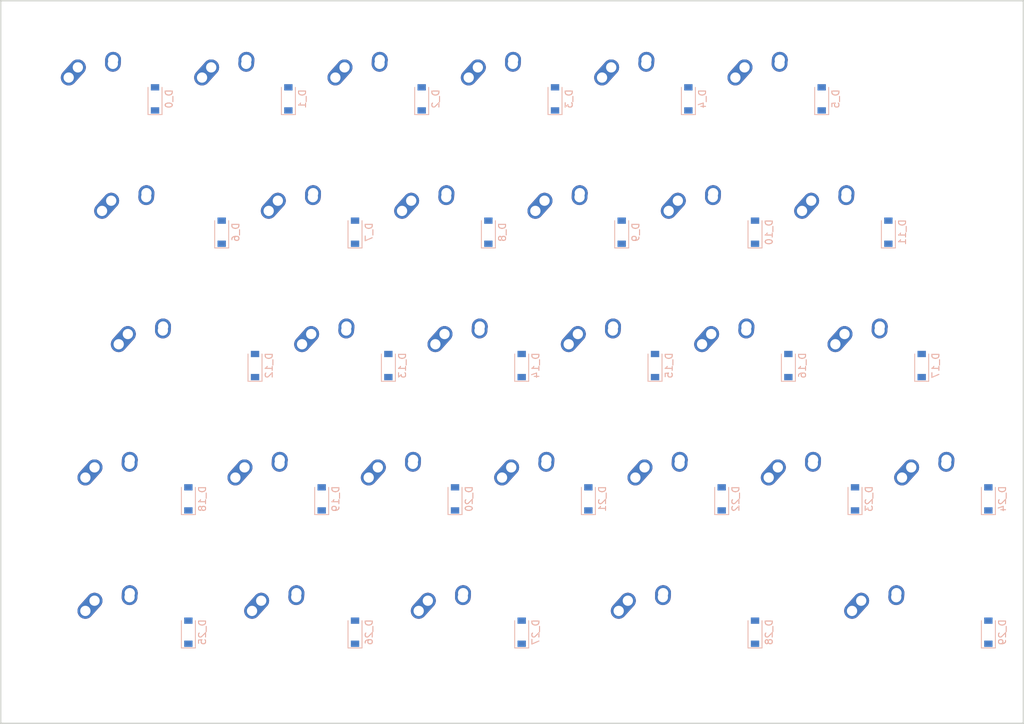
<source format=kicad_pcb>
(kicad_pcb (version 20171130) (host pcbnew "(5.0.0-3-g5ebb6b6)")

  (general
    (thickness 1.6)
    (drawings 0)
    (tracks 0)
    (zones 0)
    (modules 94)
    (nets 64)
  )

  (page A2)
  (layers
    (0 F.Cu signal)
    (31 B.Cu signal)
    (32 B.Adhes user)
    (33 F.Adhes user)
    (34 B.Paste user)
    (35 F.Paste user)
    (36 B.SilkS user)
    (37 F.SilkS user)
    (38 B.Mask user)
    (39 F.Mask user)
    (40 Dwgs.User user)
    (41 Cmts.User user)
    (42 Eco1.User user)
    (43 Eco2.User user)
    (44 Edge.Cuts user)
    (45 Margin user)
    (46 B.CrtYd user)
    (47 F.CrtYd user)
    (48 B.Fab user)
    (49 F.Fab user)
  )

  (setup
    (last_trace_width 0.25)
    (trace_clearance 0.2)
    (zone_clearance 0.508)
    (zone_45_only no)
    (trace_min 0.2)
    (segment_width 0.2)
    (edge_width 0.1)
    (via_size 0.8)
    (via_drill 0.4)
    (via_min_size 0.4)
    (via_min_drill 0.3)
    (uvia_size 0.3)
    (uvia_drill 0.1)
    (uvias_allowed no)
    (uvia_min_size 0.2)
    (uvia_min_drill 0.1)
    (pcb_text_width 0.3)
    (pcb_text_size 1.5 1.5)
    (mod_edge_width 0.15)
    (mod_text_size 1 1)
    (mod_text_width 0.15)
    (pad_size 1.5 1.5)
    (pad_drill 0.6)
    (pad_to_mask_clearance 0)
    (aux_axis_origin 0 0)
    (visible_elements FFFFFF7F)
    (pcbplotparams
      (layerselection 0x010fc_ffffffff)
      (usegerberextensions false)
      (usegerberattributes false)
      (usegerberadvancedattributes false)
      (creategerberjobfile false)
      (excludeedgelayer true)
      (linewidth 0.100000)
      (plotframeref false)
      (viasonmask false)
      (mode 1)
      (useauxorigin false)
      (hpglpennumber 1)
      (hpglpenspeed 20)
      (hpglpendiameter 15.000000)
      (psnegative false)
      (psa4output false)
      (plotreference true)
      (plotvalue true)
      (plotinvisibletext false)
      (padsonsilk false)
      (subtractmaskfromsilk false)
      (outputformat 1)
      (mirror false)
      (drillshape 1)
      (scaleselection 1)
      (outputdirectory ""))
  )

  (net 0 "")
  (net 1 "GND")
  (net 2 "VCC")
  (net 3 "col0")
  (net 4 "col1")
  (net 5 "col2")
  (net 6 "col3")
  (net 7 "col4")
  (net 8 "col5")
  (net 9 "col6")
  (net 10 "col7")
  (net 11 "row0")
  (net 12 "row1")
  (net 13 "row2")
  (net 14 "row3")
  (net 15 "row4")
  (net 16 "row5")
  (net 17 "Net-(K_0-Pad1)")
  (net 18 "Net-(K_0-Pad2)")
  (net 19 "Net-(K_0-Pad3)")
  (net 20 "Net-(K_0-Pad4)")
  (net 21 "Net-(D_0-Pad1)")
  (net 22 "Net-(D_0-Pad2)")
  (net 23 "Net-(K_1-Pad1)")
  (net 24 "Net-(K_1-Pad2)")
  (net 25 "Net-(K_1-Pad3)")
  (net 26 "Net-(K_1-Pad4)")
  (net 27 "Net-(D_1-Pad1)")
  (net 28 "Net-(D_1-Pad2)")
  (net 29 "Net-(K_2-Pad1)")
  (net 30 "Net-(K_2-Pad2)")
  (net 31 "Net-(K_2-Pad3)")
  (net 32 "Net-(K_2-Pad4)")
  (net 33 "Net-(D_2-Pad1)")
  (net 34 "Net-(D_2-Pad2)")
  (net 35 "Net-(K_3-Pad1)")
  (net 36 "Net-(K_3-Pad2)")
  (net 37 "Net-(K_3-Pad3)")
  (net 38 "Net-(K_3-Pad4)")
  (net 39 "Net-(D_3-Pad1)")
  (net 40 "Net-(D_3-Pad2)")
  (net 41 "Net-(K_4-Pad1)")
  (net 42 "Net-(K_4-Pad2)")
  (net 43 "Net-(K_4-Pad3)")
  (net 44 "Net-(K_4-Pad4)")
  (net 45 "Net-(D_4-Pad1)")
  (net 46 "Net-(D_4-Pad2)")
  (net 47 "Net-(K_5-Pad1)")
  (net 48 "Net-(K_5-Pad2)")
  (net 49 "Net-(K_5-Pad3)")
  (net 50 "Net-(K_5-Pad4)")
  (net 51 "Net-(D_5-Pad1)")
  (net 52 "Net-(D_5-Pad2)")
  (net 53 "Net-(K_6-Pad1)")
  (net 54 "Net-(K_6-Pad2)")
  (net 55 "Net-(K_6-Pad3)")
  (net 56 "Net-(K_6-Pad4)")
  (net 57 "Net-(D_6-Pad1)")
  (net 58 "Net-(D_6-Pad2)")
  (net 59 "Net-(K_7-Pad1)")
  (net 60 "Net-(K_7-Pad2)")
  (net 61 "Net-(K_7-Pad3)")
  (net 62 "Net-(K_7-Pad4)")
  (net 63 "Net-(D_7-Pad1)")
  (net 64 "Net-(D_7-Pad2)")
  (net 65 "Net-(K_8-Pad1)")
  (net 66 "Net-(K_8-Pad2)")
  (net 67 "Net-(K_8-Pad3)")
  (net 68 "Net-(K_8-Pad4)")
  (net 69 "Net-(D_8-Pad1)")
  (net 70 "Net-(D_8-Pad2)")
  (net 71 "Net-(K_9-Pad1)")
  (net 72 "Net-(K_9-Pad2)")
  (net 73 "Net-(K_9-Pad3)")
  (net 74 "Net-(K_9-Pad4)")
  (net 75 "Net-(D_9-Pad1)")
  (net 76 "Net-(D_9-Pad2)")
  (net 77 "Net-(K_10-Pad1)")
  (net 78 "Net-(K_10-Pad2)")
  (net 79 "Net-(K_10-Pad3)")
  (net 80 "Net-(K_10-Pad4)")
  (net 81 "Net-(D_10-Pad1)")
  (net 82 "Net-(D_10-Pad2)")
  (net 83 "Net-(K_11-Pad1)")
  (net 84 "Net-(K_11-Pad2)")
  (net 85 "Net-(K_11-Pad3)")
  (net 86 "Net-(K_11-Pad4)")
  (net 87 "Net-(D_11-Pad1)")
  (net 88 "Net-(D_11-Pad2)")
  (net 89 "Net-(K_12-Pad1)")
  (net 90 "Net-(K_12-Pad2)")
  (net 91 "Net-(K_12-Pad3)")
  (net 92 "Net-(K_12-Pad4)")
  (net 93 "Net-(D_12-Pad1)")
  (net 94 "Net-(D_12-Pad2)")
  (net 95 "Net-(K_13-Pad1)")
  (net 96 "Net-(K_13-Pad2)")
  (net 97 "Net-(K_13-Pad3)")
  (net 98 "Net-(K_13-Pad4)")
  (net 99 "Net-(D_13-Pad1)")
  (net 100 "Net-(D_13-Pad2)")
  (net 101 "Net-(K_14-Pad1)")
  (net 102 "Net-(K_14-Pad2)")
  (net 103 "Net-(K_14-Pad3)")
  (net 104 "Net-(K_14-Pad4)")
  (net 105 "Net-(D_14-Pad1)")
  (net 106 "Net-(D_14-Pad2)")
  (net 107 "Net-(K_15-Pad1)")
  (net 108 "Net-(K_15-Pad2)")
  (net 109 "Net-(K_15-Pad3)")
  (net 110 "Net-(K_15-Pad4)")
  (net 111 "Net-(D_15-Pad1)")
  (net 112 "Net-(D_15-Pad2)")
  (net 113 "Net-(K_16-Pad1)")
  (net 114 "Net-(K_16-Pad2)")
  (net 115 "Net-(K_16-Pad3)")
  (net 116 "Net-(K_16-Pad4)")
  (net 117 "Net-(D_16-Pad1)")
  (net 118 "Net-(D_16-Pad2)")
  (net 119 "Net-(K_17-Pad1)")
  (net 120 "Net-(K_17-Pad2)")
  (net 121 "Net-(K_17-Pad3)")
  (net 122 "Net-(K_17-Pad4)")
  (net 123 "Net-(D_17-Pad1)")
  (net 124 "Net-(D_17-Pad2)")
  (net 125 "Net-(K_18-Pad1)")
  (net 126 "Net-(K_18-Pad2)")
  (net 127 "Net-(K_18-Pad3)")
  (net 128 "Net-(K_18-Pad4)")
  (net 129 "Net-(D_18-Pad1)")
  (net 130 "Net-(D_18-Pad2)")
  (net 131 "Net-(K_19-Pad1)")
  (net 132 "Net-(K_19-Pad2)")
  (net 133 "Net-(K_19-Pad3)")
  (net 134 "Net-(K_19-Pad4)")
  (net 135 "Net-(D_19-Pad1)")
  (net 136 "Net-(D_19-Pad2)")
  (net 137 "Net-(K_20-Pad1)")
  (net 138 "Net-(K_20-Pad2)")
  (net 139 "Net-(K_20-Pad3)")
  (net 140 "Net-(K_20-Pad4)")
  (net 141 "Net-(D_20-Pad1)")
  (net 142 "Net-(D_20-Pad2)")
  (net 143 "Net-(K_21-Pad1)")
  (net 144 "Net-(K_21-Pad2)")
  (net 145 "Net-(K_21-Pad3)")
  (net 146 "Net-(K_21-Pad4)")
  (net 147 "Net-(D_21-Pad1)")
  (net 148 "Net-(D_21-Pad2)")
  (net 149 "Net-(K_22-Pad1)")
  (net 150 "Net-(K_22-Pad2)")
  (net 151 "Net-(K_22-Pad3)")
  (net 152 "Net-(K_22-Pad4)")
  (net 153 "Net-(D_22-Pad1)")
  (net 154 "Net-(D_22-Pad2)")
  (net 155 "Net-(K_23-Pad1)")
  (net 156 "Net-(K_23-Pad2)")
  (net 157 "Net-(K_23-Pad3)")
  (net 158 "Net-(K_23-Pad4)")
  (net 159 "Net-(D_23-Pad1)")
  (net 160 "Net-(D_23-Pad2)")
  (net 161 "Net-(K_24-Pad1)")
  (net 162 "Net-(K_24-Pad2)")
  (net 163 "Net-(K_24-Pad3)")
  (net 164 "Net-(K_24-Pad4)")
  (net 165 "Net-(D_24-Pad1)")
  (net 166 "Net-(D_24-Pad2)")
  (net 167 "Net-(K_25-Pad1)")
  (net 168 "Net-(K_25-Pad2)")
  (net 169 "Net-(K_25-Pad3)")
  (net 170 "Net-(K_25-Pad4)")
  (net 171 "Net-(D_25-Pad1)")
  (net 172 "Net-(D_25-Pad2)")
  (net 173 "Net-(K_26-Pad1)")
  (net 174 "Net-(K_26-Pad2)")
  (net 175 "Net-(K_26-Pad3)")
  (net 176 "Net-(K_26-Pad4)")
  (net 177 "Net-(D_26-Pad1)")
  (net 178 "Net-(D_26-Pad2)")
  (net 179 "Net-(K_27-Pad1)")
  (net 180 "Net-(K_27-Pad2)")
  (net 181 "Net-(K_27-Pad3)")
  (net 182 "Net-(K_27-Pad4)")
  (net 183 "Net-(D_27-Pad1)")
  (net 184 "Net-(D_27-Pad2)")
  (net 185 "Net-(K_28-Pad1)")
  (net 186 "Net-(K_28-Pad2)")
  (net 187 "Net-(K_28-Pad3)")
  (net 188 "Net-(K_28-Pad4)")
  (net 189 "Net-(D_28-Pad1)")
  (net 190 "Net-(D_28-Pad2)")
  (net 191 "Net-(K_29-Pad1)")
  (net 192 "Net-(K_29-Pad2)")
  (net 193 "Net-(K_29-Pad3)")
  (net 194 "Net-(K_29-Pad4)")
  (net 195 "Net-(D_29-Pad1)")
  (net 196 "Net-(D_29-Pad2)")

(net_class Default "This is the default net class."
  (clearance 0.2)
  (trace_width 0.25)
  (via_dia 0.8)
  (via_drill 0.4)
  (uvia_dia 0.3)
  (uvia_drill 0.1)
  (add_net "")
  (add_net "GND")
  (add_net "VCC")
  (add_net "col0")
  (add_net "col1")
  (add_net "col2")
  (add_net "col3")
  (add_net "col4")
  (add_net "col5")
  (add_net "col6")
  (add_net "col7")
  (add_net "row0")
  (add_net "row1")
  (add_net "row2")
  (add_net "row3")
  (add_net "row4")
  (add_net "row5")
  (add_net "Net-(K_0-Pad1)")
  (add_net "Net-(K_0-Pad2)")
  (add_net "Net-(K_0-Pad3)")
  (add_net "Net-(K_0-Pad4)")
  (add_net "Net-(D_0-Pad1)")
  (add_net "Net-(D_0-Pad2)")
  (add_net "Net-(K_1-Pad1)")
  (add_net "Net-(K_1-Pad2)")
  (add_net "Net-(K_1-Pad3)")
  (add_net "Net-(K_1-Pad4)")
  (add_net "Net-(D_1-Pad1)")
  (add_net "Net-(D_1-Pad2)")
  (add_net "Net-(K_2-Pad1)")
  (add_net "Net-(K_2-Pad2)")
  (add_net "Net-(K_2-Pad3)")
  (add_net "Net-(K_2-Pad4)")
  (add_net "Net-(D_2-Pad1)")
  (add_net "Net-(D_2-Pad2)")
  (add_net "Net-(K_3-Pad1)")
  (add_net "Net-(K_3-Pad2)")
  (add_net "Net-(K_3-Pad3)")
  (add_net "Net-(K_3-Pad4)")
  (add_net "Net-(D_3-Pad1)")
  (add_net "Net-(D_3-Pad2)")
  (add_net "Net-(K_4-Pad1)")
  (add_net "Net-(K_4-Pad2)")
  (add_net "Net-(K_4-Pad3)")
  (add_net "Net-(K_4-Pad4)")
  (add_net "Net-(D_4-Pad1)")
  (add_net "Net-(D_4-Pad2)")
  (add_net "Net-(K_5-Pad1)")
  (add_net "Net-(K_5-Pad2)")
  (add_net "Net-(K_5-Pad3)")
  (add_net "Net-(K_5-Pad4)")
  (add_net "Net-(D_5-Pad1)")
  (add_net "Net-(D_5-Pad2)")
  (add_net "Net-(K_6-Pad1)")
  (add_net "Net-(K_6-Pad2)")
  (add_net "Net-(K_6-Pad3)")
  (add_net "Net-(K_6-Pad4)")
  (add_net "Net-(D_6-Pad1)")
  (add_net "Net-(D_6-Pad2)")
  (add_net "Net-(K_7-Pad1)")
  (add_net "Net-(K_7-Pad2)")
  (add_net "Net-(K_7-Pad3)")
  (add_net "Net-(K_7-Pad4)")
  (add_net "Net-(D_7-Pad1)")
  (add_net "Net-(D_7-Pad2)")
  (add_net "Net-(K_8-Pad1)")
  (add_net "Net-(K_8-Pad2)")
  (add_net "Net-(K_8-Pad3)")
  (add_net "Net-(K_8-Pad4)")
  (add_net "Net-(D_8-Pad1)")
  (add_net "Net-(D_8-Pad2)")
  (add_net "Net-(K_9-Pad1)")
  (add_net "Net-(K_9-Pad2)")
  (add_net "Net-(K_9-Pad3)")
  (add_net "Net-(K_9-Pad4)")
  (add_net "Net-(D_9-Pad1)")
  (add_net "Net-(D_9-Pad2)")
  (add_net "Net-(K_10-Pad1)")
  (add_net "Net-(K_10-Pad2)")
  (add_net "Net-(K_10-Pad3)")
  (add_net "Net-(K_10-Pad4)")
  (add_net "Net-(D_10-Pad1)")
  (add_net "Net-(D_10-Pad2)")
  (add_net "Net-(K_11-Pad1)")
  (add_net "Net-(K_11-Pad2)")
  (add_net "Net-(K_11-Pad3)")
  (add_net "Net-(K_11-Pad4)")
  (add_net "Net-(D_11-Pad1)")
  (add_net "Net-(D_11-Pad2)")
  (add_net "Net-(K_12-Pad1)")
  (add_net "Net-(K_12-Pad2)")
  (add_net "Net-(K_12-Pad3)")
  (add_net "Net-(K_12-Pad4)")
  (add_net "Net-(D_12-Pad1)")
  (add_net "Net-(D_12-Pad2)")
  (add_net "Net-(K_13-Pad1)")
  (add_net "Net-(K_13-Pad2)")
  (add_net "Net-(K_13-Pad3)")
  (add_net "Net-(K_13-Pad4)")
  (add_net "Net-(D_13-Pad1)")
  (add_net "Net-(D_13-Pad2)")
  (add_net "Net-(K_14-Pad1)")
  (add_net "Net-(K_14-Pad2)")
  (add_net "Net-(K_14-Pad3)")
  (add_net "Net-(K_14-Pad4)")
  (add_net "Net-(D_14-Pad1)")
  (add_net "Net-(D_14-Pad2)")
  (add_net "Net-(K_15-Pad1)")
  (add_net "Net-(K_15-Pad2)")
  (add_net "Net-(K_15-Pad3)")
  (add_net "Net-(K_15-Pad4)")
  (add_net "Net-(D_15-Pad1)")
  (add_net "Net-(D_15-Pad2)")
  (add_net "Net-(K_16-Pad1)")
  (add_net "Net-(K_16-Pad2)")
  (add_net "Net-(K_16-Pad3)")
  (add_net "Net-(K_16-Pad4)")
  (add_net "Net-(D_16-Pad1)")
  (add_net "Net-(D_16-Pad2)")
  (add_net "Net-(K_17-Pad1)")
  (add_net "Net-(K_17-Pad2)")
  (add_net "Net-(K_17-Pad3)")
  (add_net "Net-(K_17-Pad4)")
  (add_net "Net-(D_17-Pad1)")
  (add_net "Net-(D_17-Pad2)")
  (add_net "Net-(K_18-Pad1)")
  (add_net "Net-(K_18-Pad2)")
  (add_net "Net-(K_18-Pad3)")
  (add_net "Net-(K_18-Pad4)")
  (add_net "Net-(D_18-Pad1)")
  (add_net "Net-(D_18-Pad2)")
  (add_net "Net-(K_19-Pad1)")
  (add_net "Net-(K_19-Pad2)")
  (add_net "Net-(K_19-Pad3)")
  (add_net "Net-(K_19-Pad4)")
  (add_net "Net-(D_19-Pad1)")
  (add_net "Net-(D_19-Pad2)")
  (add_net "Net-(K_20-Pad1)")
  (add_net "Net-(K_20-Pad2)")
  (add_net "Net-(K_20-Pad3)")
  (add_net "Net-(K_20-Pad4)")
  (add_net "Net-(D_20-Pad1)")
  (add_net "Net-(D_20-Pad2)")
  (add_net "Net-(K_21-Pad1)")
  (add_net "Net-(K_21-Pad2)")
  (add_net "Net-(K_21-Pad3)")
  (add_net "Net-(K_21-Pad4)")
  (add_net "Net-(D_21-Pad1)")
  (add_net "Net-(D_21-Pad2)")
  (add_net "Net-(K_22-Pad1)")
  (add_net "Net-(K_22-Pad2)")
  (add_net "Net-(K_22-Pad3)")
  (add_net "Net-(K_22-Pad4)")
  (add_net "Net-(D_22-Pad1)")
  (add_net "Net-(D_22-Pad2)")
  (add_net "Net-(K_23-Pad1)")
  (add_net "Net-(K_23-Pad2)")
  (add_net "Net-(K_23-Pad3)")
  (add_net "Net-(K_23-Pad4)")
  (add_net "Net-(D_23-Pad1)")
  (add_net "Net-(D_23-Pad2)")
  (add_net "Net-(K_24-Pad1)")
  (add_net "Net-(K_24-Pad2)")
  (add_net "Net-(K_24-Pad3)")
  (add_net "Net-(K_24-Pad4)")
  (add_net "Net-(D_24-Pad1)")
  (add_net "Net-(D_24-Pad2)")
  (add_net "Net-(K_25-Pad1)")
  (add_net "Net-(K_25-Pad2)")
  (add_net "Net-(K_25-Pad3)")
  (add_net "Net-(K_25-Pad4)")
  (add_net "Net-(D_25-Pad1)")
  (add_net "Net-(D_25-Pad2)")
  (add_net "Net-(K_26-Pad1)")
  (add_net "Net-(K_26-Pad2)")
  (add_net "Net-(K_26-Pad3)")
  (add_net "Net-(K_26-Pad4)")
  (add_net "Net-(D_26-Pad1)")
  (add_net "Net-(D_26-Pad2)")
  (add_net "Net-(K_27-Pad1)")
  (add_net "Net-(K_27-Pad2)")
  (add_net "Net-(K_27-Pad3)")
  (add_net "Net-(K_27-Pad4)")
  (add_net "Net-(D_27-Pad1)")
  (add_net "Net-(D_27-Pad2)")
  (add_net "Net-(K_28-Pad1)")
  (add_net "Net-(K_28-Pad2)")
  (add_net "Net-(K_28-Pad3)")
  (add_net "Net-(K_28-Pad4)")
  (add_net "Net-(D_28-Pad1)")
  (add_net "Net-(D_28-Pad2)")
  (add_net "Net-(K_29-Pad1)")
  (add_net "Net-(K_29-Pad2)")
  (add_net "Net-(K_29-Pad3)")
  (add_net "Net-(K_29-Pad4)")
  (add_net "Net-(D_29-Pad1)")
  (add_net "Net-(D_29-Pad2)")
)

  (module MX_Alps_Hybrid:MX-1U-NoLED (layer F.Cu) (tedit 5A9F5203)
  (tstamp 00)
  (at
  9.525
  9.525
  )
  (path /00000001)
  (fp_text reference K_0 (at 0 3.175) (layer Dwgs.User)
    (effects (font (size 1 1) (thickness 0.15)))
  )
  (fp_text value KEYSW (at 0 -7.9375) (layer Dwgs.User)
    (effects (font (size 1 1) (thickness 0.15)))
  )
  (fp_line (start 5 -7) (end 7 -7) (layer Dwgs.User) (width 0.15))
  (fp_line (start 7 -7) (end 7 -5) (layer Dwgs.User) (width 0.15))
  (fp_line (start 5 7) (end 7 7) (layer Dwgs.User) (width 0.15))
  (fp_line (start 7 7) (end 7 5) (layer Dwgs.User) (width 0.15))
  (fp_line (start -7 5) (end -7 7) (layer Dwgs.User) (width 0.15))
  (fp_line (start -7 7) (end -5 7) (layer Dwgs.User) (width 0.15))
  (fp_line (start -5 -7) (end -7 -7) (layer Dwgs.User) (width 0.15))
  (fp_line (start -7 -7) (end -7 -5) (layer Dwgs.User) (width 0.15))
  (fp_line (start -9.525 -9.525) (end 9.525 -9.525) (layer Dwgs.User) (width 0.15))
  (fp_line (start 9.525 -9.525) (end 9.525 9.525) (layer Dwgs.User) (width 0.15))
  (fp_line (start 9.525 9.525) (end -9.525 9.525) (layer Dwgs.User) (width 0.15))
  (fp_line (start -9.525 9.525) (end -9.525 -9.525) (layer Dwgs.User) (width 0.15))
  (pad 1 thru_hole circle (at -2.5 -4) (size 2.25 2.25) (drill 1.47) (layers *.Cu B.Mask)
    (net 3 "col0"))
  (pad 1 thru_hole oval (at -3.81 -2.54 48.0996) (size 4.211556 2.25) (drill 1.47 (offset 0.980778 0)) (layers *.Cu B.Mask)
    (net 3 "col0"))
  (pad 2 thru_hole oval (at 2.5 -4.5 86.0548) (size 2.831378 2.25) (drill 1.47 (offset 0.290689 0)) (layers *.Cu B.Mask)
    (net 22 "Net-(D_0-Pad2)"))
  (pad 2 thru_hole circle (at 2.54 -5.08) (size 2.25 2.25) (drill 1.47) (layers *.Cu B.Mask)
    (net 22 "Net-(D_0-Pad2)"))
  (pad "" np_thru_hole circle (at 0 0) (size 3.9878 3.9878) (drill 3.9878) (layers *.Cu *.Mask))
  (pad "" np_thru_hole circle (at -5.08 0 48.0996) (size 1.75 1.75) (drill 1.75) (layers *.Cu *.Mask))
  (pad "" np_thru_hole circle (at 5.08 0 48.0996) (size 1.75 1.75) (drill 1.75) (layers *.Cu *.Mask))

  
  
  
)
(module Diode_SMD:D_SOD-123 (layer B.Cu) (tedit 561B6A12) (tstamp 01)
    (at
    18.05
    10.025
    90)
    (descr SOD-123)
    (tags SOD-123)
    (path /00000000)
    (attr smd)
    (fp_text reference D_0 (at 0 2 90) (layer B.SilkS)
      (effects (font (size 1 1) (thickness 0.15)) (justify mirror))
    )
    (fp_text value D (at 0 -2.1 90) (layer B.Fab)
      (effects (font (size 1 1) (thickness 0.15)) (justify mirror))
    )
    (fp_line (start -2.25 1) (end 1.65 1) (layer B.SilkS) (width 0.12))
    (fp_line (start -2.25 -1) (end 1.65 -1) (layer B.SilkS) (width 0.12))
    (fp_line (start -2.35 1.15) (end -2.35 -1.15) (layer B.CrtYd) (width 0.05))
    (fp_line (start 2.35 -1.15) (end -2.35 -1.15) (layer B.CrtYd) (width 0.05))
    (fp_line (start 2.35 1.15) (end 2.35 -1.15) (layer B.CrtYd) (width 0.05))
    (fp_line (start -2.35 1.15) (end 2.35 1.15) (layer B.CrtYd) (width 0.05))
    (fp_line (start -1.4 0.9) (end 1.4 0.9) (layer B.Fab) (width 0.1))
    (fp_line (start 1.4 0.9) (end 1.4 -0.9) (layer B.Fab) (width 0.1))
    (fp_line (start 1.4 -0.9) (end -1.4 -0.9) (layer B.Fab) (width 0.1))
    (fp_line (start -1.4 -0.9) (end -1.4 0.9) (layer B.Fab) (width 0.1))
    (fp_line (start -0.75 0) (end -0.35 0) (layer B.Fab) (width 0.1))
    (fp_line (start -0.35 0) (end -0.35 0.55) (layer B.Fab) (width 0.1))
    (fp_line (start -0.35 0) (end -0.35 -0.55) (layer B.Fab) (width 0.1))
    (fp_line (start -0.35 0) (end 0.25 0.4) (layer B.Fab) (width 0.1))
    (fp_line (start 0.25 0.4) (end 0.25 -0.4) (layer B.Fab) (width 0.1))
    (fp_line (start 0.25 -0.4) (end -0.35 0) (layer B.Fab) (width 0.1))
    (fp_line (start 0.25 0) (end 0.75 0) (layer B.Fab) (width 0.1))
    (fp_line (start -2.25 1) (end -2.25 -1) (layer B.SilkS) (width 0.12))
    (fp_text user %R (at 0 2 270) (layer B.Fab)
      (effects (font (size 1 1) (thickness 0.15)) (justify mirror))
    )
    (pad 2 smd rect (at 1.65 0 90) (size 0.9 1.2) (layers B.Cu B.Paste B.Mask)
      (net 22 "Net-(D_0-Pad2)"))
    (pad 1 smd rect (at -1.65 0 90) (size 0.9 1.2) (layers B.Cu B.Paste B.Mask)
      (net 11 "row0"))
    (model ${KISYS3DMOD}/Diode_SMD.3dshapes/D_SOD-123.wrl
      (at (xyz 0 0 0))
      (scale (xyz 1 1 1))
      (rotate (xyz 0 0 0))
    )
  )

(module MX_Alps_Hybrid:MX-1U-NoLED (layer F.Cu) (tedit 5A9F5203)
  (tstamp 10)
  (at
  28.575
  9.525
  )
  (path /00000011)
  (fp_text reference K_1 (at 0 3.175) (layer Dwgs.User)
    (effects (font (size 1 1) (thickness 0.15)))
  )
  (fp_text value KEYSW (at 0 -7.9375) (layer Dwgs.User)
    (effects (font (size 1 1) (thickness 0.15)))
  )
  (fp_line (start 5 -7) (end 7 -7) (layer Dwgs.User) (width 0.15))
  (fp_line (start 7 -7) (end 7 -5) (layer Dwgs.User) (width 0.15))
  (fp_line (start 5 7) (end 7 7) (layer Dwgs.User) (width 0.15))
  (fp_line (start 7 7) (end 7 5) (layer Dwgs.User) (width 0.15))
  (fp_line (start -7 5) (end -7 7) (layer Dwgs.User) (width 0.15))
  (fp_line (start -7 7) (end -5 7) (layer Dwgs.User) (width 0.15))
  (fp_line (start -5 -7) (end -7 -7) (layer Dwgs.User) (width 0.15))
  (fp_line (start -7 -7) (end -7 -5) (layer Dwgs.User) (width 0.15))
  (fp_line (start -9.525 -9.525) (end 9.525 -9.525) (layer Dwgs.User) (width 0.15))
  (fp_line (start 9.525 -9.525) (end 9.525 9.525) (layer Dwgs.User) (width 0.15))
  (fp_line (start 9.525 9.525) (end -9.525 9.525) (layer Dwgs.User) (width 0.15))
  (fp_line (start -9.525 9.525) (end -9.525 -9.525) (layer Dwgs.User) (width 0.15))
  (pad 1 thru_hole circle (at -2.5 -4) (size 2.25 2.25) (drill 1.47) (layers *.Cu B.Mask)
    (net 4 "col1"))
  (pad 1 thru_hole oval (at -3.81 -2.54 48.0996) (size 4.211556 2.25) (drill 1.47 (offset 0.980778 0)) (layers *.Cu B.Mask)
    (net 4 "col1"))
  (pad 2 thru_hole oval (at 2.5 -4.5 86.0548) (size 2.831378 2.25) (drill 1.47 (offset 0.290689 0)) (layers *.Cu B.Mask)
    (net 28 "Net-(D_1-Pad2)"))
  (pad 2 thru_hole circle (at 2.54 -5.08) (size 2.25 2.25) (drill 1.47) (layers *.Cu B.Mask)
    (net 28 "Net-(D_1-Pad2)"))
  (pad "" np_thru_hole circle (at 0 0) (size 3.9878 3.9878) (drill 3.9878) (layers *.Cu *.Mask))
  (pad "" np_thru_hole circle (at -5.08 0 48.0996) (size 1.75 1.75) (drill 1.75) (layers *.Cu *.Mask))
  (pad "" np_thru_hole circle (at 5.08 0 48.0996) (size 1.75 1.75) (drill 1.75) (layers *.Cu *.Mask))

  
  
  
)
(module Diode_SMD:D_SOD-123 (layer B.Cu) (tedit 561B6A12) (tstamp 11)
    (at
    37.1
    10.025
    90)
    (descr SOD-123)
    (tags SOD-123)
    (path /00000010)
    (attr smd)
    (fp_text reference D_1 (at 0 2 90) (layer B.SilkS)
      (effects (font (size 1 1) (thickness 0.15)) (justify mirror))
    )
    (fp_text value D (at 0 -2.1 90) (layer B.Fab)
      (effects (font (size 1 1) (thickness 0.15)) (justify mirror))
    )
    (fp_line (start -2.25 1) (end 1.65 1) (layer B.SilkS) (width 0.12))
    (fp_line (start -2.25 -1) (end 1.65 -1) (layer B.SilkS) (width 0.12))
    (fp_line (start -2.35 1.15) (end -2.35 -1.15) (layer B.CrtYd) (width 0.05))
    (fp_line (start 2.35 -1.15) (end -2.35 -1.15) (layer B.CrtYd) (width 0.05))
    (fp_line (start 2.35 1.15) (end 2.35 -1.15) (layer B.CrtYd) (width 0.05))
    (fp_line (start -2.35 1.15) (end 2.35 1.15) (layer B.CrtYd) (width 0.05))
    (fp_line (start -1.4 0.9) (end 1.4 0.9) (layer B.Fab) (width 0.1))
    (fp_line (start 1.4 0.9) (end 1.4 -0.9) (layer B.Fab) (width 0.1))
    (fp_line (start 1.4 -0.9) (end -1.4 -0.9) (layer B.Fab) (width 0.1))
    (fp_line (start -1.4 -0.9) (end -1.4 0.9) (layer B.Fab) (width 0.1))
    (fp_line (start -0.75 0) (end -0.35 0) (layer B.Fab) (width 0.1))
    (fp_line (start -0.35 0) (end -0.35 0.55) (layer B.Fab) (width 0.1))
    (fp_line (start -0.35 0) (end -0.35 -0.55) (layer B.Fab) (width 0.1))
    (fp_line (start -0.35 0) (end 0.25 0.4) (layer B.Fab) (width 0.1))
    (fp_line (start 0.25 0.4) (end 0.25 -0.4) (layer B.Fab) (width 0.1))
    (fp_line (start 0.25 -0.4) (end -0.35 0) (layer B.Fab) (width 0.1))
    (fp_line (start 0.25 0) (end 0.75 0) (layer B.Fab) (width 0.1))
    (fp_line (start -2.25 1) (end -2.25 -1) (layer B.SilkS) (width 0.12))
    (fp_text user %R (at 0 2 270) (layer B.Fab)
      (effects (font (size 1 1) (thickness 0.15)) (justify mirror))
    )
    (pad 2 smd rect (at 1.65 0 90) (size 0.9 1.2) (layers B.Cu B.Paste B.Mask)
      (net 28 "Net-(D_1-Pad2)"))
    (pad 1 smd rect (at -1.65 0 90) (size 0.9 1.2) (layers B.Cu B.Paste B.Mask)
      (net 11 "row0"))
    (model ${KISYS3DMOD}/Diode_SMD.3dshapes/D_SOD-123.wrl
      (at (xyz 0 0 0))
      (scale (xyz 1 1 1))
      (rotate (xyz 0 0 0))
    )
  )

(module MX_Alps_Hybrid:MX-1U-NoLED (layer F.Cu) (tedit 5A9F5203)
  (tstamp 20)
  (at
  47.625
  9.525
  )
  (path /00000021)
  (fp_text reference K_2 (at 0 3.175) (layer Dwgs.User)
    (effects (font (size 1 1) (thickness 0.15)))
  )
  (fp_text value KEYSW (at 0 -7.9375) (layer Dwgs.User)
    (effects (font (size 1 1) (thickness 0.15)))
  )
  (fp_line (start 5 -7) (end 7 -7) (layer Dwgs.User) (width 0.15))
  (fp_line (start 7 -7) (end 7 -5) (layer Dwgs.User) (width 0.15))
  (fp_line (start 5 7) (end 7 7) (layer Dwgs.User) (width 0.15))
  (fp_line (start 7 7) (end 7 5) (layer Dwgs.User) (width 0.15))
  (fp_line (start -7 5) (end -7 7) (layer Dwgs.User) (width 0.15))
  (fp_line (start -7 7) (end -5 7) (layer Dwgs.User) (width 0.15))
  (fp_line (start -5 -7) (end -7 -7) (layer Dwgs.User) (width 0.15))
  (fp_line (start -7 -7) (end -7 -5) (layer Dwgs.User) (width 0.15))
  (fp_line (start -9.525 -9.525) (end 9.525 -9.525) (layer Dwgs.User) (width 0.15))
  (fp_line (start 9.525 -9.525) (end 9.525 9.525) (layer Dwgs.User) (width 0.15))
  (fp_line (start 9.525 9.525) (end -9.525 9.525) (layer Dwgs.User) (width 0.15))
  (fp_line (start -9.525 9.525) (end -9.525 -9.525) (layer Dwgs.User) (width 0.15))
  (pad 1 thru_hole circle (at -2.5 -4) (size 2.25 2.25) (drill 1.47) (layers *.Cu B.Mask)
    (net 5 "col2"))
  (pad 1 thru_hole oval (at -3.81 -2.54 48.0996) (size 4.211556 2.25) (drill 1.47 (offset 0.980778 0)) (layers *.Cu B.Mask)
    (net 5 "col2"))
  (pad 2 thru_hole oval (at 2.5 -4.5 86.0548) (size 2.831378 2.25) (drill 1.47 (offset 0.290689 0)) (layers *.Cu B.Mask)
    (net 34 "Net-(D_2-Pad2)"))
  (pad 2 thru_hole circle (at 2.54 -5.08) (size 2.25 2.25) (drill 1.47) (layers *.Cu B.Mask)
    (net 34 "Net-(D_2-Pad2)"))
  (pad "" np_thru_hole circle (at 0 0) (size 3.9878 3.9878) (drill 3.9878) (layers *.Cu *.Mask))
  (pad "" np_thru_hole circle (at -5.08 0 48.0996) (size 1.75 1.75) (drill 1.75) (layers *.Cu *.Mask))
  (pad "" np_thru_hole circle (at 5.08 0 48.0996) (size 1.75 1.75) (drill 1.75) (layers *.Cu *.Mask))

  
  
  
)
(module Diode_SMD:D_SOD-123 (layer B.Cu) (tedit 561B6A12) (tstamp 21)
    (at
    56.15
    10.025
    90)
    (descr SOD-123)
    (tags SOD-123)
    (path /00000020)
    (attr smd)
    (fp_text reference D_2 (at 0 2 90) (layer B.SilkS)
      (effects (font (size 1 1) (thickness 0.15)) (justify mirror))
    )
    (fp_text value D (at 0 -2.1 90) (layer B.Fab)
      (effects (font (size 1 1) (thickness 0.15)) (justify mirror))
    )
    (fp_line (start -2.25 1) (end 1.65 1) (layer B.SilkS) (width 0.12))
    (fp_line (start -2.25 -1) (end 1.65 -1) (layer B.SilkS) (width 0.12))
    (fp_line (start -2.35 1.15) (end -2.35 -1.15) (layer B.CrtYd) (width 0.05))
    (fp_line (start 2.35 -1.15) (end -2.35 -1.15) (layer B.CrtYd) (width 0.05))
    (fp_line (start 2.35 1.15) (end 2.35 -1.15) (layer B.CrtYd) (width 0.05))
    (fp_line (start -2.35 1.15) (end 2.35 1.15) (layer B.CrtYd) (width 0.05))
    (fp_line (start -1.4 0.9) (end 1.4 0.9) (layer B.Fab) (width 0.1))
    (fp_line (start 1.4 0.9) (end 1.4 -0.9) (layer B.Fab) (width 0.1))
    (fp_line (start 1.4 -0.9) (end -1.4 -0.9) (layer B.Fab) (width 0.1))
    (fp_line (start -1.4 -0.9) (end -1.4 0.9) (layer B.Fab) (width 0.1))
    (fp_line (start -0.75 0) (end -0.35 0) (layer B.Fab) (width 0.1))
    (fp_line (start -0.35 0) (end -0.35 0.55) (layer B.Fab) (width 0.1))
    (fp_line (start -0.35 0) (end -0.35 -0.55) (layer B.Fab) (width 0.1))
    (fp_line (start -0.35 0) (end 0.25 0.4) (layer B.Fab) (width 0.1))
    (fp_line (start 0.25 0.4) (end 0.25 -0.4) (layer B.Fab) (width 0.1))
    (fp_line (start 0.25 -0.4) (end -0.35 0) (layer B.Fab) (width 0.1))
    (fp_line (start 0.25 0) (end 0.75 0) (layer B.Fab) (width 0.1))
    (fp_line (start -2.25 1) (end -2.25 -1) (layer B.SilkS) (width 0.12))
    (fp_text user %R (at 0 2 270) (layer B.Fab)
      (effects (font (size 1 1) (thickness 0.15)) (justify mirror))
    )
    (pad 2 smd rect (at 1.65 0 90) (size 0.9 1.2) (layers B.Cu B.Paste B.Mask)
      (net 34 "Net-(D_2-Pad2)"))
    (pad 1 smd rect (at -1.65 0 90) (size 0.9 1.2) (layers B.Cu B.Paste B.Mask)
      (net 11 "row0"))
    (model ${KISYS3DMOD}/Diode_SMD.3dshapes/D_SOD-123.wrl
      (at (xyz 0 0 0))
      (scale (xyz 1 1 1))
      (rotate (xyz 0 0 0))
    )
  )

(module MX_Alps_Hybrid:MX-1U-NoLED (layer F.Cu) (tedit 5A9F5203)
  (tstamp 30)
  (at
  66.675
  9.525
  )
  (path /00000031)
  (fp_text reference K_3 (at 0 3.175) (layer Dwgs.User)
    (effects (font (size 1 1) (thickness 0.15)))
  )
  (fp_text value KEYSW (at 0 -7.9375) (layer Dwgs.User)
    (effects (font (size 1 1) (thickness 0.15)))
  )
  (fp_line (start 5 -7) (end 7 -7) (layer Dwgs.User) (width 0.15))
  (fp_line (start 7 -7) (end 7 -5) (layer Dwgs.User) (width 0.15))
  (fp_line (start 5 7) (end 7 7) (layer Dwgs.User) (width 0.15))
  (fp_line (start 7 7) (end 7 5) (layer Dwgs.User) (width 0.15))
  (fp_line (start -7 5) (end -7 7) (layer Dwgs.User) (width 0.15))
  (fp_line (start -7 7) (end -5 7) (layer Dwgs.User) (width 0.15))
  (fp_line (start -5 -7) (end -7 -7) (layer Dwgs.User) (width 0.15))
  (fp_line (start -7 -7) (end -7 -5) (layer Dwgs.User) (width 0.15))
  (fp_line (start -9.525 -9.525) (end 9.525 -9.525) (layer Dwgs.User) (width 0.15))
  (fp_line (start 9.525 -9.525) (end 9.525 9.525) (layer Dwgs.User) (width 0.15))
  (fp_line (start 9.525 9.525) (end -9.525 9.525) (layer Dwgs.User) (width 0.15))
  (fp_line (start -9.525 9.525) (end -9.525 -9.525) (layer Dwgs.User) (width 0.15))
  (pad 1 thru_hole circle (at -2.5 -4) (size 2.25 2.25) (drill 1.47) (layers *.Cu B.Mask)
    (net 6 "col3"))
  (pad 1 thru_hole oval (at -3.81 -2.54 48.0996) (size 4.211556 2.25) (drill 1.47 (offset 0.980778 0)) (layers *.Cu B.Mask)
    (net 6 "col3"))
  (pad 2 thru_hole oval (at 2.5 -4.5 86.0548) (size 2.831378 2.25) (drill 1.47 (offset 0.290689 0)) (layers *.Cu B.Mask)
    (net 40 "Net-(D_3-Pad2)"))
  (pad 2 thru_hole circle (at 2.54 -5.08) (size 2.25 2.25) (drill 1.47) (layers *.Cu B.Mask)
    (net 40 "Net-(D_3-Pad2)"))
  (pad "" np_thru_hole circle (at 0 0) (size 3.9878 3.9878) (drill 3.9878) (layers *.Cu *.Mask))
  (pad "" np_thru_hole circle (at -5.08 0 48.0996) (size 1.75 1.75) (drill 1.75) (layers *.Cu *.Mask))
  (pad "" np_thru_hole circle (at 5.08 0 48.0996) (size 1.75 1.75) (drill 1.75) (layers *.Cu *.Mask))

  
  
  
)
(module Diode_SMD:D_SOD-123 (layer B.Cu) (tedit 561B6A12) (tstamp 31)
    (at
    75.2
    10.025
    90)
    (descr SOD-123)
    (tags SOD-123)
    (path /00000030)
    (attr smd)
    (fp_text reference D_3 (at 0 2 90) (layer B.SilkS)
      (effects (font (size 1 1) (thickness 0.15)) (justify mirror))
    )
    (fp_text value D (at 0 -2.1 90) (layer B.Fab)
      (effects (font (size 1 1) (thickness 0.15)) (justify mirror))
    )
    (fp_line (start -2.25 1) (end 1.65 1) (layer B.SilkS) (width 0.12))
    (fp_line (start -2.25 -1) (end 1.65 -1) (layer B.SilkS) (width 0.12))
    (fp_line (start -2.35 1.15) (end -2.35 -1.15) (layer B.CrtYd) (width 0.05))
    (fp_line (start 2.35 -1.15) (end -2.35 -1.15) (layer B.CrtYd) (width 0.05))
    (fp_line (start 2.35 1.15) (end 2.35 -1.15) (layer B.CrtYd) (width 0.05))
    (fp_line (start -2.35 1.15) (end 2.35 1.15) (layer B.CrtYd) (width 0.05))
    (fp_line (start -1.4 0.9) (end 1.4 0.9) (layer B.Fab) (width 0.1))
    (fp_line (start 1.4 0.9) (end 1.4 -0.9) (layer B.Fab) (width 0.1))
    (fp_line (start 1.4 -0.9) (end -1.4 -0.9) (layer B.Fab) (width 0.1))
    (fp_line (start -1.4 -0.9) (end -1.4 0.9) (layer B.Fab) (width 0.1))
    (fp_line (start -0.75 0) (end -0.35 0) (layer B.Fab) (width 0.1))
    (fp_line (start -0.35 0) (end -0.35 0.55) (layer B.Fab) (width 0.1))
    (fp_line (start -0.35 0) (end -0.35 -0.55) (layer B.Fab) (width 0.1))
    (fp_line (start -0.35 0) (end 0.25 0.4) (layer B.Fab) (width 0.1))
    (fp_line (start 0.25 0.4) (end 0.25 -0.4) (layer B.Fab) (width 0.1))
    (fp_line (start 0.25 -0.4) (end -0.35 0) (layer B.Fab) (width 0.1))
    (fp_line (start 0.25 0) (end 0.75 0) (layer B.Fab) (width 0.1))
    (fp_line (start -2.25 1) (end -2.25 -1) (layer B.SilkS) (width 0.12))
    (fp_text user %R (at 0 2 270) (layer B.Fab)
      (effects (font (size 1 1) (thickness 0.15)) (justify mirror))
    )
    (pad 2 smd rect (at 1.65 0 90) (size 0.9 1.2) (layers B.Cu B.Paste B.Mask)
      (net 40 "Net-(D_3-Pad2)"))
    (pad 1 smd rect (at -1.65 0 90) (size 0.9 1.2) (layers B.Cu B.Paste B.Mask)
      (net 11 "row0"))
    (model ${KISYS3DMOD}/Diode_SMD.3dshapes/D_SOD-123.wrl
      (at (xyz 0 0 0))
      (scale (xyz 1 1 1))
      (rotate (xyz 0 0 0))
    )
  )

(module MX_Alps_Hybrid:MX-1U-NoLED (layer F.Cu) (tedit 5A9F5203)
  (tstamp 40)
  (at
  85.725
  9.525
  )
  (path /00000041)
  (fp_text reference K_4 (at 0 3.175) (layer Dwgs.User)
    (effects (font (size 1 1) (thickness 0.15)))
  )
  (fp_text value KEYSW (at 0 -7.9375) (layer Dwgs.User)
    (effects (font (size 1 1) (thickness 0.15)))
  )
  (fp_line (start 5 -7) (end 7 -7) (layer Dwgs.User) (width 0.15))
  (fp_line (start 7 -7) (end 7 -5) (layer Dwgs.User) (width 0.15))
  (fp_line (start 5 7) (end 7 7) (layer Dwgs.User) (width 0.15))
  (fp_line (start 7 7) (end 7 5) (layer Dwgs.User) (width 0.15))
  (fp_line (start -7 5) (end -7 7) (layer Dwgs.User) (width 0.15))
  (fp_line (start -7 7) (end -5 7) (layer Dwgs.User) (width 0.15))
  (fp_line (start -5 -7) (end -7 -7) (layer Dwgs.User) (width 0.15))
  (fp_line (start -7 -7) (end -7 -5) (layer Dwgs.User) (width 0.15))
  (fp_line (start -9.525 -9.525) (end 9.525 -9.525) (layer Dwgs.User) (width 0.15))
  (fp_line (start 9.525 -9.525) (end 9.525 9.525) (layer Dwgs.User) (width 0.15))
  (fp_line (start 9.525 9.525) (end -9.525 9.525) (layer Dwgs.User) (width 0.15))
  (fp_line (start -9.525 9.525) (end -9.525 -9.525) (layer Dwgs.User) (width 0.15))
  (pad 1 thru_hole circle (at -2.5 -4) (size 2.25 2.25) (drill 1.47) (layers *.Cu B.Mask)
    (net 7 "col4"))
  (pad 1 thru_hole oval (at -3.81 -2.54 48.0996) (size 4.211556 2.25) (drill 1.47 (offset 0.980778 0)) (layers *.Cu B.Mask)
    (net 7 "col4"))
  (pad 2 thru_hole oval (at 2.5 -4.5 86.0548) (size 2.831378 2.25) (drill 1.47 (offset 0.290689 0)) (layers *.Cu B.Mask)
    (net 46 "Net-(D_4-Pad2)"))
  (pad 2 thru_hole circle (at 2.54 -5.08) (size 2.25 2.25) (drill 1.47) (layers *.Cu B.Mask)
    (net 46 "Net-(D_4-Pad2)"))
  (pad "" np_thru_hole circle (at 0 0) (size 3.9878 3.9878) (drill 3.9878) (layers *.Cu *.Mask))
  (pad "" np_thru_hole circle (at -5.08 0 48.0996) (size 1.75 1.75) (drill 1.75) (layers *.Cu *.Mask))
  (pad "" np_thru_hole circle (at 5.08 0 48.0996) (size 1.75 1.75) (drill 1.75) (layers *.Cu *.Mask))

  
  
  
)
(module Diode_SMD:D_SOD-123 (layer B.Cu) (tedit 561B6A12) (tstamp 41)
    (at
    94.25
    10.025
    90)
    (descr SOD-123)
    (tags SOD-123)
    (path /00000040)
    (attr smd)
    (fp_text reference D_4 (at 0 2 90) (layer B.SilkS)
      (effects (font (size 1 1) (thickness 0.15)) (justify mirror))
    )
    (fp_text value D (at 0 -2.1 90) (layer B.Fab)
      (effects (font (size 1 1) (thickness 0.15)) (justify mirror))
    )
    (fp_line (start -2.25 1) (end 1.65 1) (layer B.SilkS) (width 0.12))
    (fp_line (start -2.25 -1) (end 1.65 -1) (layer B.SilkS) (width 0.12))
    (fp_line (start -2.35 1.15) (end -2.35 -1.15) (layer B.CrtYd) (width 0.05))
    (fp_line (start 2.35 -1.15) (end -2.35 -1.15) (layer B.CrtYd) (width 0.05))
    (fp_line (start 2.35 1.15) (end 2.35 -1.15) (layer B.CrtYd) (width 0.05))
    (fp_line (start -2.35 1.15) (end 2.35 1.15) (layer B.CrtYd) (width 0.05))
    (fp_line (start -1.4 0.9) (end 1.4 0.9) (layer B.Fab) (width 0.1))
    (fp_line (start 1.4 0.9) (end 1.4 -0.9) (layer B.Fab) (width 0.1))
    (fp_line (start 1.4 -0.9) (end -1.4 -0.9) (layer B.Fab) (width 0.1))
    (fp_line (start -1.4 -0.9) (end -1.4 0.9) (layer B.Fab) (width 0.1))
    (fp_line (start -0.75 0) (end -0.35 0) (layer B.Fab) (width 0.1))
    (fp_line (start -0.35 0) (end -0.35 0.55) (layer B.Fab) (width 0.1))
    (fp_line (start -0.35 0) (end -0.35 -0.55) (layer B.Fab) (width 0.1))
    (fp_line (start -0.35 0) (end 0.25 0.4) (layer B.Fab) (width 0.1))
    (fp_line (start 0.25 0.4) (end 0.25 -0.4) (layer B.Fab) (width 0.1))
    (fp_line (start 0.25 -0.4) (end -0.35 0) (layer B.Fab) (width 0.1))
    (fp_line (start 0.25 0) (end 0.75 0) (layer B.Fab) (width 0.1))
    (fp_line (start -2.25 1) (end -2.25 -1) (layer B.SilkS) (width 0.12))
    (fp_text user %R (at 0 2 270) (layer B.Fab)
      (effects (font (size 1 1) (thickness 0.15)) (justify mirror))
    )
    (pad 2 smd rect (at 1.65 0 90) (size 0.9 1.2) (layers B.Cu B.Paste B.Mask)
      (net 46 "Net-(D_4-Pad2)"))
    (pad 1 smd rect (at -1.65 0 90) (size 0.9 1.2) (layers B.Cu B.Paste B.Mask)
      (net 11 "row0"))
    (model ${KISYS3DMOD}/Diode_SMD.3dshapes/D_SOD-123.wrl
      (at (xyz 0 0 0))
      (scale (xyz 1 1 1))
      (rotate (xyz 0 0 0))
    )
  )

(module MX_Alps_Hybrid:MX-1U-NoLED (layer F.Cu) (tedit 5A9F5203)
  (tstamp 50)
  (at
  104.775
  9.525
  )
  (path /00000051)
  (fp_text reference K_5 (at 0 3.175) (layer Dwgs.User)
    (effects (font (size 1 1) (thickness 0.15)))
  )
  (fp_text value KEYSW (at 0 -7.9375) (layer Dwgs.User)
    (effects (font (size 1 1) (thickness 0.15)))
  )
  (fp_line (start 5 -7) (end 7 -7) (layer Dwgs.User) (width 0.15))
  (fp_line (start 7 -7) (end 7 -5) (layer Dwgs.User) (width 0.15))
  (fp_line (start 5 7) (end 7 7) (layer Dwgs.User) (width 0.15))
  (fp_line (start 7 7) (end 7 5) (layer Dwgs.User) (width 0.15))
  (fp_line (start -7 5) (end -7 7) (layer Dwgs.User) (width 0.15))
  (fp_line (start -7 7) (end -5 7) (layer Dwgs.User) (width 0.15))
  (fp_line (start -5 -7) (end -7 -7) (layer Dwgs.User) (width 0.15))
  (fp_line (start -7 -7) (end -7 -5) (layer Dwgs.User) (width 0.15))
  (fp_line (start -9.525 -9.525) (end 9.525 -9.525) (layer Dwgs.User) (width 0.15))
  (fp_line (start 9.525 -9.525) (end 9.525 9.525) (layer Dwgs.User) (width 0.15))
  (fp_line (start 9.525 9.525) (end -9.525 9.525) (layer Dwgs.User) (width 0.15))
  (fp_line (start -9.525 9.525) (end -9.525 -9.525) (layer Dwgs.User) (width 0.15))
  (pad 1 thru_hole circle (at -2.5 -4) (size 2.25 2.25) (drill 1.47) (layers *.Cu B.Mask)
    (net 8 "col5"))
  (pad 1 thru_hole oval (at -3.81 -2.54 48.0996) (size 4.211556 2.25) (drill 1.47 (offset 0.980778 0)) (layers *.Cu B.Mask)
    (net 8 "col5"))
  (pad 2 thru_hole oval (at 2.5 -4.5 86.0548) (size 2.831378 2.25) (drill 1.47 (offset 0.290689 0)) (layers *.Cu B.Mask)
    (net 52 "Net-(D_5-Pad2)"))
  (pad 2 thru_hole circle (at 2.54 -5.08) (size 2.25 2.25) (drill 1.47) (layers *.Cu B.Mask)
    (net 52 "Net-(D_5-Pad2)"))
  (pad "" np_thru_hole circle (at 0 0) (size 3.9878 3.9878) (drill 3.9878) (layers *.Cu *.Mask))
  (pad "" np_thru_hole circle (at -5.08 0 48.0996) (size 1.75 1.75) (drill 1.75) (layers *.Cu *.Mask))
  (pad "" np_thru_hole circle (at 5.08 0 48.0996) (size 1.75 1.75) (drill 1.75) (layers *.Cu *.Mask))

  
  
  
)
(module Diode_SMD:D_SOD-123 (layer B.Cu) (tedit 561B6A12) (tstamp 51)
    (at
    113.3
    10.025
    90)
    (descr SOD-123)
    (tags SOD-123)
    (path /00000050)
    (attr smd)
    (fp_text reference D_5 (at 0 2 90) (layer B.SilkS)
      (effects (font (size 1 1) (thickness 0.15)) (justify mirror))
    )
    (fp_text value D (at 0 -2.1 90) (layer B.Fab)
      (effects (font (size 1 1) (thickness 0.15)) (justify mirror))
    )
    (fp_line (start -2.25 1) (end 1.65 1) (layer B.SilkS) (width 0.12))
    (fp_line (start -2.25 -1) (end 1.65 -1) (layer B.SilkS) (width 0.12))
    (fp_line (start -2.35 1.15) (end -2.35 -1.15) (layer B.CrtYd) (width 0.05))
    (fp_line (start 2.35 -1.15) (end -2.35 -1.15) (layer B.CrtYd) (width 0.05))
    (fp_line (start 2.35 1.15) (end 2.35 -1.15) (layer B.CrtYd) (width 0.05))
    (fp_line (start -2.35 1.15) (end 2.35 1.15) (layer B.CrtYd) (width 0.05))
    (fp_line (start -1.4 0.9) (end 1.4 0.9) (layer B.Fab) (width 0.1))
    (fp_line (start 1.4 0.9) (end 1.4 -0.9) (layer B.Fab) (width 0.1))
    (fp_line (start 1.4 -0.9) (end -1.4 -0.9) (layer B.Fab) (width 0.1))
    (fp_line (start -1.4 -0.9) (end -1.4 0.9) (layer B.Fab) (width 0.1))
    (fp_line (start -0.75 0) (end -0.35 0) (layer B.Fab) (width 0.1))
    (fp_line (start -0.35 0) (end -0.35 0.55) (layer B.Fab) (width 0.1))
    (fp_line (start -0.35 0) (end -0.35 -0.55) (layer B.Fab) (width 0.1))
    (fp_line (start -0.35 0) (end 0.25 0.4) (layer B.Fab) (width 0.1))
    (fp_line (start 0.25 0.4) (end 0.25 -0.4) (layer B.Fab) (width 0.1))
    (fp_line (start 0.25 -0.4) (end -0.35 0) (layer B.Fab) (width 0.1))
    (fp_line (start 0.25 0) (end 0.75 0) (layer B.Fab) (width 0.1))
    (fp_line (start -2.25 1) (end -2.25 -1) (layer B.SilkS) (width 0.12))
    (fp_text user %R (at 0 2 270) (layer B.Fab)
      (effects (font (size 1 1) (thickness 0.15)) (justify mirror))
    )
    (pad 2 smd rect (at 1.65 0 90) (size 0.9 1.2) (layers B.Cu B.Paste B.Mask)
      (net 52 "Net-(D_5-Pad2)"))
    (pad 1 smd rect (at -1.65 0 90) (size 0.9 1.2) (layers B.Cu B.Paste B.Mask)
      (net 11 "row0"))
    (model ${KISYS3DMOD}/Diode_SMD.3dshapes/D_SOD-123.wrl
      (at (xyz 0 0 0))
      (scale (xyz 1 1 1))
      (rotate (xyz 0 0 0))
    )
  )

(module MX_Alps_Hybrid:MX-1.5U-NoLED (layer F.Cu) (tedit 5A9F5203)
  (tstamp 60)
  (at
  14.2875
  28.575
  )
  (path /00000061)
  (fp_text reference K_6 (at 0 3.175) (layer Dwgs.User)
    (effects (font (size 1 1) (thickness 0.15)))
  )
  (fp_text value KEYSW (at 0 -7.9375) (layer Dwgs.User)
    (effects (font (size 1 1) (thickness 0.15)))
  )
  (fp_line (start 5 -7) (end 7 -7) (layer Dwgs.User) (width 0.15))
  (fp_line (start 7 -7) (end 7 -5) (layer Dwgs.User) (width 0.15))
  (fp_line (start 5 7) (end 7 7) (layer Dwgs.User) (width 0.15))
  (fp_line (start 7 7) (end 7 5) (layer Dwgs.User) (width 0.15))
  (fp_line (start -7 5) (end -7 7) (layer Dwgs.User) (width 0.15))
  (fp_line (start -7 7) (end -5 7) (layer Dwgs.User) (width 0.15))
  (fp_line (start -5 -7) (end -7 -7) (layer Dwgs.User) (width 0.15))
  (fp_line (start -7 -7) (end -7 -5) (layer Dwgs.User) (width 0.15))
  (fp_line (start -14.287500000000001 -9.525) (end 14.287500000000001 -9.525) (layer Dwgs.User) (width 0.15))
  (fp_line (start 14.287500000000001 -9.525) (end 14.287500000000001 9.525) (layer Dwgs.User) (width 0.15))
  (fp_line (start 14.287500000000001 9.525) (end -14.287500000000001 9.525) (layer Dwgs.User) (width 0.15))
  (fp_line (start -14.287500000000001 9.525) (end -14.287500000000001 -9.525) (layer Dwgs.User) (width 0.15))
  (pad 1 thru_hole circle (at -2.5 -4) (size 2.25 2.25) (drill 1.47) (layers *.Cu B.Mask)
    (net 3 "col0"))
  (pad 1 thru_hole oval (at -3.81 -2.54 48.0996) (size 4.211556 2.25) (drill 1.47 (offset 0.980778 0)) (layers *.Cu B.Mask)
    (net 3 "col0"))
  (pad 2 thru_hole oval (at 2.5 -4.5 86.0548) (size 2.831378 2.25) (drill 1.47 (offset 0.290689 0)) (layers *.Cu B.Mask)
    (net 58 "Net-(D_6-Pad2)"))
  (pad 2 thru_hole circle (at 2.54 -5.08) (size 2.25 2.25) (drill 1.47) (layers *.Cu B.Mask)
    (net 58 "Net-(D_6-Pad2)"))
  (pad "" np_thru_hole circle (at 0 0) (size 3.9878 3.9878) (drill 3.9878) (layers *.Cu *.Mask))
  (pad "" np_thru_hole circle (at -5.08 0 48.0996) (size 1.75 1.75) (drill 1.75) (layers *.Cu *.Mask))
  (pad "" np_thru_hole circle (at 5.08 0 48.0996) (size 1.75 1.75) (drill 1.75) (layers *.Cu *.Mask))

  
  
  
)
(module Diode_SMD:D_SOD-123 (layer B.Cu) (tedit 561B6A12) (tstamp 61)
    (at
    27.575
    29.075
    90)
    (descr SOD-123)
    (tags SOD-123)
    (path /00000060)
    (attr smd)
    (fp_text reference D_6 (at 0 2 90) (layer B.SilkS)
      (effects (font (size 1 1) (thickness 0.15)) (justify mirror))
    )
    (fp_text value D (at 0 -2.1 90) (layer B.Fab)
      (effects (font (size 1 1) (thickness 0.15)) (justify mirror))
    )
    (fp_line (start -2.25 1) (end 1.65 1) (layer B.SilkS) (width 0.12))
    (fp_line (start -2.25 -1) (end 1.65 -1) (layer B.SilkS) (width 0.12))
    (fp_line (start -2.35 1.15) (end -2.35 -1.15) (layer B.CrtYd) (width 0.05))
    (fp_line (start 2.35 -1.15) (end -2.35 -1.15) (layer B.CrtYd) (width 0.05))
    (fp_line (start 2.35 1.15) (end 2.35 -1.15) (layer B.CrtYd) (width 0.05))
    (fp_line (start -2.35 1.15) (end 2.35 1.15) (layer B.CrtYd) (width 0.05))
    (fp_line (start -1.4 0.9) (end 1.4 0.9) (layer B.Fab) (width 0.1))
    (fp_line (start 1.4 0.9) (end 1.4 -0.9) (layer B.Fab) (width 0.1))
    (fp_line (start 1.4 -0.9) (end -1.4 -0.9) (layer B.Fab) (width 0.1))
    (fp_line (start -1.4 -0.9) (end -1.4 0.9) (layer B.Fab) (width 0.1))
    (fp_line (start -0.75 0) (end -0.35 0) (layer B.Fab) (width 0.1))
    (fp_line (start -0.35 0) (end -0.35 0.55) (layer B.Fab) (width 0.1))
    (fp_line (start -0.35 0) (end -0.35 -0.55) (layer B.Fab) (width 0.1))
    (fp_line (start -0.35 0) (end 0.25 0.4) (layer B.Fab) (width 0.1))
    (fp_line (start 0.25 0.4) (end 0.25 -0.4) (layer B.Fab) (width 0.1))
    (fp_line (start 0.25 -0.4) (end -0.35 0) (layer B.Fab) (width 0.1))
    (fp_line (start 0.25 0) (end 0.75 0) (layer B.Fab) (width 0.1))
    (fp_line (start -2.25 1) (end -2.25 -1) (layer B.SilkS) (width 0.12))
    (fp_text user %R (at 0 2 270) (layer B.Fab)
      (effects (font (size 1 1) (thickness 0.15)) (justify mirror))
    )
    (pad 2 smd rect (at 1.65 0 90) (size 0.9 1.2) (layers B.Cu B.Paste B.Mask)
      (net 58 "Net-(D_6-Pad2)"))
    (pad 1 smd rect (at -1.65 0 90) (size 0.9 1.2) (layers B.Cu B.Paste B.Mask)
      (net 12 "row1"))
    (model ${KISYS3DMOD}/Diode_SMD.3dshapes/D_SOD-123.wrl
      (at (xyz 0 0 0))
      (scale (xyz 1 1 1))
      (rotate (xyz 0 0 0))
    )
  )

(module MX_Alps_Hybrid:MX-1U-NoLED (layer F.Cu) (tedit 5A9F5203)
  (tstamp 70)
  (at
  38.1
  28.575
  )
  (path /00000071)
  (fp_text reference K_7 (at 0 3.175) (layer Dwgs.User)
    (effects (font (size 1 1) (thickness 0.15)))
  )
  (fp_text value KEYSW (at 0 -7.9375) (layer Dwgs.User)
    (effects (font (size 1 1) (thickness 0.15)))
  )
  (fp_line (start 5 -7) (end 7 -7) (layer Dwgs.User) (width 0.15))
  (fp_line (start 7 -7) (end 7 -5) (layer Dwgs.User) (width 0.15))
  (fp_line (start 5 7) (end 7 7) (layer Dwgs.User) (width 0.15))
  (fp_line (start 7 7) (end 7 5) (layer Dwgs.User) (width 0.15))
  (fp_line (start -7 5) (end -7 7) (layer Dwgs.User) (width 0.15))
  (fp_line (start -7 7) (end -5 7) (layer Dwgs.User) (width 0.15))
  (fp_line (start -5 -7) (end -7 -7) (layer Dwgs.User) (width 0.15))
  (fp_line (start -7 -7) (end -7 -5) (layer Dwgs.User) (width 0.15))
  (fp_line (start -9.525 -9.525) (end 9.525 -9.525) (layer Dwgs.User) (width 0.15))
  (fp_line (start 9.525 -9.525) (end 9.525 9.525) (layer Dwgs.User) (width 0.15))
  (fp_line (start 9.525 9.525) (end -9.525 9.525) (layer Dwgs.User) (width 0.15))
  (fp_line (start -9.525 9.525) (end -9.525 -9.525) (layer Dwgs.User) (width 0.15))
  (pad 1 thru_hole circle (at -2.5 -4) (size 2.25 2.25) (drill 1.47) (layers *.Cu B.Mask)
    (net 5 "col2"))
  (pad 1 thru_hole oval (at -3.81 -2.54 48.0996) (size 4.211556 2.25) (drill 1.47 (offset 0.980778 0)) (layers *.Cu B.Mask)
    (net 5 "col2"))
  (pad 2 thru_hole oval (at 2.5 -4.5 86.0548) (size 2.831378 2.25) (drill 1.47 (offset 0.290689 0)) (layers *.Cu B.Mask)
    (net 64 "Net-(D_7-Pad2)"))
  (pad 2 thru_hole circle (at 2.54 -5.08) (size 2.25 2.25) (drill 1.47) (layers *.Cu B.Mask)
    (net 64 "Net-(D_7-Pad2)"))
  (pad "" np_thru_hole circle (at 0 0) (size 3.9878 3.9878) (drill 3.9878) (layers *.Cu *.Mask))
  (pad "" np_thru_hole circle (at -5.08 0 48.0996) (size 1.75 1.75) (drill 1.75) (layers *.Cu *.Mask))
  (pad "" np_thru_hole circle (at 5.08 0 48.0996) (size 1.75 1.75) (drill 1.75) (layers *.Cu *.Mask))

  
  
  
)
(module Diode_SMD:D_SOD-123 (layer B.Cu) (tedit 561B6A12) (tstamp 71)
    (at
    46.625
    29.075
    90)
    (descr SOD-123)
    (tags SOD-123)
    (path /00000070)
    (attr smd)
    (fp_text reference D_7 (at 0 2 90) (layer B.SilkS)
      (effects (font (size 1 1) (thickness 0.15)) (justify mirror))
    )
    (fp_text value D (at 0 -2.1 90) (layer B.Fab)
      (effects (font (size 1 1) (thickness 0.15)) (justify mirror))
    )
    (fp_line (start -2.25 1) (end 1.65 1) (layer B.SilkS) (width 0.12))
    (fp_line (start -2.25 -1) (end 1.65 -1) (layer B.SilkS) (width 0.12))
    (fp_line (start -2.35 1.15) (end -2.35 -1.15) (layer B.CrtYd) (width 0.05))
    (fp_line (start 2.35 -1.15) (end -2.35 -1.15) (layer B.CrtYd) (width 0.05))
    (fp_line (start 2.35 1.15) (end 2.35 -1.15) (layer B.CrtYd) (width 0.05))
    (fp_line (start -2.35 1.15) (end 2.35 1.15) (layer B.CrtYd) (width 0.05))
    (fp_line (start -1.4 0.9) (end 1.4 0.9) (layer B.Fab) (width 0.1))
    (fp_line (start 1.4 0.9) (end 1.4 -0.9) (layer B.Fab) (width 0.1))
    (fp_line (start 1.4 -0.9) (end -1.4 -0.9) (layer B.Fab) (width 0.1))
    (fp_line (start -1.4 -0.9) (end -1.4 0.9) (layer B.Fab) (width 0.1))
    (fp_line (start -0.75 0) (end -0.35 0) (layer B.Fab) (width 0.1))
    (fp_line (start -0.35 0) (end -0.35 0.55) (layer B.Fab) (width 0.1))
    (fp_line (start -0.35 0) (end -0.35 -0.55) (layer B.Fab) (width 0.1))
    (fp_line (start -0.35 0) (end 0.25 0.4) (layer B.Fab) (width 0.1))
    (fp_line (start 0.25 0.4) (end 0.25 -0.4) (layer B.Fab) (width 0.1))
    (fp_line (start 0.25 -0.4) (end -0.35 0) (layer B.Fab) (width 0.1))
    (fp_line (start 0.25 0) (end 0.75 0) (layer B.Fab) (width 0.1))
    (fp_line (start -2.25 1) (end -2.25 -1) (layer B.SilkS) (width 0.12))
    (fp_text user %R (at 0 2 270) (layer B.Fab)
      (effects (font (size 1 1) (thickness 0.15)) (justify mirror))
    )
    (pad 2 smd rect (at 1.65 0 90) (size 0.9 1.2) (layers B.Cu B.Paste B.Mask)
      (net 64 "Net-(D_7-Pad2)"))
    (pad 1 smd rect (at -1.65 0 90) (size 0.9 1.2) (layers B.Cu B.Paste B.Mask)
      (net 12 "row1"))
    (model ${KISYS3DMOD}/Diode_SMD.3dshapes/D_SOD-123.wrl
      (at (xyz 0 0 0))
      (scale (xyz 1 1 1))
      (rotate (xyz 0 0 0))
    )
  )

(module MX_Alps_Hybrid:MX-1U-NoLED (layer F.Cu) (tedit 5A9F5203)
  (tstamp 80)
  (at
  57.15
  28.575
  )
  (path /00000081)
  (fp_text reference K_8 (at 0 3.175) (layer Dwgs.User)
    (effects (font (size 1 1) (thickness 0.15)))
  )
  (fp_text value KEYSW (at 0 -7.9375) (layer Dwgs.User)
    (effects (font (size 1 1) (thickness 0.15)))
  )
  (fp_line (start 5 -7) (end 7 -7) (layer Dwgs.User) (width 0.15))
  (fp_line (start 7 -7) (end 7 -5) (layer Dwgs.User) (width 0.15))
  (fp_line (start 5 7) (end 7 7) (layer Dwgs.User) (width 0.15))
  (fp_line (start 7 7) (end 7 5) (layer Dwgs.User) (width 0.15))
  (fp_line (start -7 5) (end -7 7) (layer Dwgs.User) (width 0.15))
  (fp_line (start -7 7) (end -5 7) (layer Dwgs.User) (width 0.15))
  (fp_line (start -5 -7) (end -7 -7) (layer Dwgs.User) (width 0.15))
  (fp_line (start -7 -7) (end -7 -5) (layer Dwgs.User) (width 0.15))
  (fp_line (start -9.525 -9.525) (end 9.525 -9.525) (layer Dwgs.User) (width 0.15))
  (fp_line (start 9.525 -9.525) (end 9.525 9.525) (layer Dwgs.User) (width 0.15))
  (fp_line (start 9.525 9.525) (end -9.525 9.525) (layer Dwgs.User) (width 0.15))
  (fp_line (start -9.525 9.525) (end -9.525 -9.525) (layer Dwgs.User) (width 0.15))
  (pad 1 thru_hole circle (at -2.5 -4) (size 2.25 2.25) (drill 1.47) (layers *.Cu B.Mask)
    (net 6 "col3"))
  (pad 1 thru_hole oval (at -3.81 -2.54 48.0996) (size 4.211556 2.25) (drill 1.47 (offset 0.980778 0)) (layers *.Cu B.Mask)
    (net 6 "col3"))
  (pad 2 thru_hole oval (at 2.5 -4.5 86.0548) (size 2.831378 2.25) (drill 1.47 (offset 0.290689 0)) (layers *.Cu B.Mask)
    (net 70 "Net-(D_8-Pad2)"))
  (pad 2 thru_hole circle (at 2.54 -5.08) (size 2.25 2.25) (drill 1.47) (layers *.Cu B.Mask)
    (net 70 "Net-(D_8-Pad2)"))
  (pad "" np_thru_hole circle (at 0 0) (size 3.9878 3.9878) (drill 3.9878) (layers *.Cu *.Mask))
  (pad "" np_thru_hole circle (at -5.08 0 48.0996) (size 1.75 1.75) (drill 1.75) (layers *.Cu *.Mask))
  (pad "" np_thru_hole circle (at 5.08 0 48.0996) (size 1.75 1.75) (drill 1.75) (layers *.Cu *.Mask))

  
  
  
)
(module Diode_SMD:D_SOD-123 (layer B.Cu) (tedit 561B6A12) (tstamp 81)
    (at
    65.675
    29.075
    90)
    (descr SOD-123)
    (tags SOD-123)
    (path /00000080)
    (attr smd)
    (fp_text reference D_8 (at 0 2 90) (layer B.SilkS)
      (effects (font (size 1 1) (thickness 0.15)) (justify mirror))
    )
    (fp_text value D (at 0 -2.1 90) (layer B.Fab)
      (effects (font (size 1 1) (thickness 0.15)) (justify mirror))
    )
    (fp_line (start -2.25 1) (end 1.65 1) (layer B.SilkS) (width 0.12))
    (fp_line (start -2.25 -1) (end 1.65 -1) (layer B.SilkS) (width 0.12))
    (fp_line (start -2.35 1.15) (end -2.35 -1.15) (layer B.CrtYd) (width 0.05))
    (fp_line (start 2.35 -1.15) (end -2.35 -1.15) (layer B.CrtYd) (width 0.05))
    (fp_line (start 2.35 1.15) (end 2.35 -1.15) (layer B.CrtYd) (width 0.05))
    (fp_line (start -2.35 1.15) (end 2.35 1.15) (layer B.CrtYd) (width 0.05))
    (fp_line (start -1.4 0.9) (end 1.4 0.9) (layer B.Fab) (width 0.1))
    (fp_line (start 1.4 0.9) (end 1.4 -0.9) (layer B.Fab) (width 0.1))
    (fp_line (start 1.4 -0.9) (end -1.4 -0.9) (layer B.Fab) (width 0.1))
    (fp_line (start -1.4 -0.9) (end -1.4 0.9) (layer B.Fab) (width 0.1))
    (fp_line (start -0.75 0) (end -0.35 0) (layer B.Fab) (width 0.1))
    (fp_line (start -0.35 0) (end -0.35 0.55) (layer B.Fab) (width 0.1))
    (fp_line (start -0.35 0) (end -0.35 -0.55) (layer B.Fab) (width 0.1))
    (fp_line (start -0.35 0) (end 0.25 0.4) (layer B.Fab) (width 0.1))
    (fp_line (start 0.25 0.4) (end 0.25 -0.4) (layer B.Fab) (width 0.1))
    (fp_line (start 0.25 -0.4) (end -0.35 0) (layer B.Fab) (width 0.1))
    (fp_line (start 0.25 0) (end 0.75 0) (layer B.Fab) (width 0.1))
    (fp_line (start -2.25 1) (end -2.25 -1) (layer B.SilkS) (width 0.12))
    (fp_text user %R (at 0 2 270) (layer B.Fab)
      (effects (font (size 1 1) (thickness 0.15)) (justify mirror))
    )
    (pad 2 smd rect (at 1.65 0 90) (size 0.9 1.2) (layers B.Cu B.Paste B.Mask)
      (net 70 "Net-(D_8-Pad2)"))
    (pad 1 smd rect (at -1.65 0 90) (size 0.9 1.2) (layers B.Cu B.Paste B.Mask)
      (net 12 "row1"))
    (model ${KISYS3DMOD}/Diode_SMD.3dshapes/D_SOD-123.wrl
      (at (xyz 0 0 0))
      (scale (xyz 1 1 1))
      (rotate (xyz 0 0 0))
    )
  )

(module MX_Alps_Hybrid:MX-1U-NoLED (layer F.Cu) (tedit 5A9F5203)
  (tstamp 90)
  (at
  76.2
  28.575
  )
  (path /00000091)
  (fp_text reference K_9 (at 0 3.175) (layer Dwgs.User)
    (effects (font (size 1 1) (thickness 0.15)))
  )
  (fp_text value KEYSW (at 0 -7.9375) (layer Dwgs.User)
    (effects (font (size 1 1) (thickness 0.15)))
  )
  (fp_line (start 5 -7) (end 7 -7) (layer Dwgs.User) (width 0.15))
  (fp_line (start 7 -7) (end 7 -5) (layer Dwgs.User) (width 0.15))
  (fp_line (start 5 7) (end 7 7) (layer Dwgs.User) (width 0.15))
  (fp_line (start 7 7) (end 7 5) (layer Dwgs.User) (width 0.15))
  (fp_line (start -7 5) (end -7 7) (layer Dwgs.User) (width 0.15))
  (fp_line (start -7 7) (end -5 7) (layer Dwgs.User) (width 0.15))
  (fp_line (start -5 -7) (end -7 -7) (layer Dwgs.User) (width 0.15))
  (fp_line (start -7 -7) (end -7 -5) (layer Dwgs.User) (width 0.15))
  (fp_line (start -9.525 -9.525) (end 9.525 -9.525) (layer Dwgs.User) (width 0.15))
  (fp_line (start 9.525 -9.525) (end 9.525 9.525) (layer Dwgs.User) (width 0.15))
  (fp_line (start 9.525 9.525) (end -9.525 9.525) (layer Dwgs.User) (width 0.15))
  (fp_line (start -9.525 9.525) (end -9.525 -9.525) (layer Dwgs.User) (width 0.15))
  (pad 1 thru_hole circle (at -2.5 -4) (size 2.25 2.25) (drill 1.47) (layers *.Cu B.Mask)
    (net 7 "col4"))
  (pad 1 thru_hole oval (at -3.81 -2.54 48.0996) (size 4.211556 2.25) (drill 1.47 (offset 0.980778 0)) (layers *.Cu B.Mask)
    (net 7 "col4"))
  (pad 2 thru_hole oval (at 2.5 -4.5 86.0548) (size 2.831378 2.25) (drill 1.47 (offset 0.290689 0)) (layers *.Cu B.Mask)
    (net 76 "Net-(D_9-Pad2)"))
  (pad 2 thru_hole circle (at 2.54 -5.08) (size 2.25 2.25) (drill 1.47) (layers *.Cu B.Mask)
    (net 76 "Net-(D_9-Pad2)"))
  (pad "" np_thru_hole circle (at 0 0) (size 3.9878 3.9878) (drill 3.9878) (layers *.Cu *.Mask))
  (pad "" np_thru_hole circle (at -5.08 0 48.0996) (size 1.75 1.75) (drill 1.75) (layers *.Cu *.Mask))
  (pad "" np_thru_hole circle (at 5.08 0 48.0996) (size 1.75 1.75) (drill 1.75) (layers *.Cu *.Mask))

  
  
  
)
(module Diode_SMD:D_SOD-123 (layer B.Cu) (tedit 561B6A12) (tstamp 91)
    (at
    84.725
    29.075
    90)
    (descr SOD-123)
    (tags SOD-123)
    (path /00000090)
    (attr smd)
    (fp_text reference D_9 (at 0 2 90) (layer B.SilkS)
      (effects (font (size 1 1) (thickness 0.15)) (justify mirror))
    )
    (fp_text value D (at 0 -2.1 90) (layer B.Fab)
      (effects (font (size 1 1) (thickness 0.15)) (justify mirror))
    )
    (fp_line (start -2.25 1) (end 1.65 1) (layer B.SilkS) (width 0.12))
    (fp_line (start -2.25 -1) (end 1.65 -1) (layer B.SilkS) (width 0.12))
    (fp_line (start -2.35 1.15) (end -2.35 -1.15) (layer B.CrtYd) (width 0.05))
    (fp_line (start 2.35 -1.15) (end -2.35 -1.15) (layer B.CrtYd) (width 0.05))
    (fp_line (start 2.35 1.15) (end 2.35 -1.15) (layer B.CrtYd) (width 0.05))
    (fp_line (start -2.35 1.15) (end 2.35 1.15) (layer B.CrtYd) (width 0.05))
    (fp_line (start -1.4 0.9) (end 1.4 0.9) (layer B.Fab) (width 0.1))
    (fp_line (start 1.4 0.9) (end 1.4 -0.9) (layer B.Fab) (width 0.1))
    (fp_line (start 1.4 -0.9) (end -1.4 -0.9) (layer B.Fab) (width 0.1))
    (fp_line (start -1.4 -0.9) (end -1.4 0.9) (layer B.Fab) (width 0.1))
    (fp_line (start -0.75 0) (end -0.35 0) (layer B.Fab) (width 0.1))
    (fp_line (start -0.35 0) (end -0.35 0.55) (layer B.Fab) (width 0.1))
    (fp_line (start -0.35 0) (end -0.35 -0.55) (layer B.Fab) (width 0.1))
    (fp_line (start -0.35 0) (end 0.25 0.4) (layer B.Fab) (width 0.1))
    (fp_line (start 0.25 0.4) (end 0.25 -0.4) (layer B.Fab) (width 0.1))
    (fp_line (start 0.25 -0.4) (end -0.35 0) (layer B.Fab) (width 0.1))
    (fp_line (start 0.25 0) (end 0.75 0) (layer B.Fab) (width 0.1))
    (fp_line (start -2.25 1) (end -2.25 -1) (layer B.SilkS) (width 0.12))
    (fp_text user %R (at 0 2 270) (layer B.Fab)
      (effects (font (size 1 1) (thickness 0.15)) (justify mirror))
    )
    (pad 2 smd rect (at 1.65 0 90) (size 0.9 1.2) (layers B.Cu B.Paste B.Mask)
      (net 76 "Net-(D_9-Pad2)"))
    (pad 1 smd rect (at -1.65 0 90) (size 0.9 1.2) (layers B.Cu B.Paste B.Mask)
      (net 12 "row1"))
    (model ${KISYS3DMOD}/Diode_SMD.3dshapes/D_SOD-123.wrl
      (at (xyz 0 0 0))
      (scale (xyz 1 1 1))
      (rotate (xyz 0 0 0))
    )
  )

(module MX_Alps_Hybrid:MX-1U-NoLED (layer F.Cu) (tedit 5A9F5203)
  (tstamp a0)
  (at
  95.25
  28.575
  )
  (path /00000101)
  (fp_text reference K_10 (at 0 3.175) (layer Dwgs.User)
    (effects (font (size 1 1) (thickness 0.15)))
  )
  (fp_text value KEYSW (at 0 -7.9375) (layer Dwgs.User)
    (effects (font (size 1 1) (thickness 0.15)))
  )
  (fp_line (start 5 -7) (end 7 -7) (layer Dwgs.User) (width 0.15))
  (fp_line (start 7 -7) (end 7 -5) (layer Dwgs.User) (width 0.15))
  (fp_line (start 5 7) (end 7 7) (layer Dwgs.User) (width 0.15))
  (fp_line (start 7 7) (end 7 5) (layer Dwgs.User) (width 0.15))
  (fp_line (start -7 5) (end -7 7) (layer Dwgs.User) (width 0.15))
  (fp_line (start -7 7) (end -5 7) (layer Dwgs.User) (width 0.15))
  (fp_line (start -5 -7) (end -7 -7) (layer Dwgs.User) (width 0.15))
  (fp_line (start -7 -7) (end -7 -5) (layer Dwgs.User) (width 0.15))
  (fp_line (start -9.525 -9.525) (end 9.525 -9.525) (layer Dwgs.User) (width 0.15))
  (fp_line (start 9.525 -9.525) (end 9.525 9.525) (layer Dwgs.User) (width 0.15))
  (fp_line (start 9.525 9.525) (end -9.525 9.525) (layer Dwgs.User) (width 0.15))
  (fp_line (start -9.525 9.525) (end -9.525 -9.525) (layer Dwgs.User) (width 0.15))
  (pad 1 thru_hole circle (at -2.5 -4) (size 2.25 2.25) (drill 1.47) (layers *.Cu B.Mask)
    (net 8 "col5"))
  (pad 1 thru_hole oval (at -3.81 -2.54 48.0996) (size 4.211556 2.25) (drill 1.47 (offset 0.980778 0)) (layers *.Cu B.Mask)
    (net 8 "col5"))
  (pad 2 thru_hole oval (at 2.5 -4.5 86.0548) (size 2.831378 2.25) (drill 1.47 (offset 0.290689 0)) (layers *.Cu B.Mask)
    (net 82 "Net-(D_10-Pad2)"))
  (pad 2 thru_hole circle (at 2.54 -5.08) (size 2.25 2.25) (drill 1.47) (layers *.Cu B.Mask)
    (net 82 "Net-(D_10-Pad2)"))
  (pad "" np_thru_hole circle (at 0 0) (size 3.9878 3.9878) (drill 3.9878) (layers *.Cu *.Mask))
  (pad "" np_thru_hole circle (at -5.08 0 48.0996) (size 1.75 1.75) (drill 1.75) (layers *.Cu *.Mask))
  (pad "" np_thru_hole circle (at 5.08 0 48.0996) (size 1.75 1.75) (drill 1.75) (layers *.Cu *.Mask))

  
  
  
)
(module Diode_SMD:D_SOD-123 (layer B.Cu) (tedit 561B6A12) (tstamp a1)
    (at
    103.775
    29.075
    90)
    (descr SOD-123)
    (tags SOD-123)
    (path /00000100)
    (attr smd)
    (fp_text reference D_10 (at 0 2 90) (layer B.SilkS)
      (effects (font (size 1 1) (thickness 0.15)) (justify mirror))
    )
    (fp_text value D (at 0 -2.1 90) (layer B.Fab)
      (effects (font (size 1 1) (thickness 0.15)) (justify mirror))
    )
    (fp_line (start -2.25 1) (end 1.65 1) (layer B.SilkS) (width 0.12))
    (fp_line (start -2.25 -1) (end 1.65 -1) (layer B.SilkS) (width 0.12))
    (fp_line (start -2.35 1.15) (end -2.35 -1.15) (layer B.CrtYd) (width 0.05))
    (fp_line (start 2.35 -1.15) (end -2.35 -1.15) (layer B.CrtYd) (width 0.05))
    (fp_line (start 2.35 1.15) (end 2.35 -1.15) (layer B.CrtYd) (width 0.05))
    (fp_line (start -2.35 1.15) (end 2.35 1.15) (layer B.CrtYd) (width 0.05))
    (fp_line (start -1.4 0.9) (end 1.4 0.9) (layer B.Fab) (width 0.1))
    (fp_line (start 1.4 0.9) (end 1.4 -0.9) (layer B.Fab) (width 0.1))
    (fp_line (start 1.4 -0.9) (end -1.4 -0.9) (layer B.Fab) (width 0.1))
    (fp_line (start -1.4 -0.9) (end -1.4 0.9) (layer B.Fab) (width 0.1))
    (fp_line (start -0.75 0) (end -0.35 0) (layer B.Fab) (width 0.1))
    (fp_line (start -0.35 0) (end -0.35 0.55) (layer B.Fab) (width 0.1))
    (fp_line (start -0.35 0) (end -0.35 -0.55) (layer B.Fab) (width 0.1))
    (fp_line (start -0.35 0) (end 0.25 0.4) (layer B.Fab) (width 0.1))
    (fp_line (start 0.25 0.4) (end 0.25 -0.4) (layer B.Fab) (width 0.1))
    (fp_line (start 0.25 -0.4) (end -0.35 0) (layer B.Fab) (width 0.1))
    (fp_line (start 0.25 0) (end 0.75 0) (layer B.Fab) (width 0.1))
    (fp_line (start -2.25 1) (end -2.25 -1) (layer B.SilkS) (width 0.12))
    (fp_text user %R (at 0 2 270) (layer B.Fab)
      (effects (font (size 1 1) (thickness 0.15)) (justify mirror))
    )
    (pad 2 smd rect (at 1.65 0 90) (size 0.9 1.2) (layers B.Cu B.Paste B.Mask)
      (net 82 "Net-(D_10-Pad2)"))
    (pad 1 smd rect (at -1.65 0 90) (size 0.9 1.2) (layers B.Cu B.Paste B.Mask)
      (net 12 "row1"))
    (model ${KISYS3DMOD}/Diode_SMD.3dshapes/D_SOD-123.wrl
      (at (xyz 0 0 0))
      (scale (xyz 1 1 1))
      (rotate (xyz 0 0 0))
    )
  )

(module MX_Alps_Hybrid:MX-1U-NoLED (layer F.Cu) (tedit 5A9F5203)
  (tstamp b0)
  (at
  114.3
  28.575
  )
  (path /00000111)
  (fp_text reference K_11 (at 0 3.175) (layer Dwgs.User)
    (effects (font (size 1 1) (thickness 0.15)))
  )
  (fp_text value KEYSW (at 0 -7.9375) (layer Dwgs.User)
    (effects (font (size 1 1) (thickness 0.15)))
  )
  (fp_line (start 5 -7) (end 7 -7) (layer Dwgs.User) (width 0.15))
  (fp_line (start 7 -7) (end 7 -5) (layer Dwgs.User) (width 0.15))
  (fp_line (start 5 7) (end 7 7) (layer Dwgs.User) (width 0.15))
  (fp_line (start 7 7) (end 7 5) (layer Dwgs.User) (width 0.15))
  (fp_line (start -7 5) (end -7 7) (layer Dwgs.User) (width 0.15))
  (fp_line (start -7 7) (end -5 7) (layer Dwgs.User) (width 0.15))
  (fp_line (start -5 -7) (end -7 -7) (layer Dwgs.User) (width 0.15))
  (fp_line (start -7 -7) (end -7 -5) (layer Dwgs.User) (width 0.15))
  (fp_line (start -9.525 -9.525) (end 9.525 -9.525) (layer Dwgs.User) (width 0.15))
  (fp_line (start 9.525 -9.525) (end 9.525 9.525) (layer Dwgs.User) (width 0.15))
  (fp_line (start 9.525 9.525) (end -9.525 9.525) (layer Dwgs.User) (width 0.15))
  (fp_line (start -9.525 9.525) (end -9.525 -9.525) (layer Dwgs.User) (width 0.15))
  (pad 1 thru_hole circle (at -2.5 -4) (size 2.25 2.25) (drill 1.47) (layers *.Cu B.Mask)
    (net 9 "col6"))
  (pad 1 thru_hole oval (at -3.81 -2.54 48.0996) (size 4.211556 2.25) (drill 1.47 (offset 0.980778 0)) (layers *.Cu B.Mask)
    (net 9 "col6"))
  (pad 2 thru_hole oval (at 2.5 -4.5 86.0548) (size 2.831378 2.25) (drill 1.47 (offset 0.290689 0)) (layers *.Cu B.Mask)
    (net 88 "Net-(D_11-Pad2)"))
  (pad 2 thru_hole circle (at 2.54 -5.08) (size 2.25 2.25) (drill 1.47) (layers *.Cu B.Mask)
    (net 88 "Net-(D_11-Pad2)"))
  (pad "" np_thru_hole circle (at 0 0) (size 3.9878 3.9878) (drill 3.9878) (layers *.Cu *.Mask))
  (pad "" np_thru_hole circle (at -5.08 0 48.0996) (size 1.75 1.75) (drill 1.75) (layers *.Cu *.Mask))
  (pad "" np_thru_hole circle (at 5.08 0 48.0996) (size 1.75 1.75) (drill 1.75) (layers *.Cu *.Mask))

  
  
  
)
(module Diode_SMD:D_SOD-123 (layer B.Cu) (tedit 561B6A12) (tstamp b1)
    (at
    122.825
    29.075
    90)
    (descr SOD-123)
    (tags SOD-123)
    (path /00000110)
    (attr smd)
    (fp_text reference D_11 (at 0 2 90) (layer B.SilkS)
      (effects (font (size 1 1) (thickness 0.15)) (justify mirror))
    )
    (fp_text value D (at 0 -2.1 90) (layer B.Fab)
      (effects (font (size 1 1) (thickness 0.15)) (justify mirror))
    )
    (fp_line (start -2.25 1) (end 1.65 1) (layer B.SilkS) (width 0.12))
    (fp_line (start -2.25 -1) (end 1.65 -1) (layer B.SilkS) (width 0.12))
    (fp_line (start -2.35 1.15) (end -2.35 -1.15) (layer B.CrtYd) (width 0.05))
    (fp_line (start 2.35 -1.15) (end -2.35 -1.15) (layer B.CrtYd) (width 0.05))
    (fp_line (start 2.35 1.15) (end 2.35 -1.15) (layer B.CrtYd) (width 0.05))
    (fp_line (start -2.35 1.15) (end 2.35 1.15) (layer B.CrtYd) (width 0.05))
    (fp_line (start -1.4 0.9) (end 1.4 0.9) (layer B.Fab) (width 0.1))
    (fp_line (start 1.4 0.9) (end 1.4 -0.9) (layer B.Fab) (width 0.1))
    (fp_line (start 1.4 -0.9) (end -1.4 -0.9) (layer B.Fab) (width 0.1))
    (fp_line (start -1.4 -0.9) (end -1.4 0.9) (layer B.Fab) (width 0.1))
    (fp_line (start -0.75 0) (end -0.35 0) (layer B.Fab) (width 0.1))
    (fp_line (start -0.35 0) (end -0.35 0.55) (layer B.Fab) (width 0.1))
    (fp_line (start -0.35 0) (end -0.35 -0.55) (layer B.Fab) (width 0.1))
    (fp_line (start -0.35 0) (end 0.25 0.4) (layer B.Fab) (width 0.1))
    (fp_line (start 0.25 0.4) (end 0.25 -0.4) (layer B.Fab) (width 0.1))
    (fp_line (start 0.25 -0.4) (end -0.35 0) (layer B.Fab) (width 0.1))
    (fp_line (start 0.25 0) (end 0.75 0) (layer B.Fab) (width 0.1))
    (fp_line (start -2.25 1) (end -2.25 -1) (layer B.SilkS) (width 0.12))
    (fp_text user %R (at 0 2 270) (layer B.Fab)
      (effects (font (size 1 1) (thickness 0.15)) (justify mirror))
    )
    (pad 2 smd rect (at 1.65 0 90) (size 0.9 1.2) (layers B.Cu B.Paste B.Mask)
      (net 88 "Net-(D_11-Pad2)"))
    (pad 1 smd rect (at -1.65 0 90) (size 0.9 1.2) (layers B.Cu B.Paste B.Mask)
      (net 12 "row1"))
    (model ${KISYS3DMOD}/Diode_SMD.3dshapes/D_SOD-123.wrl
      (at (xyz 0 0 0))
      (scale (xyz 1 1 1))
      (rotate (xyz 0 0 0))
    )
  )

(module MX_Alps_Hybrid:MX-1.75U-NoLED (layer F.Cu) (tedit 5A9F5203)
  (tstamp c0)
  (at
  16.66875
  47.625
  )
  (path /00000121)
  (fp_text reference K_12 (at 0 3.175) (layer Dwgs.User)
    (effects (font (size 1 1) (thickness 0.15)))
  )
  (fp_text value KEYSW (at 0 -7.9375) (layer Dwgs.User)
    (effects (font (size 1 1) (thickness 0.15)))
  )
  (fp_line (start 5 -7) (end 7 -7) (layer Dwgs.User) (width 0.15))
  (fp_line (start 7 -7) (end 7 -5) (layer Dwgs.User) (width 0.15))
  (fp_line (start 5 7) (end 7 7) (layer Dwgs.User) (width 0.15))
  (fp_line (start 7 7) (end 7 5) (layer Dwgs.User) (width 0.15))
  (fp_line (start -7 5) (end -7 7) (layer Dwgs.User) (width 0.15))
  (fp_line (start -7 7) (end -5 7) (layer Dwgs.User) (width 0.15))
  (fp_line (start -5 -7) (end -7 -7) (layer Dwgs.User) (width 0.15))
  (fp_line (start -7 -7) (end -7 -5) (layer Dwgs.User) (width 0.15))
  (fp_line (start -16.66875 -9.525) (end 16.66875 -9.525) (layer Dwgs.User) (width 0.15))
  (fp_line (start 16.66875 -9.525) (end 16.66875 9.525) (layer Dwgs.User) (width 0.15))
  (fp_line (start 16.66875 9.525) (end -16.66875 9.525) (layer Dwgs.User) (width 0.15))
  (fp_line (start -16.66875 9.525) (end -16.66875 -9.525) (layer Dwgs.User) (width 0.15))
  (pad 1 thru_hole circle (at -2.5 -4) (size 2.25 2.25) (drill 1.47) (layers *.Cu B.Mask)
    (net 3 "col0"))
  (pad 1 thru_hole oval (at -3.81 -2.54 48.0996) (size 4.211556 2.25) (drill 1.47 (offset 0.980778 0)) (layers *.Cu B.Mask)
    (net 3 "col0"))
  (pad 2 thru_hole oval (at 2.5 -4.5 86.0548) (size 2.831378 2.25) (drill 1.47 (offset 0.290689 0)) (layers *.Cu B.Mask)
    (net 94 "Net-(D_12-Pad2)"))
  (pad 2 thru_hole circle (at 2.54 -5.08) (size 2.25 2.25) (drill 1.47) (layers *.Cu B.Mask)
    (net 94 "Net-(D_12-Pad2)"))
  (pad "" np_thru_hole circle (at 0 0) (size 3.9878 3.9878) (drill 3.9878) (layers *.Cu *.Mask))
  (pad "" np_thru_hole circle (at -5.08 0 48.0996) (size 1.75 1.75) (drill 1.75) (layers *.Cu *.Mask))
  (pad "" np_thru_hole circle (at 5.08 0 48.0996) (size 1.75 1.75) (drill 1.75) (layers *.Cu *.Mask))

  
  
  
)
(module Diode_SMD:D_SOD-123 (layer B.Cu) (tedit 561B6A12) (tstamp c1)
    (at
    32.3375
    48.125
    90)
    (descr SOD-123)
    (tags SOD-123)
    (path /00000120)
    (attr smd)
    (fp_text reference D_12 (at 0 2 90) (layer B.SilkS)
      (effects (font (size 1 1) (thickness 0.15)) (justify mirror))
    )
    (fp_text value D (at 0 -2.1 90) (layer B.Fab)
      (effects (font (size 1 1) (thickness 0.15)) (justify mirror))
    )
    (fp_line (start -2.25 1) (end 1.65 1) (layer B.SilkS) (width 0.12))
    (fp_line (start -2.25 -1) (end 1.65 -1) (layer B.SilkS) (width 0.12))
    (fp_line (start -2.35 1.15) (end -2.35 -1.15) (layer B.CrtYd) (width 0.05))
    (fp_line (start 2.35 -1.15) (end -2.35 -1.15) (layer B.CrtYd) (width 0.05))
    (fp_line (start 2.35 1.15) (end 2.35 -1.15) (layer B.CrtYd) (width 0.05))
    (fp_line (start -2.35 1.15) (end 2.35 1.15) (layer B.CrtYd) (width 0.05))
    (fp_line (start -1.4 0.9) (end 1.4 0.9) (layer B.Fab) (width 0.1))
    (fp_line (start 1.4 0.9) (end 1.4 -0.9) (layer B.Fab) (width 0.1))
    (fp_line (start 1.4 -0.9) (end -1.4 -0.9) (layer B.Fab) (width 0.1))
    (fp_line (start -1.4 -0.9) (end -1.4 0.9) (layer B.Fab) (width 0.1))
    (fp_line (start -0.75 0) (end -0.35 0) (layer B.Fab) (width 0.1))
    (fp_line (start -0.35 0) (end -0.35 0.55) (layer B.Fab) (width 0.1))
    (fp_line (start -0.35 0) (end -0.35 -0.55) (layer B.Fab) (width 0.1))
    (fp_line (start -0.35 0) (end 0.25 0.4) (layer B.Fab) (width 0.1))
    (fp_line (start 0.25 0.4) (end 0.25 -0.4) (layer B.Fab) (width 0.1))
    (fp_line (start 0.25 -0.4) (end -0.35 0) (layer B.Fab) (width 0.1))
    (fp_line (start 0.25 0) (end 0.75 0) (layer B.Fab) (width 0.1))
    (fp_line (start -2.25 1) (end -2.25 -1) (layer B.SilkS) (width 0.12))
    (fp_text user %R (at 0 2 270) (layer B.Fab)
      (effects (font (size 1 1) (thickness 0.15)) (justify mirror))
    )
    (pad 2 smd rect (at 1.65 0 90) (size 0.9 1.2) (layers B.Cu B.Paste B.Mask)
      (net 94 "Net-(D_12-Pad2)"))
    (pad 1 smd rect (at -1.65 0 90) (size 0.9 1.2) (layers B.Cu B.Paste B.Mask)
      (net 13 "row2"))
    (model ${KISYS3DMOD}/Diode_SMD.3dshapes/D_SOD-123.wrl
      (at (xyz 0 0 0))
      (scale (xyz 1 1 1))
      (rotate (xyz 0 0 0))
    )
  )

(module MX_Alps_Hybrid:MX-1U-NoLED (layer F.Cu) (tedit 5A9F5203)
  (tstamp d0)
  (at
  42.8625
  47.625
  )
  (path /00000131)
  (fp_text reference K_13 (at 0 3.175) (layer Dwgs.User)
    (effects (font (size 1 1) (thickness 0.15)))
  )
  (fp_text value KEYSW (at 0 -7.9375) (layer Dwgs.User)
    (effects (font (size 1 1) (thickness 0.15)))
  )
  (fp_line (start 5 -7) (end 7 -7) (layer Dwgs.User) (width 0.15))
  (fp_line (start 7 -7) (end 7 -5) (layer Dwgs.User) (width 0.15))
  (fp_line (start 5 7) (end 7 7) (layer Dwgs.User) (width 0.15))
  (fp_line (start 7 7) (end 7 5) (layer Dwgs.User) (width 0.15))
  (fp_line (start -7 5) (end -7 7) (layer Dwgs.User) (width 0.15))
  (fp_line (start -7 7) (end -5 7) (layer Dwgs.User) (width 0.15))
  (fp_line (start -5 -7) (end -7 -7) (layer Dwgs.User) (width 0.15))
  (fp_line (start -7 -7) (end -7 -5) (layer Dwgs.User) (width 0.15))
  (fp_line (start -9.525 -9.525) (end 9.525 -9.525) (layer Dwgs.User) (width 0.15))
  (fp_line (start 9.525 -9.525) (end 9.525 9.525) (layer Dwgs.User) (width 0.15))
  (fp_line (start 9.525 9.525) (end -9.525 9.525) (layer Dwgs.User) (width 0.15))
  (fp_line (start -9.525 9.525) (end -9.525 -9.525) (layer Dwgs.User) (width 0.15))
  (pad 1 thru_hole circle (at -2.5 -4) (size 2.25 2.25) (drill 1.47) (layers *.Cu B.Mask)
    (net 5 "col2"))
  (pad 1 thru_hole oval (at -3.81 -2.54 48.0996) (size 4.211556 2.25) (drill 1.47 (offset 0.980778 0)) (layers *.Cu B.Mask)
    (net 5 "col2"))
  (pad 2 thru_hole oval (at 2.5 -4.5 86.0548) (size 2.831378 2.25) (drill 1.47 (offset 0.290689 0)) (layers *.Cu B.Mask)
    (net 100 "Net-(D_13-Pad2)"))
  (pad 2 thru_hole circle (at 2.54 -5.08) (size 2.25 2.25) (drill 1.47) (layers *.Cu B.Mask)
    (net 100 "Net-(D_13-Pad2)"))
  (pad "" np_thru_hole circle (at 0 0) (size 3.9878 3.9878) (drill 3.9878) (layers *.Cu *.Mask))
  (pad "" np_thru_hole circle (at -5.08 0 48.0996) (size 1.75 1.75) (drill 1.75) (layers *.Cu *.Mask))
  (pad "" np_thru_hole circle (at 5.08 0 48.0996) (size 1.75 1.75) (drill 1.75) (layers *.Cu *.Mask))

  
  
  
)
(module Diode_SMD:D_SOD-123 (layer B.Cu) (tedit 561B6A12) (tstamp d1)
    (at
    51.3875
    48.125
    90)
    (descr SOD-123)
    (tags SOD-123)
    (path /00000130)
    (attr smd)
    (fp_text reference D_13 (at 0 2 90) (layer B.SilkS)
      (effects (font (size 1 1) (thickness 0.15)) (justify mirror))
    )
    (fp_text value D (at 0 -2.1 90) (layer B.Fab)
      (effects (font (size 1 1) (thickness 0.15)) (justify mirror))
    )
    (fp_line (start -2.25 1) (end 1.65 1) (layer B.SilkS) (width 0.12))
    (fp_line (start -2.25 -1) (end 1.65 -1) (layer B.SilkS) (width 0.12))
    (fp_line (start -2.35 1.15) (end -2.35 -1.15) (layer B.CrtYd) (width 0.05))
    (fp_line (start 2.35 -1.15) (end -2.35 -1.15) (layer B.CrtYd) (width 0.05))
    (fp_line (start 2.35 1.15) (end 2.35 -1.15) (layer B.CrtYd) (width 0.05))
    (fp_line (start -2.35 1.15) (end 2.35 1.15) (layer B.CrtYd) (width 0.05))
    (fp_line (start -1.4 0.9) (end 1.4 0.9) (layer B.Fab) (width 0.1))
    (fp_line (start 1.4 0.9) (end 1.4 -0.9) (layer B.Fab) (width 0.1))
    (fp_line (start 1.4 -0.9) (end -1.4 -0.9) (layer B.Fab) (width 0.1))
    (fp_line (start -1.4 -0.9) (end -1.4 0.9) (layer B.Fab) (width 0.1))
    (fp_line (start -0.75 0) (end -0.35 0) (layer B.Fab) (width 0.1))
    (fp_line (start -0.35 0) (end -0.35 0.55) (layer B.Fab) (width 0.1))
    (fp_line (start -0.35 0) (end -0.35 -0.55) (layer B.Fab) (width 0.1))
    (fp_line (start -0.35 0) (end 0.25 0.4) (layer B.Fab) (width 0.1))
    (fp_line (start 0.25 0.4) (end 0.25 -0.4) (layer B.Fab) (width 0.1))
    (fp_line (start 0.25 -0.4) (end -0.35 0) (layer B.Fab) (width 0.1))
    (fp_line (start 0.25 0) (end 0.75 0) (layer B.Fab) (width 0.1))
    (fp_line (start -2.25 1) (end -2.25 -1) (layer B.SilkS) (width 0.12))
    (fp_text user %R (at 0 2 270) (layer B.Fab)
      (effects (font (size 1 1) (thickness 0.15)) (justify mirror))
    )
    (pad 2 smd rect (at 1.65 0 90) (size 0.9 1.2) (layers B.Cu B.Paste B.Mask)
      (net 100 "Net-(D_13-Pad2)"))
    (pad 1 smd rect (at -1.65 0 90) (size 0.9 1.2) (layers B.Cu B.Paste B.Mask)
      (net 13 "row2"))
    (model ${KISYS3DMOD}/Diode_SMD.3dshapes/D_SOD-123.wrl
      (at (xyz 0 0 0))
      (scale (xyz 1 1 1))
      (rotate (xyz 0 0 0))
    )
  )

(module MX_Alps_Hybrid:MX-1U-NoLED (layer F.Cu) (tedit 5A9F5203)
  (tstamp e0)
  (at
  61.9125
  47.625
  )
  (path /00000141)
  (fp_text reference K_14 (at 0 3.175) (layer Dwgs.User)
    (effects (font (size 1 1) (thickness 0.15)))
  )
  (fp_text value KEYSW (at 0 -7.9375) (layer Dwgs.User)
    (effects (font (size 1 1) (thickness 0.15)))
  )
  (fp_line (start 5 -7) (end 7 -7) (layer Dwgs.User) (width 0.15))
  (fp_line (start 7 -7) (end 7 -5) (layer Dwgs.User) (width 0.15))
  (fp_line (start 5 7) (end 7 7) (layer Dwgs.User) (width 0.15))
  (fp_line (start 7 7) (end 7 5) (layer Dwgs.User) (width 0.15))
  (fp_line (start -7 5) (end -7 7) (layer Dwgs.User) (width 0.15))
  (fp_line (start -7 7) (end -5 7) (layer Dwgs.User) (width 0.15))
  (fp_line (start -5 -7) (end -7 -7) (layer Dwgs.User) (width 0.15))
  (fp_line (start -7 -7) (end -7 -5) (layer Dwgs.User) (width 0.15))
  (fp_line (start -9.525 -9.525) (end 9.525 -9.525) (layer Dwgs.User) (width 0.15))
  (fp_line (start 9.525 -9.525) (end 9.525 9.525) (layer Dwgs.User) (width 0.15))
  (fp_line (start 9.525 9.525) (end -9.525 9.525) (layer Dwgs.User) (width 0.15))
  (fp_line (start -9.525 9.525) (end -9.525 -9.525) (layer Dwgs.User) (width 0.15))
  (pad 1 thru_hole circle (at -2.5 -4) (size 2.25 2.25) (drill 1.47) (layers *.Cu B.Mask)
    (net 6 "col3"))
  (pad 1 thru_hole oval (at -3.81 -2.54 48.0996) (size 4.211556 2.25) (drill 1.47 (offset 0.980778 0)) (layers *.Cu B.Mask)
    (net 6 "col3"))
  (pad 2 thru_hole oval (at 2.5 -4.5 86.0548) (size 2.831378 2.25) (drill 1.47 (offset 0.290689 0)) (layers *.Cu B.Mask)
    (net 106 "Net-(D_14-Pad2)"))
  (pad 2 thru_hole circle (at 2.54 -5.08) (size 2.25 2.25) (drill 1.47) (layers *.Cu B.Mask)
    (net 106 "Net-(D_14-Pad2)"))
  (pad "" np_thru_hole circle (at 0 0) (size 3.9878 3.9878) (drill 3.9878) (layers *.Cu *.Mask))
  (pad "" np_thru_hole circle (at -5.08 0 48.0996) (size 1.75 1.75) (drill 1.75) (layers *.Cu *.Mask))
  (pad "" np_thru_hole circle (at 5.08 0 48.0996) (size 1.75 1.75) (drill 1.75) (layers *.Cu *.Mask))

  
  
  
)
(module Diode_SMD:D_SOD-123 (layer B.Cu) (tedit 561B6A12) (tstamp e1)
    (at
    70.4375
    48.125
    90)
    (descr SOD-123)
    (tags SOD-123)
    (path /00000140)
    (attr smd)
    (fp_text reference D_14 (at 0 2 90) (layer B.SilkS)
      (effects (font (size 1 1) (thickness 0.15)) (justify mirror))
    )
    (fp_text value D (at 0 -2.1 90) (layer B.Fab)
      (effects (font (size 1 1) (thickness 0.15)) (justify mirror))
    )
    (fp_line (start -2.25 1) (end 1.65 1) (layer B.SilkS) (width 0.12))
    (fp_line (start -2.25 -1) (end 1.65 -1) (layer B.SilkS) (width 0.12))
    (fp_line (start -2.35 1.15) (end -2.35 -1.15) (layer B.CrtYd) (width 0.05))
    (fp_line (start 2.35 -1.15) (end -2.35 -1.15) (layer B.CrtYd) (width 0.05))
    (fp_line (start 2.35 1.15) (end 2.35 -1.15) (layer B.CrtYd) (width 0.05))
    (fp_line (start -2.35 1.15) (end 2.35 1.15) (layer B.CrtYd) (width 0.05))
    (fp_line (start -1.4 0.9) (end 1.4 0.9) (layer B.Fab) (width 0.1))
    (fp_line (start 1.4 0.9) (end 1.4 -0.9) (layer B.Fab) (width 0.1))
    (fp_line (start 1.4 -0.9) (end -1.4 -0.9) (layer B.Fab) (width 0.1))
    (fp_line (start -1.4 -0.9) (end -1.4 0.9) (layer B.Fab) (width 0.1))
    (fp_line (start -0.75 0) (end -0.35 0) (layer B.Fab) (width 0.1))
    (fp_line (start -0.35 0) (end -0.35 0.55) (layer B.Fab) (width 0.1))
    (fp_line (start -0.35 0) (end -0.35 -0.55) (layer B.Fab) (width 0.1))
    (fp_line (start -0.35 0) (end 0.25 0.4) (layer B.Fab) (width 0.1))
    (fp_line (start 0.25 0.4) (end 0.25 -0.4) (layer B.Fab) (width 0.1))
    (fp_line (start 0.25 -0.4) (end -0.35 0) (layer B.Fab) (width 0.1))
    (fp_line (start 0.25 0) (end 0.75 0) (layer B.Fab) (width 0.1))
    (fp_line (start -2.25 1) (end -2.25 -1) (layer B.SilkS) (width 0.12))
    (fp_text user %R (at 0 2 270) (layer B.Fab)
      (effects (font (size 1 1) (thickness 0.15)) (justify mirror))
    )
    (pad 2 smd rect (at 1.65 0 90) (size 0.9 1.2) (layers B.Cu B.Paste B.Mask)
      (net 106 "Net-(D_14-Pad2)"))
    (pad 1 smd rect (at -1.65 0 90) (size 0.9 1.2) (layers B.Cu B.Paste B.Mask)
      (net 13 "row2"))
    (model ${KISYS3DMOD}/Diode_SMD.3dshapes/D_SOD-123.wrl
      (at (xyz 0 0 0))
      (scale (xyz 1 1 1))
      (rotate (xyz 0 0 0))
    )
  )

(module MX_Alps_Hybrid:MX-1U-NoLED (layer F.Cu) (tedit 5A9F5203)
  (tstamp f0)
  (at
  80.9625
  47.625
  )
  (path /00000151)
  (fp_text reference K_15 (at 0 3.175) (layer Dwgs.User)
    (effects (font (size 1 1) (thickness 0.15)))
  )
  (fp_text value KEYSW (at 0 -7.9375) (layer Dwgs.User)
    (effects (font (size 1 1) (thickness 0.15)))
  )
  (fp_line (start 5 -7) (end 7 -7) (layer Dwgs.User) (width 0.15))
  (fp_line (start 7 -7) (end 7 -5) (layer Dwgs.User) (width 0.15))
  (fp_line (start 5 7) (end 7 7) (layer Dwgs.User) (width 0.15))
  (fp_line (start 7 7) (end 7 5) (layer Dwgs.User) (width 0.15))
  (fp_line (start -7 5) (end -7 7) (layer Dwgs.User) (width 0.15))
  (fp_line (start -7 7) (end -5 7) (layer Dwgs.User) (width 0.15))
  (fp_line (start -5 -7) (end -7 -7) (layer Dwgs.User) (width 0.15))
  (fp_line (start -7 -7) (end -7 -5) (layer Dwgs.User) (width 0.15))
  (fp_line (start -9.525 -9.525) (end 9.525 -9.525) (layer Dwgs.User) (width 0.15))
  (fp_line (start 9.525 -9.525) (end 9.525 9.525) (layer Dwgs.User) (width 0.15))
  (fp_line (start 9.525 9.525) (end -9.525 9.525) (layer Dwgs.User) (width 0.15))
  (fp_line (start -9.525 9.525) (end -9.525 -9.525) (layer Dwgs.User) (width 0.15))
  (pad 1 thru_hole circle (at -2.5 -4) (size 2.25 2.25) (drill 1.47) (layers *.Cu B.Mask)
    (net 7 "col4"))
  (pad 1 thru_hole oval (at -3.81 -2.54 48.0996) (size 4.211556 2.25) (drill 1.47 (offset 0.980778 0)) (layers *.Cu B.Mask)
    (net 7 "col4"))
  (pad 2 thru_hole oval (at 2.5 -4.5 86.0548) (size 2.831378 2.25) (drill 1.47 (offset 0.290689 0)) (layers *.Cu B.Mask)
    (net 112 "Net-(D_15-Pad2)"))
  (pad 2 thru_hole circle (at 2.54 -5.08) (size 2.25 2.25) (drill 1.47) (layers *.Cu B.Mask)
    (net 112 "Net-(D_15-Pad2)"))
  (pad "" np_thru_hole circle (at 0 0) (size 3.9878 3.9878) (drill 3.9878) (layers *.Cu *.Mask))
  (pad "" np_thru_hole circle (at -5.08 0 48.0996) (size 1.75 1.75) (drill 1.75) (layers *.Cu *.Mask))
  (pad "" np_thru_hole circle (at 5.08 0 48.0996) (size 1.75 1.75) (drill 1.75) (layers *.Cu *.Mask))

  
  
  
)
(module Diode_SMD:D_SOD-123 (layer B.Cu) (tedit 561B6A12) (tstamp f1)
    (at
    89.4875
    48.125
    90)
    (descr SOD-123)
    (tags SOD-123)
    (path /00000150)
    (attr smd)
    (fp_text reference D_15 (at 0 2 90) (layer B.SilkS)
      (effects (font (size 1 1) (thickness 0.15)) (justify mirror))
    )
    (fp_text value D (at 0 -2.1 90) (layer B.Fab)
      (effects (font (size 1 1) (thickness 0.15)) (justify mirror))
    )
    (fp_line (start -2.25 1) (end 1.65 1) (layer B.SilkS) (width 0.12))
    (fp_line (start -2.25 -1) (end 1.65 -1) (layer B.SilkS) (width 0.12))
    (fp_line (start -2.35 1.15) (end -2.35 -1.15) (layer B.CrtYd) (width 0.05))
    (fp_line (start 2.35 -1.15) (end -2.35 -1.15) (layer B.CrtYd) (width 0.05))
    (fp_line (start 2.35 1.15) (end 2.35 -1.15) (layer B.CrtYd) (width 0.05))
    (fp_line (start -2.35 1.15) (end 2.35 1.15) (layer B.CrtYd) (width 0.05))
    (fp_line (start -1.4 0.9) (end 1.4 0.9) (layer B.Fab) (width 0.1))
    (fp_line (start 1.4 0.9) (end 1.4 -0.9) (layer B.Fab) (width 0.1))
    (fp_line (start 1.4 -0.9) (end -1.4 -0.9) (layer B.Fab) (width 0.1))
    (fp_line (start -1.4 -0.9) (end -1.4 0.9) (layer B.Fab) (width 0.1))
    (fp_line (start -0.75 0) (end -0.35 0) (layer B.Fab) (width 0.1))
    (fp_line (start -0.35 0) (end -0.35 0.55) (layer B.Fab) (width 0.1))
    (fp_line (start -0.35 0) (end -0.35 -0.55) (layer B.Fab) (width 0.1))
    (fp_line (start -0.35 0) (end 0.25 0.4) (layer B.Fab) (width 0.1))
    (fp_line (start 0.25 0.4) (end 0.25 -0.4) (layer B.Fab) (width 0.1))
    (fp_line (start 0.25 -0.4) (end -0.35 0) (layer B.Fab) (width 0.1))
    (fp_line (start 0.25 0) (end 0.75 0) (layer B.Fab) (width 0.1))
    (fp_line (start -2.25 1) (end -2.25 -1) (layer B.SilkS) (width 0.12))
    (fp_text user %R (at 0 2 270) (layer B.Fab)
      (effects (font (size 1 1) (thickness 0.15)) (justify mirror))
    )
    (pad 2 smd rect (at 1.65 0 90) (size 0.9 1.2) (layers B.Cu B.Paste B.Mask)
      (net 112 "Net-(D_15-Pad2)"))
    (pad 1 smd rect (at -1.65 0 90) (size 0.9 1.2) (layers B.Cu B.Paste B.Mask)
      (net 13 "row2"))
    (model ${KISYS3DMOD}/Diode_SMD.3dshapes/D_SOD-123.wrl
      (at (xyz 0 0 0))
      (scale (xyz 1 1 1))
      (rotate (xyz 0 0 0))
    )
  )

(module MX_Alps_Hybrid:MX-1U-NoLED (layer F.Cu) (tedit 5A9F5203)
  (tstamp 100)
  (at
  100.0125
  47.625
  )
  (path /00000161)
  (fp_text reference K_16 (at 0 3.175) (layer Dwgs.User)
    (effects (font (size 1 1) (thickness 0.15)))
  )
  (fp_text value KEYSW (at 0 -7.9375) (layer Dwgs.User)
    (effects (font (size 1 1) (thickness 0.15)))
  )
  (fp_line (start 5 -7) (end 7 -7) (layer Dwgs.User) (width 0.15))
  (fp_line (start 7 -7) (end 7 -5) (layer Dwgs.User) (width 0.15))
  (fp_line (start 5 7) (end 7 7) (layer Dwgs.User) (width 0.15))
  (fp_line (start 7 7) (end 7 5) (layer Dwgs.User) (width 0.15))
  (fp_line (start -7 5) (end -7 7) (layer Dwgs.User) (width 0.15))
  (fp_line (start -7 7) (end -5 7) (layer Dwgs.User) (width 0.15))
  (fp_line (start -5 -7) (end -7 -7) (layer Dwgs.User) (width 0.15))
  (fp_line (start -7 -7) (end -7 -5) (layer Dwgs.User) (width 0.15))
  (fp_line (start -9.525 -9.525) (end 9.525 -9.525) (layer Dwgs.User) (width 0.15))
  (fp_line (start 9.525 -9.525) (end 9.525 9.525) (layer Dwgs.User) (width 0.15))
  (fp_line (start 9.525 9.525) (end -9.525 9.525) (layer Dwgs.User) (width 0.15))
  (fp_line (start -9.525 9.525) (end -9.525 -9.525) (layer Dwgs.User) (width 0.15))
  (pad 1 thru_hole circle (at -2.5 -4) (size 2.25 2.25) (drill 1.47) (layers *.Cu B.Mask)
    (net 8 "col5"))
  (pad 1 thru_hole oval (at -3.81 -2.54 48.0996) (size 4.211556 2.25) (drill 1.47 (offset 0.980778 0)) (layers *.Cu B.Mask)
    (net 8 "col5"))
  (pad 2 thru_hole oval (at 2.5 -4.5 86.0548) (size 2.831378 2.25) (drill 1.47 (offset 0.290689 0)) (layers *.Cu B.Mask)
    (net 118 "Net-(D_16-Pad2)"))
  (pad 2 thru_hole circle (at 2.54 -5.08) (size 2.25 2.25) (drill 1.47) (layers *.Cu B.Mask)
    (net 118 "Net-(D_16-Pad2)"))
  (pad "" np_thru_hole circle (at 0 0) (size 3.9878 3.9878) (drill 3.9878) (layers *.Cu *.Mask))
  (pad "" np_thru_hole circle (at -5.08 0 48.0996) (size 1.75 1.75) (drill 1.75) (layers *.Cu *.Mask))
  (pad "" np_thru_hole circle (at 5.08 0 48.0996) (size 1.75 1.75) (drill 1.75) (layers *.Cu *.Mask))

  
  
  
)
(module Diode_SMD:D_SOD-123 (layer B.Cu) (tedit 561B6A12) (tstamp 101)
    (at
    108.5375
    48.125
    90)
    (descr SOD-123)
    (tags SOD-123)
    (path /00000160)
    (attr smd)
    (fp_text reference D_16 (at 0 2 90) (layer B.SilkS)
      (effects (font (size 1 1) (thickness 0.15)) (justify mirror))
    )
    (fp_text value D (at 0 -2.1 90) (layer B.Fab)
      (effects (font (size 1 1) (thickness 0.15)) (justify mirror))
    )
    (fp_line (start -2.25 1) (end 1.65 1) (layer B.SilkS) (width 0.12))
    (fp_line (start -2.25 -1) (end 1.65 -1) (layer B.SilkS) (width 0.12))
    (fp_line (start -2.35 1.15) (end -2.35 -1.15) (layer B.CrtYd) (width 0.05))
    (fp_line (start 2.35 -1.15) (end -2.35 -1.15) (layer B.CrtYd) (width 0.05))
    (fp_line (start 2.35 1.15) (end 2.35 -1.15) (layer B.CrtYd) (width 0.05))
    (fp_line (start -2.35 1.15) (end 2.35 1.15) (layer B.CrtYd) (width 0.05))
    (fp_line (start -1.4 0.9) (end 1.4 0.9) (layer B.Fab) (width 0.1))
    (fp_line (start 1.4 0.9) (end 1.4 -0.9) (layer B.Fab) (width 0.1))
    (fp_line (start 1.4 -0.9) (end -1.4 -0.9) (layer B.Fab) (width 0.1))
    (fp_line (start -1.4 -0.9) (end -1.4 0.9) (layer B.Fab) (width 0.1))
    (fp_line (start -0.75 0) (end -0.35 0) (layer B.Fab) (width 0.1))
    (fp_line (start -0.35 0) (end -0.35 0.55) (layer B.Fab) (width 0.1))
    (fp_line (start -0.35 0) (end -0.35 -0.55) (layer B.Fab) (width 0.1))
    (fp_line (start -0.35 0) (end 0.25 0.4) (layer B.Fab) (width 0.1))
    (fp_line (start 0.25 0.4) (end 0.25 -0.4) (layer B.Fab) (width 0.1))
    (fp_line (start 0.25 -0.4) (end -0.35 0) (layer B.Fab) (width 0.1))
    (fp_line (start 0.25 0) (end 0.75 0) (layer B.Fab) (width 0.1))
    (fp_line (start -2.25 1) (end -2.25 -1) (layer B.SilkS) (width 0.12))
    (fp_text user %R (at 0 2 270) (layer B.Fab)
      (effects (font (size 1 1) (thickness 0.15)) (justify mirror))
    )
    (pad 2 smd rect (at 1.65 0 90) (size 0.9 1.2) (layers B.Cu B.Paste B.Mask)
      (net 118 "Net-(D_16-Pad2)"))
    (pad 1 smd rect (at -1.65 0 90) (size 0.9 1.2) (layers B.Cu B.Paste B.Mask)
      (net 13 "row2"))
    (model ${KISYS3DMOD}/Diode_SMD.3dshapes/D_SOD-123.wrl
      (at (xyz 0 0 0))
      (scale (xyz 1 1 1))
      (rotate (xyz 0 0 0))
    )
  )

(module MX_Alps_Hybrid:MX-1U-NoLED (layer F.Cu) (tedit 5A9F5203)
  (tstamp 110)
  (at
  119.0625
  47.625
  )
  (path /00000171)
  (fp_text reference K_17 (at 0 3.175) (layer Dwgs.User)
    (effects (font (size 1 1) (thickness 0.15)))
  )
  (fp_text value KEYSW (at 0 -7.9375) (layer Dwgs.User)
    (effects (font (size 1 1) (thickness 0.15)))
  )
  (fp_line (start 5 -7) (end 7 -7) (layer Dwgs.User) (width 0.15))
  (fp_line (start 7 -7) (end 7 -5) (layer Dwgs.User) (width 0.15))
  (fp_line (start 5 7) (end 7 7) (layer Dwgs.User) (width 0.15))
  (fp_line (start 7 7) (end 7 5) (layer Dwgs.User) (width 0.15))
  (fp_line (start -7 5) (end -7 7) (layer Dwgs.User) (width 0.15))
  (fp_line (start -7 7) (end -5 7) (layer Dwgs.User) (width 0.15))
  (fp_line (start -5 -7) (end -7 -7) (layer Dwgs.User) (width 0.15))
  (fp_line (start -7 -7) (end -7 -5) (layer Dwgs.User) (width 0.15))
  (fp_line (start -9.525 -9.525) (end 9.525 -9.525) (layer Dwgs.User) (width 0.15))
  (fp_line (start 9.525 -9.525) (end 9.525 9.525) (layer Dwgs.User) (width 0.15))
  (fp_line (start 9.525 9.525) (end -9.525 9.525) (layer Dwgs.User) (width 0.15))
  (fp_line (start -9.525 9.525) (end -9.525 -9.525) (layer Dwgs.User) (width 0.15))
  (pad 1 thru_hole circle (at -2.5 -4) (size 2.25 2.25) (drill 1.47) (layers *.Cu B.Mask)
    (net 9 "col6"))
  (pad 1 thru_hole oval (at -3.81 -2.54 48.0996) (size 4.211556 2.25) (drill 1.47 (offset 0.980778 0)) (layers *.Cu B.Mask)
    (net 9 "col6"))
  (pad 2 thru_hole oval (at 2.5 -4.5 86.0548) (size 2.831378 2.25) (drill 1.47 (offset 0.290689 0)) (layers *.Cu B.Mask)
    (net 124 "Net-(D_17-Pad2)"))
  (pad 2 thru_hole circle (at 2.54 -5.08) (size 2.25 2.25) (drill 1.47) (layers *.Cu B.Mask)
    (net 124 "Net-(D_17-Pad2)"))
  (pad "" np_thru_hole circle (at 0 0) (size 3.9878 3.9878) (drill 3.9878) (layers *.Cu *.Mask))
  (pad "" np_thru_hole circle (at -5.08 0 48.0996) (size 1.75 1.75) (drill 1.75) (layers *.Cu *.Mask))
  (pad "" np_thru_hole circle (at 5.08 0 48.0996) (size 1.75 1.75) (drill 1.75) (layers *.Cu *.Mask))

  
  
  
)
(module Diode_SMD:D_SOD-123 (layer B.Cu) (tedit 561B6A12) (tstamp 111)
    (at
    127.5875
    48.125
    90)
    (descr SOD-123)
    (tags SOD-123)
    (path /00000170)
    (attr smd)
    (fp_text reference D_17 (at 0 2 90) (layer B.SilkS)
      (effects (font (size 1 1) (thickness 0.15)) (justify mirror))
    )
    (fp_text value D (at 0 -2.1 90) (layer B.Fab)
      (effects (font (size 1 1) (thickness 0.15)) (justify mirror))
    )
    (fp_line (start -2.25 1) (end 1.65 1) (layer B.SilkS) (width 0.12))
    (fp_line (start -2.25 -1) (end 1.65 -1) (layer B.SilkS) (width 0.12))
    (fp_line (start -2.35 1.15) (end -2.35 -1.15) (layer B.CrtYd) (width 0.05))
    (fp_line (start 2.35 -1.15) (end -2.35 -1.15) (layer B.CrtYd) (width 0.05))
    (fp_line (start 2.35 1.15) (end 2.35 -1.15) (layer B.CrtYd) (width 0.05))
    (fp_line (start -2.35 1.15) (end 2.35 1.15) (layer B.CrtYd) (width 0.05))
    (fp_line (start -1.4 0.9) (end 1.4 0.9) (layer B.Fab) (width 0.1))
    (fp_line (start 1.4 0.9) (end 1.4 -0.9) (layer B.Fab) (width 0.1))
    (fp_line (start 1.4 -0.9) (end -1.4 -0.9) (layer B.Fab) (width 0.1))
    (fp_line (start -1.4 -0.9) (end -1.4 0.9) (layer B.Fab) (width 0.1))
    (fp_line (start -0.75 0) (end -0.35 0) (layer B.Fab) (width 0.1))
    (fp_line (start -0.35 0) (end -0.35 0.55) (layer B.Fab) (width 0.1))
    (fp_line (start -0.35 0) (end -0.35 -0.55) (layer B.Fab) (width 0.1))
    (fp_line (start -0.35 0) (end 0.25 0.4) (layer B.Fab) (width 0.1))
    (fp_line (start 0.25 0.4) (end 0.25 -0.4) (layer B.Fab) (width 0.1))
    (fp_line (start 0.25 -0.4) (end -0.35 0) (layer B.Fab) (width 0.1))
    (fp_line (start 0.25 0) (end 0.75 0) (layer B.Fab) (width 0.1))
    (fp_line (start -2.25 1) (end -2.25 -1) (layer B.SilkS) (width 0.12))
    (fp_text user %R (at 0 2 270) (layer B.Fab)
      (effects (font (size 1 1) (thickness 0.15)) (justify mirror))
    )
    (pad 2 smd rect (at 1.65 0 90) (size 0.9 1.2) (layers B.Cu B.Paste B.Mask)
      (net 124 "Net-(D_17-Pad2)"))
    (pad 1 smd rect (at -1.65 0 90) (size 0.9 1.2) (layers B.Cu B.Paste B.Mask)
      (net 13 "row2"))
    (model ${KISYS3DMOD}/Diode_SMD.3dshapes/D_SOD-123.wrl
      (at (xyz 0 0 0))
      (scale (xyz 1 1 1))
      (rotate (xyz 0 0 0))
    )
  )

(module MX_Alps_Hybrid:MX-1.25U-NoLED (layer F.Cu) (tedit 5A9F5203)
  (tstamp 120)
  (at
  11.90625
  66.675
  )
  (path /00000181)
  (fp_text reference K_18 (at 0 3.175) (layer Dwgs.User)
    (effects (font (size 1 1) (thickness 0.15)))
  )
  (fp_text value KEYSW (at 0 -7.9375) (layer Dwgs.User)
    (effects (font (size 1 1) (thickness 0.15)))
  )
  (fp_line (start 5 -7) (end 7 -7) (layer Dwgs.User) (width 0.15))
  (fp_line (start 7 -7) (end 7 -5) (layer Dwgs.User) (width 0.15))
  (fp_line (start 5 7) (end 7 7) (layer Dwgs.User) (width 0.15))
  (fp_line (start 7 7) (end 7 5) (layer Dwgs.User) (width 0.15))
  (fp_line (start -7 5) (end -7 7) (layer Dwgs.User) (width 0.15))
  (fp_line (start -7 7) (end -5 7) (layer Dwgs.User) (width 0.15))
  (fp_line (start -5 -7) (end -7 -7) (layer Dwgs.User) (width 0.15))
  (fp_line (start -7 -7) (end -7 -5) (layer Dwgs.User) (width 0.15))
  (fp_line (start -11.90625 -9.525) (end 11.90625 -9.525) (layer Dwgs.User) (width 0.15))
  (fp_line (start 11.90625 -9.525) (end 11.90625 9.525) (layer Dwgs.User) (width 0.15))
  (fp_line (start 11.90625 9.525) (end -11.90625 9.525) (layer Dwgs.User) (width 0.15))
  (fp_line (start -11.90625 9.525) (end -11.90625 -9.525) (layer Dwgs.User) (width 0.15))
  (pad 1 thru_hole circle (at -2.5 -4) (size 2.25 2.25) (drill 1.47) (layers *.Cu B.Mask)
    (net 3 "col0"))
  (pad 1 thru_hole oval (at -3.81 -2.54 48.0996) (size 4.211556 2.25) (drill 1.47 (offset 0.980778 0)) (layers *.Cu B.Mask)
    (net 3 "col0"))
  (pad 2 thru_hole oval (at 2.5 -4.5 86.0548) (size 2.831378 2.25) (drill 1.47 (offset 0.290689 0)) (layers *.Cu B.Mask)
    (net 130 "Net-(D_18-Pad2)"))
  (pad 2 thru_hole circle (at 2.54 -5.08) (size 2.25 2.25) (drill 1.47) (layers *.Cu B.Mask)
    (net 130 "Net-(D_18-Pad2)"))
  (pad "" np_thru_hole circle (at 0 0) (size 3.9878 3.9878) (drill 3.9878) (layers *.Cu *.Mask))
  (pad "" np_thru_hole circle (at -5.08 0 48.0996) (size 1.75 1.75) (drill 1.75) (layers *.Cu *.Mask))
  (pad "" np_thru_hole circle (at 5.08 0 48.0996) (size 1.75 1.75) (drill 1.75) (layers *.Cu *.Mask))

  
  
  
)
(module Diode_SMD:D_SOD-123 (layer B.Cu) (tedit 561B6A12) (tstamp 121)
    (at
    22.8125
    67.175
    90)
    (descr SOD-123)
    (tags SOD-123)
    (path /00000180)
    (attr smd)
    (fp_text reference D_18 (at 0 2 90) (layer B.SilkS)
      (effects (font (size 1 1) (thickness 0.15)) (justify mirror))
    )
    (fp_text value D (at 0 -2.1 90) (layer B.Fab)
      (effects (font (size 1 1) (thickness 0.15)) (justify mirror))
    )
    (fp_line (start -2.25 1) (end 1.65 1) (layer B.SilkS) (width 0.12))
    (fp_line (start -2.25 -1) (end 1.65 -1) (layer B.SilkS) (width 0.12))
    (fp_line (start -2.35 1.15) (end -2.35 -1.15) (layer B.CrtYd) (width 0.05))
    (fp_line (start 2.35 -1.15) (end -2.35 -1.15) (layer B.CrtYd) (width 0.05))
    (fp_line (start 2.35 1.15) (end 2.35 -1.15) (layer B.CrtYd) (width 0.05))
    (fp_line (start -2.35 1.15) (end 2.35 1.15) (layer B.CrtYd) (width 0.05))
    (fp_line (start -1.4 0.9) (end 1.4 0.9) (layer B.Fab) (width 0.1))
    (fp_line (start 1.4 0.9) (end 1.4 -0.9) (layer B.Fab) (width 0.1))
    (fp_line (start 1.4 -0.9) (end -1.4 -0.9) (layer B.Fab) (width 0.1))
    (fp_line (start -1.4 -0.9) (end -1.4 0.9) (layer B.Fab) (width 0.1))
    (fp_line (start -0.75 0) (end -0.35 0) (layer B.Fab) (width 0.1))
    (fp_line (start -0.35 0) (end -0.35 0.55) (layer B.Fab) (width 0.1))
    (fp_line (start -0.35 0) (end -0.35 -0.55) (layer B.Fab) (width 0.1))
    (fp_line (start -0.35 0) (end 0.25 0.4) (layer B.Fab) (width 0.1))
    (fp_line (start 0.25 0.4) (end 0.25 -0.4) (layer B.Fab) (width 0.1))
    (fp_line (start 0.25 -0.4) (end -0.35 0) (layer B.Fab) (width 0.1))
    (fp_line (start 0.25 0) (end 0.75 0) (layer B.Fab) (width 0.1))
    (fp_line (start -2.25 1) (end -2.25 -1) (layer B.SilkS) (width 0.12))
    (fp_text user %R (at 0 2 270) (layer B.Fab)
      (effects (font (size 1 1) (thickness 0.15)) (justify mirror))
    )
    (pad 2 smd rect (at 1.65 0 90) (size 0.9 1.2) (layers B.Cu B.Paste B.Mask)
      (net 130 "Net-(D_18-Pad2)"))
    (pad 1 smd rect (at -1.65 0 90) (size 0.9 1.2) (layers B.Cu B.Paste B.Mask)
      (net 14 "row3"))
    (model ${KISYS3DMOD}/Diode_SMD.3dshapes/D_SOD-123.wrl
      (at (xyz 0 0 0))
      (scale (xyz 1 1 1))
      (rotate (xyz 0 0 0))
    )
  )

(module MX_Alps_Hybrid:MX-1U-NoLED (layer F.Cu) (tedit 5A9F5203)
  (tstamp 130)
  (at
  33.3375
  66.675
  )
  (path /00000191)
  (fp_text reference K_19 (at 0 3.175) (layer Dwgs.User)
    (effects (font (size 1 1) (thickness 0.15)))
  )
  (fp_text value KEYSW (at 0 -7.9375) (layer Dwgs.User)
    (effects (font (size 1 1) (thickness 0.15)))
  )
  (fp_line (start 5 -7) (end 7 -7) (layer Dwgs.User) (width 0.15))
  (fp_line (start 7 -7) (end 7 -5) (layer Dwgs.User) (width 0.15))
  (fp_line (start 5 7) (end 7 7) (layer Dwgs.User) (width 0.15))
  (fp_line (start 7 7) (end 7 5) (layer Dwgs.User) (width 0.15))
  (fp_line (start -7 5) (end -7 7) (layer Dwgs.User) (width 0.15))
  (fp_line (start -7 7) (end -5 7) (layer Dwgs.User) (width 0.15))
  (fp_line (start -5 -7) (end -7 -7) (layer Dwgs.User) (width 0.15))
  (fp_line (start -7 -7) (end -7 -5) (layer Dwgs.User) (width 0.15))
  (fp_line (start -9.525 -9.525) (end 9.525 -9.525) (layer Dwgs.User) (width 0.15))
  (fp_line (start 9.525 -9.525) (end 9.525 9.525) (layer Dwgs.User) (width 0.15))
  (fp_line (start 9.525 9.525) (end -9.525 9.525) (layer Dwgs.User) (width 0.15))
  (fp_line (start -9.525 9.525) (end -9.525 -9.525) (layer Dwgs.User) (width 0.15))
  (pad 1 thru_hole circle (at -2.5 -4) (size 2.25 2.25) (drill 1.47) (layers *.Cu B.Mask)
    (net 4 "col1"))
  (pad 1 thru_hole oval (at -3.81 -2.54 48.0996) (size 4.211556 2.25) (drill 1.47 (offset 0.980778 0)) (layers *.Cu B.Mask)
    (net 4 "col1"))
  (pad 2 thru_hole oval (at 2.5 -4.5 86.0548) (size 2.831378 2.25) (drill 1.47 (offset 0.290689 0)) (layers *.Cu B.Mask)
    (net 136 "Net-(D_19-Pad2)"))
  (pad 2 thru_hole circle (at 2.54 -5.08) (size 2.25 2.25) (drill 1.47) (layers *.Cu B.Mask)
    (net 136 "Net-(D_19-Pad2)"))
  (pad "" np_thru_hole circle (at 0 0) (size 3.9878 3.9878) (drill 3.9878) (layers *.Cu *.Mask))
  (pad "" np_thru_hole circle (at -5.08 0 48.0996) (size 1.75 1.75) (drill 1.75) (layers *.Cu *.Mask))
  (pad "" np_thru_hole circle (at 5.08 0 48.0996) (size 1.75 1.75) (drill 1.75) (layers *.Cu *.Mask))

  
  
  
)
(module Diode_SMD:D_SOD-123 (layer B.Cu) (tedit 561B6A12) (tstamp 131)
    (at
    41.8625
    67.175
    90)
    (descr SOD-123)
    (tags SOD-123)
    (path /00000190)
    (attr smd)
    (fp_text reference D_19 (at 0 2 90) (layer B.SilkS)
      (effects (font (size 1 1) (thickness 0.15)) (justify mirror))
    )
    (fp_text value D (at 0 -2.1 90) (layer B.Fab)
      (effects (font (size 1 1) (thickness 0.15)) (justify mirror))
    )
    (fp_line (start -2.25 1) (end 1.65 1) (layer B.SilkS) (width 0.12))
    (fp_line (start -2.25 -1) (end 1.65 -1) (layer B.SilkS) (width 0.12))
    (fp_line (start -2.35 1.15) (end -2.35 -1.15) (layer B.CrtYd) (width 0.05))
    (fp_line (start 2.35 -1.15) (end -2.35 -1.15) (layer B.CrtYd) (width 0.05))
    (fp_line (start 2.35 1.15) (end 2.35 -1.15) (layer B.CrtYd) (width 0.05))
    (fp_line (start -2.35 1.15) (end 2.35 1.15) (layer B.CrtYd) (width 0.05))
    (fp_line (start -1.4 0.9) (end 1.4 0.9) (layer B.Fab) (width 0.1))
    (fp_line (start 1.4 0.9) (end 1.4 -0.9) (layer B.Fab) (width 0.1))
    (fp_line (start 1.4 -0.9) (end -1.4 -0.9) (layer B.Fab) (width 0.1))
    (fp_line (start -1.4 -0.9) (end -1.4 0.9) (layer B.Fab) (width 0.1))
    (fp_line (start -0.75 0) (end -0.35 0) (layer B.Fab) (width 0.1))
    (fp_line (start -0.35 0) (end -0.35 0.55) (layer B.Fab) (width 0.1))
    (fp_line (start -0.35 0) (end -0.35 -0.55) (layer B.Fab) (width 0.1))
    (fp_line (start -0.35 0) (end 0.25 0.4) (layer B.Fab) (width 0.1))
    (fp_line (start 0.25 0.4) (end 0.25 -0.4) (layer B.Fab) (width 0.1))
    (fp_line (start 0.25 -0.4) (end -0.35 0) (layer B.Fab) (width 0.1))
    (fp_line (start 0.25 0) (end 0.75 0) (layer B.Fab) (width 0.1))
    (fp_line (start -2.25 1) (end -2.25 -1) (layer B.SilkS) (width 0.12))
    (fp_text user %R (at 0 2 270) (layer B.Fab)
      (effects (font (size 1 1) (thickness 0.15)) (justify mirror))
    )
    (pad 2 smd rect (at 1.65 0 90) (size 0.9 1.2) (layers B.Cu B.Paste B.Mask)
      (net 136 "Net-(D_19-Pad2)"))
    (pad 1 smd rect (at -1.65 0 90) (size 0.9 1.2) (layers B.Cu B.Paste B.Mask)
      (net 14 "row3"))
    (model ${KISYS3DMOD}/Diode_SMD.3dshapes/D_SOD-123.wrl
      (at (xyz 0 0 0))
      (scale (xyz 1 1 1))
      (rotate (xyz 0 0 0))
    )
  )

(module MX_Alps_Hybrid:MX-1U-NoLED (layer F.Cu) (tedit 5A9F5203)
  (tstamp 140)
  (at
  52.3875
  66.675
  )
  (path /00000201)
  (fp_text reference K_20 (at 0 3.175) (layer Dwgs.User)
    (effects (font (size 1 1) (thickness 0.15)))
  )
  (fp_text value KEYSW (at 0 -7.9375) (layer Dwgs.User)
    (effects (font (size 1 1) (thickness 0.15)))
  )
  (fp_line (start 5 -7) (end 7 -7) (layer Dwgs.User) (width 0.15))
  (fp_line (start 7 -7) (end 7 -5) (layer Dwgs.User) (width 0.15))
  (fp_line (start 5 7) (end 7 7) (layer Dwgs.User) (width 0.15))
  (fp_line (start 7 7) (end 7 5) (layer Dwgs.User) (width 0.15))
  (fp_line (start -7 5) (end -7 7) (layer Dwgs.User) (width 0.15))
  (fp_line (start -7 7) (end -5 7) (layer Dwgs.User) (width 0.15))
  (fp_line (start -5 -7) (end -7 -7) (layer Dwgs.User) (width 0.15))
  (fp_line (start -7 -7) (end -7 -5) (layer Dwgs.User) (width 0.15))
  (fp_line (start -9.525 -9.525) (end 9.525 -9.525) (layer Dwgs.User) (width 0.15))
  (fp_line (start 9.525 -9.525) (end 9.525 9.525) (layer Dwgs.User) (width 0.15))
  (fp_line (start 9.525 9.525) (end -9.525 9.525) (layer Dwgs.User) (width 0.15))
  (fp_line (start -9.525 9.525) (end -9.525 -9.525) (layer Dwgs.User) (width 0.15))
  (pad 1 thru_hole circle (at -2.5 -4) (size 2.25 2.25) (drill 1.47) (layers *.Cu B.Mask)
    (net 5 "col2"))
  (pad 1 thru_hole oval (at -3.81 -2.54 48.0996) (size 4.211556 2.25) (drill 1.47 (offset 0.980778 0)) (layers *.Cu B.Mask)
    (net 5 "col2"))
  (pad 2 thru_hole oval (at 2.5 -4.5 86.0548) (size 2.831378 2.25) (drill 1.47 (offset 0.290689 0)) (layers *.Cu B.Mask)
    (net 142 "Net-(D_20-Pad2)"))
  (pad 2 thru_hole circle (at 2.54 -5.08) (size 2.25 2.25) (drill 1.47) (layers *.Cu B.Mask)
    (net 142 "Net-(D_20-Pad2)"))
  (pad "" np_thru_hole circle (at 0 0) (size 3.9878 3.9878) (drill 3.9878) (layers *.Cu *.Mask))
  (pad "" np_thru_hole circle (at -5.08 0 48.0996) (size 1.75 1.75) (drill 1.75) (layers *.Cu *.Mask))
  (pad "" np_thru_hole circle (at 5.08 0 48.0996) (size 1.75 1.75) (drill 1.75) (layers *.Cu *.Mask))

  
  
  
)
(module Diode_SMD:D_SOD-123 (layer B.Cu) (tedit 561B6A12) (tstamp 141)
    (at
    60.9125
    67.175
    90)
    (descr SOD-123)
    (tags SOD-123)
    (path /00000200)
    (attr smd)
    (fp_text reference D_20 (at 0 2 90) (layer B.SilkS)
      (effects (font (size 1 1) (thickness 0.15)) (justify mirror))
    )
    (fp_text value D (at 0 -2.1 90) (layer B.Fab)
      (effects (font (size 1 1) (thickness 0.15)) (justify mirror))
    )
    (fp_line (start -2.25 1) (end 1.65 1) (layer B.SilkS) (width 0.12))
    (fp_line (start -2.25 -1) (end 1.65 -1) (layer B.SilkS) (width 0.12))
    (fp_line (start -2.35 1.15) (end -2.35 -1.15) (layer B.CrtYd) (width 0.05))
    (fp_line (start 2.35 -1.15) (end -2.35 -1.15) (layer B.CrtYd) (width 0.05))
    (fp_line (start 2.35 1.15) (end 2.35 -1.15) (layer B.CrtYd) (width 0.05))
    (fp_line (start -2.35 1.15) (end 2.35 1.15) (layer B.CrtYd) (width 0.05))
    (fp_line (start -1.4 0.9) (end 1.4 0.9) (layer B.Fab) (width 0.1))
    (fp_line (start 1.4 0.9) (end 1.4 -0.9) (layer B.Fab) (width 0.1))
    (fp_line (start 1.4 -0.9) (end -1.4 -0.9) (layer B.Fab) (width 0.1))
    (fp_line (start -1.4 -0.9) (end -1.4 0.9) (layer B.Fab) (width 0.1))
    (fp_line (start -0.75 0) (end -0.35 0) (layer B.Fab) (width 0.1))
    (fp_line (start -0.35 0) (end -0.35 0.55) (layer B.Fab) (width 0.1))
    (fp_line (start -0.35 0) (end -0.35 -0.55) (layer B.Fab) (width 0.1))
    (fp_line (start -0.35 0) (end 0.25 0.4) (layer B.Fab) (width 0.1))
    (fp_line (start 0.25 0.4) (end 0.25 -0.4) (layer B.Fab) (width 0.1))
    (fp_line (start 0.25 -0.4) (end -0.35 0) (layer B.Fab) (width 0.1))
    (fp_line (start 0.25 0) (end 0.75 0) (layer B.Fab) (width 0.1))
    (fp_line (start -2.25 1) (end -2.25 -1) (layer B.SilkS) (width 0.12))
    (fp_text user %R (at 0 2 270) (layer B.Fab)
      (effects (font (size 1 1) (thickness 0.15)) (justify mirror))
    )
    (pad 2 smd rect (at 1.65 0 90) (size 0.9 1.2) (layers B.Cu B.Paste B.Mask)
      (net 142 "Net-(D_20-Pad2)"))
    (pad 1 smd rect (at -1.65 0 90) (size 0.9 1.2) (layers B.Cu B.Paste B.Mask)
      (net 14 "row3"))
    (model ${KISYS3DMOD}/Diode_SMD.3dshapes/D_SOD-123.wrl
      (at (xyz 0 0 0))
      (scale (xyz 1 1 1))
      (rotate (xyz 0 0 0))
    )
  )

(module MX_Alps_Hybrid:MX-1U-NoLED (layer F.Cu) (tedit 5A9F5203)
  (tstamp 150)
  (at
  71.4375
  66.675
  )
  (path /00000211)
  (fp_text reference K_21 (at 0 3.175) (layer Dwgs.User)
    (effects (font (size 1 1) (thickness 0.15)))
  )
  (fp_text value KEYSW (at 0 -7.9375) (layer Dwgs.User)
    (effects (font (size 1 1) (thickness 0.15)))
  )
  (fp_line (start 5 -7) (end 7 -7) (layer Dwgs.User) (width 0.15))
  (fp_line (start 7 -7) (end 7 -5) (layer Dwgs.User) (width 0.15))
  (fp_line (start 5 7) (end 7 7) (layer Dwgs.User) (width 0.15))
  (fp_line (start 7 7) (end 7 5) (layer Dwgs.User) (width 0.15))
  (fp_line (start -7 5) (end -7 7) (layer Dwgs.User) (width 0.15))
  (fp_line (start -7 7) (end -5 7) (layer Dwgs.User) (width 0.15))
  (fp_line (start -5 -7) (end -7 -7) (layer Dwgs.User) (width 0.15))
  (fp_line (start -7 -7) (end -7 -5) (layer Dwgs.User) (width 0.15))
  (fp_line (start -9.525 -9.525) (end 9.525 -9.525) (layer Dwgs.User) (width 0.15))
  (fp_line (start 9.525 -9.525) (end 9.525 9.525) (layer Dwgs.User) (width 0.15))
  (fp_line (start 9.525 9.525) (end -9.525 9.525) (layer Dwgs.User) (width 0.15))
  (fp_line (start -9.525 9.525) (end -9.525 -9.525) (layer Dwgs.User) (width 0.15))
  (pad 1 thru_hole circle (at -2.5 -4) (size 2.25 2.25) (drill 1.47) (layers *.Cu B.Mask)
    (net 6 "col3"))
  (pad 1 thru_hole oval (at -3.81 -2.54 48.0996) (size 4.211556 2.25) (drill 1.47 (offset 0.980778 0)) (layers *.Cu B.Mask)
    (net 6 "col3"))
  (pad 2 thru_hole oval (at 2.5 -4.5 86.0548) (size 2.831378 2.25) (drill 1.47 (offset 0.290689 0)) (layers *.Cu B.Mask)
    (net 148 "Net-(D_21-Pad2)"))
  (pad 2 thru_hole circle (at 2.54 -5.08) (size 2.25 2.25) (drill 1.47) (layers *.Cu B.Mask)
    (net 148 "Net-(D_21-Pad2)"))
  (pad "" np_thru_hole circle (at 0 0) (size 3.9878 3.9878) (drill 3.9878) (layers *.Cu *.Mask))
  (pad "" np_thru_hole circle (at -5.08 0 48.0996) (size 1.75 1.75) (drill 1.75) (layers *.Cu *.Mask))
  (pad "" np_thru_hole circle (at 5.08 0 48.0996) (size 1.75 1.75) (drill 1.75) (layers *.Cu *.Mask))

  
  
  
)
(module Diode_SMD:D_SOD-123 (layer B.Cu) (tedit 561B6A12) (tstamp 151)
    (at
    79.9625
    67.175
    90)
    (descr SOD-123)
    (tags SOD-123)
    (path /00000210)
    (attr smd)
    (fp_text reference D_21 (at 0 2 90) (layer B.SilkS)
      (effects (font (size 1 1) (thickness 0.15)) (justify mirror))
    )
    (fp_text value D (at 0 -2.1 90) (layer B.Fab)
      (effects (font (size 1 1) (thickness 0.15)) (justify mirror))
    )
    (fp_line (start -2.25 1) (end 1.65 1) (layer B.SilkS) (width 0.12))
    (fp_line (start -2.25 -1) (end 1.65 -1) (layer B.SilkS) (width 0.12))
    (fp_line (start -2.35 1.15) (end -2.35 -1.15) (layer B.CrtYd) (width 0.05))
    (fp_line (start 2.35 -1.15) (end -2.35 -1.15) (layer B.CrtYd) (width 0.05))
    (fp_line (start 2.35 1.15) (end 2.35 -1.15) (layer B.CrtYd) (width 0.05))
    (fp_line (start -2.35 1.15) (end 2.35 1.15) (layer B.CrtYd) (width 0.05))
    (fp_line (start -1.4 0.9) (end 1.4 0.9) (layer B.Fab) (width 0.1))
    (fp_line (start 1.4 0.9) (end 1.4 -0.9) (layer B.Fab) (width 0.1))
    (fp_line (start 1.4 -0.9) (end -1.4 -0.9) (layer B.Fab) (width 0.1))
    (fp_line (start -1.4 -0.9) (end -1.4 0.9) (layer B.Fab) (width 0.1))
    (fp_line (start -0.75 0) (end -0.35 0) (layer B.Fab) (width 0.1))
    (fp_line (start -0.35 0) (end -0.35 0.55) (layer B.Fab) (width 0.1))
    (fp_line (start -0.35 0) (end -0.35 -0.55) (layer B.Fab) (width 0.1))
    (fp_line (start -0.35 0) (end 0.25 0.4) (layer B.Fab) (width 0.1))
    (fp_line (start 0.25 0.4) (end 0.25 -0.4) (layer B.Fab) (width 0.1))
    (fp_line (start 0.25 -0.4) (end -0.35 0) (layer B.Fab) (width 0.1))
    (fp_line (start 0.25 0) (end 0.75 0) (layer B.Fab) (width 0.1))
    (fp_line (start -2.25 1) (end -2.25 -1) (layer B.SilkS) (width 0.12))
    (fp_text user %R (at 0 2 270) (layer B.Fab)
      (effects (font (size 1 1) (thickness 0.15)) (justify mirror))
    )
    (pad 2 smd rect (at 1.65 0 90) (size 0.9 1.2) (layers B.Cu B.Paste B.Mask)
      (net 148 "Net-(D_21-Pad2)"))
    (pad 1 smd rect (at -1.65 0 90) (size 0.9 1.2) (layers B.Cu B.Paste B.Mask)
      (net 14 "row3"))
    (model ${KISYS3DMOD}/Diode_SMD.3dshapes/D_SOD-123.wrl
      (at (xyz 0 0 0))
      (scale (xyz 1 1 1))
      (rotate (xyz 0 0 0))
    )
  )

(module MX_Alps_Hybrid:MX-1U-NoLED (layer F.Cu) (tedit 5A9F5203)
  (tstamp 160)
  (at
  90.4875
  66.675
  )
  (path /00000221)
  (fp_text reference K_22 (at 0 3.175) (layer Dwgs.User)
    (effects (font (size 1 1) (thickness 0.15)))
  )
  (fp_text value KEYSW (at 0 -7.9375) (layer Dwgs.User)
    (effects (font (size 1 1) (thickness 0.15)))
  )
  (fp_line (start 5 -7) (end 7 -7) (layer Dwgs.User) (width 0.15))
  (fp_line (start 7 -7) (end 7 -5) (layer Dwgs.User) (width 0.15))
  (fp_line (start 5 7) (end 7 7) (layer Dwgs.User) (width 0.15))
  (fp_line (start 7 7) (end 7 5) (layer Dwgs.User) (width 0.15))
  (fp_line (start -7 5) (end -7 7) (layer Dwgs.User) (width 0.15))
  (fp_line (start -7 7) (end -5 7) (layer Dwgs.User) (width 0.15))
  (fp_line (start -5 -7) (end -7 -7) (layer Dwgs.User) (width 0.15))
  (fp_line (start -7 -7) (end -7 -5) (layer Dwgs.User) (width 0.15))
  (fp_line (start -9.525 -9.525) (end 9.525 -9.525) (layer Dwgs.User) (width 0.15))
  (fp_line (start 9.525 -9.525) (end 9.525 9.525) (layer Dwgs.User) (width 0.15))
  (fp_line (start 9.525 9.525) (end -9.525 9.525) (layer Dwgs.User) (width 0.15))
  (fp_line (start -9.525 9.525) (end -9.525 -9.525) (layer Dwgs.User) (width 0.15))
  (pad 1 thru_hole circle (at -2.5 -4) (size 2.25 2.25) (drill 1.47) (layers *.Cu B.Mask)
    (net 7 "col4"))
  (pad 1 thru_hole oval (at -3.81 -2.54 48.0996) (size 4.211556 2.25) (drill 1.47 (offset 0.980778 0)) (layers *.Cu B.Mask)
    (net 7 "col4"))
  (pad 2 thru_hole oval (at 2.5 -4.5 86.0548) (size 2.831378 2.25) (drill 1.47 (offset 0.290689 0)) (layers *.Cu B.Mask)
    (net 154 "Net-(D_22-Pad2)"))
  (pad 2 thru_hole circle (at 2.54 -5.08) (size 2.25 2.25) (drill 1.47) (layers *.Cu B.Mask)
    (net 154 "Net-(D_22-Pad2)"))
  (pad "" np_thru_hole circle (at 0 0) (size 3.9878 3.9878) (drill 3.9878) (layers *.Cu *.Mask))
  (pad "" np_thru_hole circle (at -5.08 0 48.0996) (size 1.75 1.75) (drill 1.75) (layers *.Cu *.Mask))
  (pad "" np_thru_hole circle (at 5.08 0 48.0996) (size 1.75 1.75) (drill 1.75) (layers *.Cu *.Mask))

  
  
  
)
(module Diode_SMD:D_SOD-123 (layer B.Cu) (tedit 561B6A12) (tstamp 161)
    (at
    99.0125
    67.175
    90)
    (descr SOD-123)
    (tags SOD-123)
    (path /00000220)
    (attr smd)
    (fp_text reference D_22 (at 0 2 90) (layer B.SilkS)
      (effects (font (size 1 1) (thickness 0.15)) (justify mirror))
    )
    (fp_text value D (at 0 -2.1 90) (layer B.Fab)
      (effects (font (size 1 1) (thickness 0.15)) (justify mirror))
    )
    (fp_line (start -2.25 1) (end 1.65 1) (layer B.SilkS) (width 0.12))
    (fp_line (start -2.25 -1) (end 1.65 -1) (layer B.SilkS) (width 0.12))
    (fp_line (start -2.35 1.15) (end -2.35 -1.15) (layer B.CrtYd) (width 0.05))
    (fp_line (start 2.35 -1.15) (end -2.35 -1.15) (layer B.CrtYd) (width 0.05))
    (fp_line (start 2.35 1.15) (end 2.35 -1.15) (layer B.CrtYd) (width 0.05))
    (fp_line (start -2.35 1.15) (end 2.35 1.15) (layer B.CrtYd) (width 0.05))
    (fp_line (start -1.4 0.9) (end 1.4 0.9) (layer B.Fab) (width 0.1))
    (fp_line (start 1.4 0.9) (end 1.4 -0.9) (layer B.Fab) (width 0.1))
    (fp_line (start 1.4 -0.9) (end -1.4 -0.9) (layer B.Fab) (width 0.1))
    (fp_line (start -1.4 -0.9) (end -1.4 0.9) (layer B.Fab) (width 0.1))
    (fp_line (start -0.75 0) (end -0.35 0) (layer B.Fab) (width 0.1))
    (fp_line (start -0.35 0) (end -0.35 0.55) (layer B.Fab) (width 0.1))
    (fp_line (start -0.35 0) (end -0.35 -0.55) (layer B.Fab) (width 0.1))
    (fp_line (start -0.35 0) (end 0.25 0.4) (layer B.Fab) (width 0.1))
    (fp_line (start 0.25 0.4) (end 0.25 -0.4) (layer B.Fab) (width 0.1))
    (fp_line (start 0.25 -0.4) (end -0.35 0) (layer B.Fab) (width 0.1))
    (fp_line (start 0.25 0) (end 0.75 0) (layer B.Fab) (width 0.1))
    (fp_line (start -2.25 1) (end -2.25 -1) (layer B.SilkS) (width 0.12))
    (fp_text user %R (at 0 2 270) (layer B.Fab)
      (effects (font (size 1 1) (thickness 0.15)) (justify mirror))
    )
    (pad 2 smd rect (at 1.65 0 90) (size 0.9 1.2) (layers B.Cu B.Paste B.Mask)
      (net 154 "Net-(D_22-Pad2)"))
    (pad 1 smd rect (at -1.65 0 90) (size 0.9 1.2) (layers B.Cu B.Paste B.Mask)
      (net 14 "row3"))
    (model ${KISYS3DMOD}/Diode_SMD.3dshapes/D_SOD-123.wrl
      (at (xyz 0 0 0))
      (scale (xyz 1 1 1))
      (rotate (xyz 0 0 0))
    )
  )

(module MX_Alps_Hybrid:MX-1U-NoLED (layer F.Cu) (tedit 5A9F5203)
  (tstamp 170)
  (at
  109.5375
  66.675
  )
  (path /00000231)
  (fp_text reference K_23 (at 0 3.175) (layer Dwgs.User)
    (effects (font (size 1 1) (thickness 0.15)))
  )
  (fp_text value KEYSW (at 0 -7.9375) (layer Dwgs.User)
    (effects (font (size 1 1) (thickness 0.15)))
  )
  (fp_line (start 5 -7) (end 7 -7) (layer Dwgs.User) (width 0.15))
  (fp_line (start 7 -7) (end 7 -5) (layer Dwgs.User) (width 0.15))
  (fp_line (start 5 7) (end 7 7) (layer Dwgs.User) (width 0.15))
  (fp_line (start 7 7) (end 7 5) (layer Dwgs.User) (width 0.15))
  (fp_line (start -7 5) (end -7 7) (layer Dwgs.User) (width 0.15))
  (fp_line (start -7 7) (end -5 7) (layer Dwgs.User) (width 0.15))
  (fp_line (start -5 -7) (end -7 -7) (layer Dwgs.User) (width 0.15))
  (fp_line (start -7 -7) (end -7 -5) (layer Dwgs.User) (width 0.15))
  (fp_line (start -9.525 -9.525) (end 9.525 -9.525) (layer Dwgs.User) (width 0.15))
  (fp_line (start 9.525 -9.525) (end 9.525 9.525) (layer Dwgs.User) (width 0.15))
  (fp_line (start 9.525 9.525) (end -9.525 9.525) (layer Dwgs.User) (width 0.15))
  (fp_line (start -9.525 9.525) (end -9.525 -9.525) (layer Dwgs.User) (width 0.15))
  (pad 1 thru_hole circle (at -2.5 -4) (size 2.25 2.25) (drill 1.47) (layers *.Cu B.Mask)
    (net 8 "col5"))
  (pad 1 thru_hole oval (at -3.81 -2.54 48.0996) (size 4.211556 2.25) (drill 1.47 (offset 0.980778 0)) (layers *.Cu B.Mask)
    (net 8 "col5"))
  (pad 2 thru_hole oval (at 2.5 -4.5 86.0548) (size 2.831378 2.25) (drill 1.47 (offset 0.290689 0)) (layers *.Cu B.Mask)
    (net 160 "Net-(D_23-Pad2)"))
  (pad 2 thru_hole circle (at 2.54 -5.08) (size 2.25 2.25) (drill 1.47) (layers *.Cu B.Mask)
    (net 160 "Net-(D_23-Pad2)"))
  (pad "" np_thru_hole circle (at 0 0) (size 3.9878 3.9878) (drill 3.9878) (layers *.Cu *.Mask))
  (pad "" np_thru_hole circle (at -5.08 0 48.0996) (size 1.75 1.75) (drill 1.75) (layers *.Cu *.Mask))
  (pad "" np_thru_hole circle (at 5.08 0 48.0996) (size 1.75 1.75) (drill 1.75) (layers *.Cu *.Mask))

  
  
  
)
(module Diode_SMD:D_SOD-123 (layer B.Cu) (tedit 561B6A12) (tstamp 171)
    (at
    118.0625
    67.175
    90)
    (descr SOD-123)
    (tags SOD-123)
    (path /00000230)
    (attr smd)
    (fp_text reference D_23 (at 0 2 90) (layer B.SilkS)
      (effects (font (size 1 1) (thickness 0.15)) (justify mirror))
    )
    (fp_text value D (at 0 -2.1 90) (layer B.Fab)
      (effects (font (size 1 1) (thickness 0.15)) (justify mirror))
    )
    (fp_line (start -2.25 1) (end 1.65 1) (layer B.SilkS) (width 0.12))
    (fp_line (start -2.25 -1) (end 1.65 -1) (layer B.SilkS) (width 0.12))
    (fp_line (start -2.35 1.15) (end -2.35 -1.15) (layer B.CrtYd) (width 0.05))
    (fp_line (start 2.35 -1.15) (end -2.35 -1.15) (layer B.CrtYd) (width 0.05))
    (fp_line (start 2.35 1.15) (end 2.35 -1.15) (layer B.CrtYd) (width 0.05))
    (fp_line (start -2.35 1.15) (end 2.35 1.15) (layer B.CrtYd) (width 0.05))
    (fp_line (start -1.4 0.9) (end 1.4 0.9) (layer B.Fab) (width 0.1))
    (fp_line (start 1.4 0.9) (end 1.4 -0.9) (layer B.Fab) (width 0.1))
    (fp_line (start 1.4 -0.9) (end -1.4 -0.9) (layer B.Fab) (width 0.1))
    (fp_line (start -1.4 -0.9) (end -1.4 0.9) (layer B.Fab) (width 0.1))
    (fp_line (start -0.75 0) (end -0.35 0) (layer B.Fab) (width 0.1))
    (fp_line (start -0.35 0) (end -0.35 0.55) (layer B.Fab) (width 0.1))
    (fp_line (start -0.35 0) (end -0.35 -0.55) (layer B.Fab) (width 0.1))
    (fp_line (start -0.35 0) (end 0.25 0.4) (layer B.Fab) (width 0.1))
    (fp_line (start 0.25 0.4) (end 0.25 -0.4) (layer B.Fab) (width 0.1))
    (fp_line (start 0.25 -0.4) (end -0.35 0) (layer B.Fab) (width 0.1))
    (fp_line (start 0.25 0) (end 0.75 0) (layer B.Fab) (width 0.1))
    (fp_line (start -2.25 1) (end -2.25 -1) (layer B.SilkS) (width 0.12))
    (fp_text user %R (at 0 2 270) (layer B.Fab)
      (effects (font (size 1 1) (thickness 0.15)) (justify mirror))
    )
    (pad 2 smd rect (at 1.65 0 90) (size 0.9 1.2) (layers B.Cu B.Paste B.Mask)
      (net 160 "Net-(D_23-Pad2)"))
    (pad 1 smd rect (at -1.65 0 90) (size 0.9 1.2) (layers B.Cu B.Paste B.Mask)
      (net 14 "row3"))
    (model ${KISYS3DMOD}/Diode_SMD.3dshapes/D_SOD-123.wrl
      (at (xyz 0 0 0))
      (scale (xyz 1 1 1))
      (rotate (xyz 0 0 0))
    )
  )

(module MX_Alps_Hybrid:MX-1U-NoLED (layer F.Cu) (tedit 5A9F5203)
  (tstamp 180)
  (at
  128.5875
  66.675
  )
  (path /00000241)
  (fp_text reference K_24 (at 0 3.175) (layer Dwgs.User)
    (effects (font (size 1 1) (thickness 0.15)))
  )
  (fp_text value KEYSW (at 0 -7.9375) (layer Dwgs.User)
    (effects (font (size 1 1) (thickness 0.15)))
  )
  (fp_line (start 5 -7) (end 7 -7) (layer Dwgs.User) (width 0.15))
  (fp_line (start 7 -7) (end 7 -5) (layer Dwgs.User) (width 0.15))
  (fp_line (start 5 7) (end 7 7) (layer Dwgs.User) (width 0.15))
  (fp_line (start 7 7) (end 7 5) (layer Dwgs.User) (width 0.15))
  (fp_line (start -7 5) (end -7 7) (layer Dwgs.User) (width 0.15))
  (fp_line (start -7 7) (end -5 7) (layer Dwgs.User) (width 0.15))
  (fp_line (start -5 -7) (end -7 -7) (layer Dwgs.User) (width 0.15))
  (fp_line (start -7 -7) (end -7 -5) (layer Dwgs.User) (width 0.15))
  (fp_line (start -9.525 -9.525) (end 9.525 -9.525) (layer Dwgs.User) (width 0.15))
  (fp_line (start 9.525 -9.525) (end 9.525 9.525) (layer Dwgs.User) (width 0.15))
  (fp_line (start 9.525 9.525) (end -9.525 9.525) (layer Dwgs.User) (width 0.15))
  (fp_line (start -9.525 9.525) (end -9.525 -9.525) (layer Dwgs.User) (width 0.15))
  (pad 1 thru_hole circle (at -2.5 -4) (size 2.25 2.25) (drill 1.47) (layers *.Cu B.Mask)
    (net 9 "col6"))
  (pad 1 thru_hole oval (at -3.81 -2.54 48.0996) (size 4.211556 2.25) (drill 1.47 (offset 0.980778 0)) (layers *.Cu B.Mask)
    (net 9 "col6"))
  (pad 2 thru_hole oval (at 2.5 -4.5 86.0548) (size 2.831378 2.25) (drill 1.47 (offset 0.290689 0)) (layers *.Cu B.Mask)
    (net 166 "Net-(D_24-Pad2)"))
  (pad 2 thru_hole circle (at 2.54 -5.08) (size 2.25 2.25) (drill 1.47) (layers *.Cu B.Mask)
    (net 166 "Net-(D_24-Pad2)"))
  (pad "" np_thru_hole circle (at 0 0) (size 3.9878 3.9878) (drill 3.9878) (layers *.Cu *.Mask))
  (pad "" np_thru_hole circle (at -5.08 0 48.0996) (size 1.75 1.75) (drill 1.75) (layers *.Cu *.Mask))
  (pad "" np_thru_hole circle (at 5.08 0 48.0996) (size 1.75 1.75) (drill 1.75) (layers *.Cu *.Mask))

  
  
  
)
(module Diode_SMD:D_SOD-123 (layer B.Cu) (tedit 561B6A12) (tstamp 181)
    (at
    137.1125
    67.175
    90)
    (descr SOD-123)
    (tags SOD-123)
    (path /00000240)
    (attr smd)
    (fp_text reference D_24 (at 0 2 90) (layer B.SilkS)
      (effects (font (size 1 1) (thickness 0.15)) (justify mirror))
    )
    (fp_text value D (at 0 -2.1 90) (layer B.Fab)
      (effects (font (size 1 1) (thickness 0.15)) (justify mirror))
    )
    (fp_line (start -2.25 1) (end 1.65 1) (layer B.SilkS) (width 0.12))
    (fp_line (start -2.25 -1) (end 1.65 -1) (layer B.SilkS) (width 0.12))
    (fp_line (start -2.35 1.15) (end -2.35 -1.15) (layer B.CrtYd) (width 0.05))
    (fp_line (start 2.35 -1.15) (end -2.35 -1.15) (layer B.CrtYd) (width 0.05))
    (fp_line (start 2.35 1.15) (end 2.35 -1.15) (layer B.CrtYd) (width 0.05))
    (fp_line (start -2.35 1.15) (end 2.35 1.15) (layer B.CrtYd) (width 0.05))
    (fp_line (start -1.4 0.9) (end 1.4 0.9) (layer B.Fab) (width 0.1))
    (fp_line (start 1.4 0.9) (end 1.4 -0.9) (layer B.Fab) (width 0.1))
    (fp_line (start 1.4 -0.9) (end -1.4 -0.9) (layer B.Fab) (width 0.1))
    (fp_line (start -1.4 -0.9) (end -1.4 0.9) (layer B.Fab) (width 0.1))
    (fp_line (start -0.75 0) (end -0.35 0) (layer B.Fab) (width 0.1))
    (fp_line (start -0.35 0) (end -0.35 0.55) (layer B.Fab) (width 0.1))
    (fp_line (start -0.35 0) (end -0.35 -0.55) (layer B.Fab) (width 0.1))
    (fp_line (start -0.35 0) (end 0.25 0.4) (layer B.Fab) (width 0.1))
    (fp_line (start 0.25 0.4) (end 0.25 -0.4) (layer B.Fab) (width 0.1))
    (fp_line (start 0.25 -0.4) (end -0.35 0) (layer B.Fab) (width 0.1))
    (fp_line (start 0.25 0) (end 0.75 0) (layer B.Fab) (width 0.1))
    (fp_line (start -2.25 1) (end -2.25 -1) (layer B.SilkS) (width 0.12))
    (fp_text user %R (at 0 2 270) (layer B.Fab)
      (effects (font (size 1 1) (thickness 0.15)) (justify mirror))
    )
    (pad 2 smd rect (at 1.65 0 90) (size 0.9 1.2) (layers B.Cu B.Paste B.Mask)
      (net 166 "Net-(D_24-Pad2)"))
    (pad 1 smd rect (at -1.65 0 90) (size 0.9 1.2) (layers B.Cu B.Paste B.Mask)
      (net 14 "row3"))
    (model ${KISYS3DMOD}/Diode_SMD.3dshapes/D_SOD-123.wrl
      (at (xyz 0 0 0))
      (scale (xyz 1 1 1))
      (rotate (xyz 0 0 0))
    )
  )

(module MX_Alps_Hybrid:MX-1.25U-NoLED (layer F.Cu) (tedit 5A9F5203)
  (tstamp 190)
  (at
  11.90625
  85.725
  )
  (path /00000251)
  (fp_text reference K_25 (at 0 3.175) (layer Dwgs.User)
    (effects (font (size 1 1) (thickness 0.15)))
  )
  (fp_text value KEYSW (at 0 -7.9375) (layer Dwgs.User)
    (effects (font (size 1 1) (thickness 0.15)))
  )
  (fp_line (start 5 -7) (end 7 -7) (layer Dwgs.User) (width 0.15))
  (fp_line (start 7 -7) (end 7 -5) (layer Dwgs.User) (width 0.15))
  (fp_line (start 5 7) (end 7 7) (layer Dwgs.User) (width 0.15))
  (fp_line (start 7 7) (end 7 5) (layer Dwgs.User) (width 0.15))
  (fp_line (start -7 5) (end -7 7) (layer Dwgs.User) (width 0.15))
  (fp_line (start -7 7) (end -5 7) (layer Dwgs.User) (width 0.15))
  (fp_line (start -5 -7) (end -7 -7) (layer Dwgs.User) (width 0.15))
  (fp_line (start -7 -7) (end -7 -5) (layer Dwgs.User) (width 0.15))
  (fp_line (start -11.90625 -9.525) (end 11.90625 -9.525) (layer Dwgs.User) (width 0.15))
  (fp_line (start 11.90625 -9.525) (end 11.90625 9.525) (layer Dwgs.User) (width 0.15))
  (fp_line (start 11.90625 9.525) (end -11.90625 9.525) (layer Dwgs.User) (width 0.15))
  (fp_line (start -11.90625 9.525) (end -11.90625 -9.525) (layer Dwgs.User) (width 0.15))
  (pad 1 thru_hole circle (at -2.5 -4) (size 2.25 2.25) (drill 1.47) (layers *.Cu B.Mask)
    (net 3 "col0"))
  (pad 1 thru_hole oval (at -3.81 -2.54 48.0996) (size 4.211556 2.25) (drill 1.47 (offset 0.980778 0)) (layers *.Cu B.Mask)
    (net 3 "col0"))
  (pad 2 thru_hole oval (at 2.5 -4.5 86.0548) (size 2.831378 2.25) (drill 1.47 (offset 0.290689 0)) (layers *.Cu B.Mask)
    (net 172 "Net-(D_25-Pad2)"))
  (pad 2 thru_hole circle (at 2.54 -5.08) (size 2.25 2.25) (drill 1.47) (layers *.Cu B.Mask)
    (net 172 "Net-(D_25-Pad2)"))
  (pad "" np_thru_hole circle (at 0 0) (size 3.9878 3.9878) (drill 3.9878) (layers *.Cu *.Mask))
  (pad "" np_thru_hole circle (at -5.08 0 48.0996) (size 1.75 1.75) (drill 1.75) (layers *.Cu *.Mask))
  (pad "" np_thru_hole circle (at 5.08 0 48.0996) (size 1.75 1.75) (drill 1.75) (layers *.Cu *.Mask))

  
  
  
)
(module Diode_SMD:D_SOD-123 (layer B.Cu) (tedit 561B6A12) (tstamp 191)
    (at
    22.8125
    86.225
    90)
    (descr SOD-123)
    (tags SOD-123)
    (path /00000250)
    (attr smd)
    (fp_text reference D_25 (at 0 2 90) (layer B.SilkS)
      (effects (font (size 1 1) (thickness 0.15)) (justify mirror))
    )
    (fp_text value D (at 0 -2.1 90) (layer B.Fab)
      (effects (font (size 1 1) (thickness 0.15)) (justify mirror))
    )
    (fp_line (start -2.25 1) (end 1.65 1) (layer B.SilkS) (width 0.12))
    (fp_line (start -2.25 -1) (end 1.65 -1) (layer B.SilkS) (width 0.12))
    (fp_line (start -2.35 1.15) (end -2.35 -1.15) (layer B.CrtYd) (width 0.05))
    (fp_line (start 2.35 -1.15) (end -2.35 -1.15) (layer B.CrtYd) (width 0.05))
    (fp_line (start 2.35 1.15) (end 2.35 -1.15) (layer B.CrtYd) (width 0.05))
    (fp_line (start -2.35 1.15) (end 2.35 1.15) (layer B.CrtYd) (width 0.05))
    (fp_line (start -1.4 0.9) (end 1.4 0.9) (layer B.Fab) (width 0.1))
    (fp_line (start 1.4 0.9) (end 1.4 -0.9) (layer B.Fab) (width 0.1))
    (fp_line (start 1.4 -0.9) (end -1.4 -0.9) (layer B.Fab) (width 0.1))
    (fp_line (start -1.4 -0.9) (end -1.4 0.9) (layer B.Fab) (width 0.1))
    (fp_line (start -0.75 0) (end -0.35 0) (layer B.Fab) (width 0.1))
    (fp_line (start -0.35 0) (end -0.35 0.55) (layer B.Fab) (width 0.1))
    (fp_line (start -0.35 0) (end -0.35 -0.55) (layer B.Fab) (width 0.1))
    (fp_line (start -0.35 0) (end 0.25 0.4) (layer B.Fab) (width 0.1))
    (fp_line (start 0.25 0.4) (end 0.25 -0.4) (layer B.Fab) (width 0.1))
    (fp_line (start 0.25 -0.4) (end -0.35 0) (layer B.Fab) (width 0.1))
    (fp_line (start 0.25 0) (end 0.75 0) (layer B.Fab) (width 0.1))
    (fp_line (start -2.25 1) (end -2.25 -1) (layer B.SilkS) (width 0.12))
    (fp_text user %R (at 0 2 270) (layer B.Fab)
      (effects (font (size 1 1) (thickness 0.15)) (justify mirror))
    )
    (pad 2 smd rect (at 1.65 0 90) (size 0.9 1.2) (layers B.Cu B.Paste B.Mask)
      (net 172 "Net-(D_25-Pad2)"))
    (pad 1 smd rect (at -1.65 0 90) (size 0.9 1.2) (layers B.Cu B.Paste B.Mask)
      (net 15 "row4"))
    (model ${KISYS3DMOD}/Diode_SMD.3dshapes/D_SOD-123.wrl
      (at (xyz 0 0 0))
      (scale (xyz 1 1 1))
      (rotate (xyz 0 0 0))
    )
  )

(module MX_Alps_Hybrid:MX-1.25U-NoLED (layer F.Cu) (tedit 5A9F5203)
  (tstamp 1a0)
  (at
  35.71875
  85.725
  )
  (path /00000261)
  (fp_text reference K_26 (at 0 3.175) (layer Dwgs.User)
    (effects (font (size 1 1) (thickness 0.15)))
  )
  (fp_text value KEYSW (at 0 -7.9375) (layer Dwgs.User)
    (effects (font (size 1 1) (thickness 0.15)))
  )
  (fp_line (start 5 -7) (end 7 -7) (layer Dwgs.User) (width 0.15))
  (fp_line (start 7 -7) (end 7 -5) (layer Dwgs.User) (width 0.15))
  (fp_line (start 5 7) (end 7 7) (layer Dwgs.User) (width 0.15))
  (fp_line (start 7 7) (end 7 5) (layer Dwgs.User) (width 0.15))
  (fp_line (start -7 5) (end -7 7) (layer Dwgs.User) (width 0.15))
  (fp_line (start -7 7) (end -5 7) (layer Dwgs.User) (width 0.15))
  (fp_line (start -5 -7) (end -7 -7) (layer Dwgs.User) (width 0.15))
  (fp_line (start -7 -7) (end -7 -5) (layer Dwgs.User) (width 0.15))
  (fp_line (start -11.90625 -9.525) (end 11.90625 -9.525) (layer Dwgs.User) (width 0.15))
  (fp_line (start 11.90625 -9.525) (end 11.90625 9.525) (layer Dwgs.User) (width 0.15))
  (fp_line (start 11.90625 9.525) (end -11.90625 9.525) (layer Dwgs.User) (width 0.15))
  (fp_line (start -11.90625 9.525) (end -11.90625 -9.525) (layer Dwgs.User) (width 0.15))
  (pad 1 thru_hole circle (at -2.5 -4) (size 2.25 2.25) (drill 1.47) (layers *.Cu B.Mask)
    (net 4 "col1"))
  (pad 1 thru_hole oval (at -3.81 -2.54 48.0996) (size 4.211556 2.25) (drill 1.47 (offset 0.980778 0)) (layers *.Cu B.Mask)
    (net 4 "col1"))
  (pad 2 thru_hole oval (at 2.5 -4.5 86.0548) (size 2.831378 2.25) (drill 1.47 (offset 0.290689 0)) (layers *.Cu B.Mask)
    (net 178 "Net-(D_26-Pad2)"))
  (pad 2 thru_hole circle (at 2.54 -5.08) (size 2.25 2.25) (drill 1.47) (layers *.Cu B.Mask)
    (net 178 "Net-(D_26-Pad2)"))
  (pad "" np_thru_hole circle (at 0 0) (size 3.9878 3.9878) (drill 3.9878) (layers *.Cu *.Mask))
  (pad "" np_thru_hole circle (at -5.08 0 48.0996) (size 1.75 1.75) (drill 1.75) (layers *.Cu *.Mask))
  (pad "" np_thru_hole circle (at 5.08 0 48.0996) (size 1.75 1.75) (drill 1.75) (layers *.Cu *.Mask))

  
  
  
)
(module Diode_SMD:D_SOD-123 (layer B.Cu) (tedit 561B6A12) (tstamp 1a1)
    (at
    46.625
    86.225
    90)
    (descr SOD-123)
    (tags SOD-123)
    (path /00000260)
    (attr smd)
    (fp_text reference D_26 (at 0 2 90) (layer B.SilkS)
      (effects (font (size 1 1) (thickness 0.15)) (justify mirror))
    )
    (fp_text value D (at 0 -2.1 90) (layer B.Fab)
      (effects (font (size 1 1) (thickness 0.15)) (justify mirror))
    )
    (fp_line (start -2.25 1) (end 1.65 1) (layer B.SilkS) (width 0.12))
    (fp_line (start -2.25 -1) (end 1.65 -1) (layer B.SilkS) (width 0.12))
    (fp_line (start -2.35 1.15) (end -2.35 -1.15) (layer B.CrtYd) (width 0.05))
    (fp_line (start 2.35 -1.15) (end -2.35 -1.15) (layer B.CrtYd) (width 0.05))
    (fp_line (start 2.35 1.15) (end 2.35 -1.15) (layer B.CrtYd) (width 0.05))
    (fp_line (start -2.35 1.15) (end 2.35 1.15) (layer B.CrtYd) (width 0.05))
    (fp_line (start -1.4 0.9) (end 1.4 0.9) (layer B.Fab) (width 0.1))
    (fp_line (start 1.4 0.9) (end 1.4 -0.9) (layer B.Fab) (width 0.1))
    (fp_line (start 1.4 -0.9) (end -1.4 -0.9) (layer B.Fab) (width 0.1))
    (fp_line (start -1.4 -0.9) (end -1.4 0.9) (layer B.Fab) (width 0.1))
    (fp_line (start -0.75 0) (end -0.35 0) (layer B.Fab) (width 0.1))
    (fp_line (start -0.35 0) (end -0.35 0.55) (layer B.Fab) (width 0.1))
    (fp_line (start -0.35 0) (end -0.35 -0.55) (layer B.Fab) (width 0.1))
    (fp_line (start -0.35 0) (end 0.25 0.4) (layer B.Fab) (width 0.1))
    (fp_line (start 0.25 0.4) (end 0.25 -0.4) (layer B.Fab) (width 0.1))
    (fp_line (start 0.25 -0.4) (end -0.35 0) (layer B.Fab) (width 0.1))
    (fp_line (start 0.25 0) (end 0.75 0) (layer B.Fab) (width 0.1))
    (fp_line (start -2.25 1) (end -2.25 -1) (layer B.SilkS) (width 0.12))
    (fp_text user %R (at 0 2 270) (layer B.Fab)
      (effects (font (size 1 1) (thickness 0.15)) (justify mirror))
    )
    (pad 2 smd rect (at 1.65 0 90) (size 0.9 1.2) (layers B.Cu B.Paste B.Mask)
      (net 178 "Net-(D_26-Pad2)"))
    (pad 1 smd rect (at -1.65 0 90) (size 0.9 1.2) (layers B.Cu B.Paste B.Mask)
      (net 15 "row4"))
    (model ${KISYS3DMOD}/Diode_SMD.3dshapes/D_SOD-123.wrl
      (at (xyz 0 0 0))
      (scale (xyz 1 1 1))
      (rotate (xyz 0 0 0))
    )
  )

(module MX_Alps_Hybrid:MX-1.25U-NoLED (layer F.Cu) (tedit 5A9F5203)
  (tstamp 1b0)
  (at
  59.53125
  85.725
  )
  (path /00000271)
  (fp_text reference K_27 (at 0 3.175) (layer Dwgs.User)
    (effects (font (size 1 1) (thickness 0.15)))
  )
  (fp_text value KEYSW (at 0 -7.9375) (layer Dwgs.User)
    (effects (font (size 1 1) (thickness 0.15)))
  )
  (fp_line (start 5 -7) (end 7 -7) (layer Dwgs.User) (width 0.15))
  (fp_line (start 7 -7) (end 7 -5) (layer Dwgs.User) (width 0.15))
  (fp_line (start 5 7) (end 7 7) (layer Dwgs.User) (width 0.15))
  (fp_line (start 7 7) (end 7 5) (layer Dwgs.User) (width 0.15))
  (fp_line (start -7 5) (end -7 7) (layer Dwgs.User) (width 0.15))
  (fp_line (start -7 7) (end -5 7) (layer Dwgs.User) (width 0.15))
  (fp_line (start -5 -7) (end -7 -7) (layer Dwgs.User) (width 0.15))
  (fp_line (start -7 -7) (end -7 -5) (layer Dwgs.User) (width 0.15))
  (fp_line (start -11.90625 -9.525) (end 11.90625 -9.525) (layer Dwgs.User) (width 0.15))
  (fp_line (start 11.90625 -9.525) (end 11.90625 9.525) (layer Dwgs.User) (width 0.15))
  (fp_line (start 11.90625 9.525) (end -11.90625 9.525) (layer Dwgs.User) (width 0.15))
  (fp_line (start -11.90625 9.525) (end -11.90625 -9.525) (layer Dwgs.User) (width 0.15))
  (pad 1 thru_hole circle (at -2.5 -4) (size 2.25 2.25) (drill 1.47) (layers *.Cu B.Mask)
    (net 6 "col3"))
  (pad 1 thru_hole oval (at -3.81 -2.54 48.0996) (size 4.211556 2.25) (drill 1.47 (offset 0.980778 0)) (layers *.Cu B.Mask)
    (net 6 "col3"))
  (pad 2 thru_hole oval (at 2.5 -4.5 86.0548) (size 2.831378 2.25) (drill 1.47 (offset 0.290689 0)) (layers *.Cu B.Mask)
    (net 184 "Net-(D_27-Pad2)"))
  (pad 2 thru_hole circle (at 2.54 -5.08) (size 2.25 2.25) (drill 1.47) (layers *.Cu B.Mask)
    (net 184 "Net-(D_27-Pad2)"))
  (pad "" np_thru_hole circle (at 0 0) (size 3.9878 3.9878) (drill 3.9878) (layers *.Cu *.Mask))
  (pad "" np_thru_hole circle (at -5.08 0 48.0996) (size 1.75 1.75) (drill 1.75) (layers *.Cu *.Mask))
  (pad "" np_thru_hole circle (at 5.08 0 48.0996) (size 1.75 1.75) (drill 1.75) (layers *.Cu *.Mask))

  
  
  
)
(module Diode_SMD:D_SOD-123 (layer B.Cu) (tedit 561B6A12) (tstamp 1b1)
    (at
    70.4375
    86.225
    90)
    (descr SOD-123)
    (tags SOD-123)
    (path /00000270)
    (attr smd)
    (fp_text reference D_27 (at 0 2 90) (layer B.SilkS)
      (effects (font (size 1 1) (thickness 0.15)) (justify mirror))
    )
    (fp_text value D (at 0 -2.1 90) (layer B.Fab)
      (effects (font (size 1 1) (thickness 0.15)) (justify mirror))
    )
    (fp_line (start -2.25 1) (end 1.65 1) (layer B.SilkS) (width 0.12))
    (fp_line (start -2.25 -1) (end 1.65 -1) (layer B.SilkS) (width 0.12))
    (fp_line (start -2.35 1.15) (end -2.35 -1.15) (layer B.CrtYd) (width 0.05))
    (fp_line (start 2.35 -1.15) (end -2.35 -1.15) (layer B.CrtYd) (width 0.05))
    (fp_line (start 2.35 1.15) (end 2.35 -1.15) (layer B.CrtYd) (width 0.05))
    (fp_line (start -2.35 1.15) (end 2.35 1.15) (layer B.CrtYd) (width 0.05))
    (fp_line (start -1.4 0.9) (end 1.4 0.9) (layer B.Fab) (width 0.1))
    (fp_line (start 1.4 0.9) (end 1.4 -0.9) (layer B.Fab) (width 0.1))
    (fp_line (start 1.4 -0.9) (end -1.4 -0.9) (layer B.Fab) (width 0.1))
    (fp_line (start -1.4 -0.9) (end -1.4 0.9) (layer B.Fab) (width 0.1))
    (fp_line (start -0.75 0) (end -0.35 0) (layer B.Fab) (width 0.1))
    (fp_line (start -0.35 0) (end -0.35 0.55) (layer B.Fab) (width 0.1))
    (fp_line (start -0.35 0) (end -0.35 -0.55) (layer B.Fab) (width 0.1))
    (fp_line (start -0.35 0) (end 0.25 0.4) (layer B.Fab) (width 0.1))
    (fp_line (start 0.25 0.4) (end 0.25 -0.4) (layer B.Fab) (width 0.1))
    (fp_line (start 0.25 -0.4) (end -0.35 0) (layer B.Fab) (width 0.1))
    (fp_line (start 0.25 0) (end 0.75 0) (layer B.Fab) (width 0.1))
    (fp_line (start -2.25 1) (end -2.25 -1) (layer B.SilkS) (width 0.12))
    (fp_text user %R (at 0 2 270) (layer B.Fab)
      (effects (font (size 1 1) (thickness 0.15)) (justify mirror))
    )
    (pad 2 smd rect (at 1.65 0 90) (size 0.9 1.2) (layers B.Cu B.Paste B.Mask)
      (net 184 "Net-(D_27-Pad2)"))
    (pad 1 smd rect (at -1.65 0 90) (size 0.9 1.2) (layers B.Cu B.Paste B.Mask)
      (net 15 "row4"))
    (model ${KISYS3DMOD}/Diode_SMD.3dshapes/D_SOD-123.wrl
      (at (xyz 0 0 0))
      (scale (xyz 1 1 1))
      (rotate (xyz 0 0 0))
    )
  )

(module MX_Alps_Hybrid:MX-1.75U-NoLED (layer F.Cu) (tedit 5A9F5203)
  (tstamp 1c0)
  (at
  88.10625
  85.725
  )
  (path /00000281)
  (fp_text reference K_28 (at 0 3.175) (layer Dwgs.User)
    (effects (font (size 1 1) (thickness 0.15)))
  )
  (fp_text value KEYSW (at 0 -7.9375) (layer Dwgs.User)
    (effects (font (size 1 1) (thickness 0.15)))
  )
  (fp_line (start 5 -7) (end 7 -7) (layer Dwgs.User) (width 0.15))
  (fp_line (start 7 -7) (end 7 -5) (layer Dwgs.User) (width 0.15))
  (fp_line (start 5 7) (end 7 7) (layer Dwgs.User) (width 0.15))
  (fp_line (start 7 7) (end 7 5) (layer Dwgs.User) (width 0.15))
  (fp_line (start -7 5) (end -7 7) (layer Dwgs.User) (width 0.15))
  (fp_line (start -7 7) (end -5 7) (layer Dwgs.User) (width 0.15))
  (fp_line (start -5 -7) (end -7 -7) (layer Dwgs.User) (width 0.15))
  (fp_line (start -7 -7) (end -7 -5) (layer Dwgs.User) (width 0.15))
  (fp_line (start -16.66875 -9.525) (end 16.66875 -9.525) (layer Dwgs.User) (width 0.15))
  (fp_line (start 16.66875 -9.525) (end 16.66875 9.525) (layer Dwgs.User) (width 0.15))
  (fp_line (start 16.66875 9.525) (end -16.66875 9.525) (layer Dwgs.User) (width 0.15))
  (fp_line (start -16.66875 9.525) (end -16.66875 -9.525) (layer Dwgs.User) (width 0.15))
  (pad 1 thru_hole circle (at -2.5 -4) (size 2.25 2.25) (drill 1.47) (layers *.Cu B.Mask)
    (net 7 "col4"))
  (pad 1 thru_hole oval (at -3.81 -2.54 48.0996) (size 4.211556 2.25) (drill 1.47 (offset 0.980778 0)) (layers *.Cu B.Mask)
    (net 7 "col4"))
  (pad 2 thru_hole oval (at 2.5 -4.5 86.0548) (size 2.831378 2.25) (drill 1.47 (offset 0.290689 0)) (layers *.Cu B.Mask)
    (net 190 "Net-(D_28-Pad2)"))
  (pad 2 thru_hole circle (at 2.54 -5.08) (size 2.25 2.25) (drill 1.47) (layers *.Cu B.Mask)
    (net 190 "Net-(D_28-Pad2)"))
  (pad "" np_thru_hole circle (at 0 0) (size 3.9878 3.9878) (drill 3.9878) (layers *.Cu *.Mask))
  (pad "" np_thru_hole circle (at -5.08 0 48.0996) (size 1.75 1.75) (drill 1.75) (layers *.Cu *.Mask))
  (pad "" np_thru_hole circle (at 5.08 0 48.0996) (size 1.75 1.75) (drill 1.75) (layers *.Cu *.Mask))

  
  
  
)
(module Diode_SMD:D_SOD-123 (layer B.Cu) (tedit 561B6A12) (tstamp 1c1)
    (at
    103.775
    86.225
    90)
    (descr SOD-123)
    (tags SOD-123)
    (path /00000280)
    (attr smd)
    (fp_text reference D_28 (at 0 2 90) (layer B.SilkS)
      (effects (font (size 1 1) (thickness 0.15)) (justify mirror))
    )
    (fp_text value D (at 0 -2.1 90) (layer B.Fab)
      (effects (font (size 1 1) (thickness 0.15)) (justify mirror))
    )
    (fp_line (start -2.25 1) (end 1.65 1) (layer B.SilkS) (width 0.12))
    (fp_line (start -2.25 -1) (end 1.65 -1) (layer B.SilkS) (width 0.12))
    (fp_line (start -2.35 1.15) (end -2.35 -1.15) (layer B.CrtYd) (width 0.05))
    (fp_line (start 2.35 -1.15) (end -2.35 -1.15) (layer B.CrtYd) (width 0.05))
    (fp_line (start 2.35 1.15) (end 2.35 -1.15) (layer B.CrtYd) (width 0.05))
    (fp_line (start -2.35 1.15) (end 2.35 1.15) (layer B.CrtYd) (width 0.05))
    (fp_line (start -1.4 0.9) (end 1.4 0.9) (layer B.Fab) (width 0.1))
    (fp_line (start 1.4 0.9) (end 1.4 -0.9) (layer B.Fab) (width 0.1))
    (fp_line (start 1.4 -0.9) (end -1.4 -0.9) (layer B.Fab) (width 0.1))
    (fp_line (start -1.4 -0.9) (end -1.4 0.9) (layer B.Fab) (width 0.1))
    (fp_line (start -0.75 0) (end -0.35 0) (layer B.Fab) (width 0.1))
    (fp_line (start -0.35 0) (end -0.35 0.55) (layer B.Fab) (width 0.1))
    (fp_line (start -0.35 0) (end -0.35 -0.55) (layer B.Fab) (width 0.1))
    (fp_line (start -0.35 0) (end 0.25 0.4) (layer B.Fab) (width 0.1))
    (fp_line (start 0.25 0.4) (end 0.25 -0.4) (layer B.Fab) (width 0.1))
    (fp_line (start 0.25 -0.4) (end -0.35 0) (layer B.Fab) (width 0.1))
    (fp_line (start 0.25 0) (end 0.75 0) (layer B.Fab) (width 0.1))
    (fp_line (start -2.25 1) (end -2.25 -1) (layer B.SilkS) (width 0.12))
    (fp_text user %R (at 0 2 270) (layer B.Fab)
      (effects (font (size 1 1) (thickness 0.15)) (justify mirror))
    )
    (pad 2 smd rect (at 1.65 0 90) (size 0.9 1.2) (layers B.Cu B.Paste B.Mask)
      (net 190 "Net-(D_28-Pad2)"))
    (pad 1 smd rect (at -1.65 0 90) (size 0.9 1.2) (layers B.Cu B.Paste B.Mask)
      (net 15 "row4"))
    (model ${KISYS3DMOD}/Diode_SMD.3dshapes/D_SOD-123.wrl
      (at (xyz 0 0 0))
      (scale (xyz 1 1 1))
      (rotate (xyz 0 0 0))
    )
  )

(module MX_Alps_Hybrid:MX-1.75U-NoLED (layer F.Cu) (tedit 5A9F5203)
  (tstamp 1d0)
  (at
  121.44375
  85.725
  )
  (path /00000291)
  (fp_text reference K_29 (at 0 3.175) (layer Dwgs.User)
    (effects (font (size 1 1) (thickness 0.15)))
  )
  (fp_text value KEYSW (at 0 -7.9375) (layer Dwgs.User)
    (effects (font (size 1 1) (thickness 0.15)))
  )
  (fp_line (start 5 -7) (end 7 -7) (layer Dwgs.User) (width 0.15))
  (fp_line (start 7 -7) (end 7 -5) (layer Dwgs.User) (width 0.15))
  (fp_line (start 5 7) (end 7 7) (layer Dwgs.User) (width 0.15))
  (fp_line (start 7 7) (end 7 5) (layer Dwgs.User) (width 0.15))
  (fp_line (start -7 5) (end -7 7) (layer Dwgs.User) (width 0.15))
  (fp_line (start -7 7) (end -5 7) (layer Dwgs.User) (width 0.15))
  (fp_line (start -5 -7) (end -7 -7) (layer Dwgs.User) (width 0.15))
  (fp_line (start -7 -7) (end -7 -5) (layer Dwgs.User) (width 0.15))
  (fp_line (start -16.66875 -9.525) (end 16.66875 -9.525) (layer Dwgs.User) (width 0.15))
  (fp_line (start 16.66875 -9.525) (end 16.66875 9.525) (layer Dwgs.User) (width 0.15))
  (fp_line (start 16.66875 9.525) (end -16.66875 9.525) (layer Dwgs.User) (width 0.15))
  (fp_line (start -16.66875 9.525) (end -16.66875 -9.525) (layer Dwgs.User) (width 0.15))
  (pad 1 thru_hole circle (at -2.5 -4) (size 2.25 2.25) (drill 1.47) (layers *.Cu B.Mask)
    (net 9 "col6"))
  (pad 1 thru_hole oval (at -3.81 -2.54 48.0996) (size 4.211556 2.25) (drill 1.47 (offset 0.980778 0)) (layers *.Cu B.Mask)
    (net 9 "col6"))
  (pad 2 thru_hole oval (at 2.5 -4.5 86.0548) (size 2.831378 2.25) (drill 1.47 (offset 0.290689 0)) (layers *.Cu B.Mask)
    (net 196 "Net-(D_29-Pad2)"))
  (pad 2 thru_hole circle (at 2.54 -5.08) (size 2.25 2.25) (drill 1.47) (layers *.Cu B.Mask)
    (net 196 "Net-(D_29-Pad2)"))
  (pad "" np_thru_hole circle (at 0 0) (size 3.9878 3.9878) (drill 3.9878) (layers *.Cu *.Mask))
  (pad "" np_thru_hole circle (at -5.08 0 48.0996) (size 1.75 1.75) (drill 1.75) (layers *.Cu *.Mask))
  (pad "" np_thru_hole circle (at 5.08 0 48.0996) (size 1.75 1.75) (drill 1.75) (layers *.Cu *.Mask))

  
  
  
)
(module Diode_SMD:D_SOD-123 (layer B.Cu) (tedit 561B6A12) (tstamp 1d1)
    (at
    137.1125
    86.225
    90)
    (descr SOD-123)
    (tags SOD-123)
    (path /00000290)
    (attr smd)
    (fp_text reference D_29 (at 0 2 90) (layer B.SilkS)
      (effects (font (size 1 1) (thickness 0.15)) (justify mirror))
    )
    (fp_text value D (at 0 -2.1 90) (layer B.Fab)
      (effects (font (size 1 1) (thickness 0.15)) (justify mirror))
    )
    (fp_line (start -2.25 1) (end 1.65 1) (layer B.SilkS) (width 0.12))
    (fp_line (start -2.25 -1) (end 1.65 -1) (layer B.SilkS) (width 0.12))
    (fp_line (start -2.35 1.15) (end -2.35 -1.15) (layer B.CrtYd) (width 0.05))
    (fp_line (start 2.35 -1.15) (end -2.35 -1.15) (layer B.CrtYd) (width 0.05))
    (fp_line (start 2.35 1.15) (end 2.35 -1.15) (layer B.CrtYd) (width 0.05))
    (fp_line (start -2.35 1.15) (end 2.35 1.15) (layer B.CrtYd) (width 0.05))
    (fp_line (start -1.4 0.9) (end 1.4 0.9) (layer B.Fab) (width 0.1))
    (fp_line (start 1.4 0.9) (end 1.4 -0.9) (layer B.Fab) (width 0.1))
    (fp_line (start 1.4 -0.9) (end -1.4 -0.9) (layer B.Fab) (width 0.1))
    (fp_line (start -1.4 -0.9) (end -1.4 0.9) (layer B.Fab) (width 0.1))
    (fp_line (start -0.75 0) (end -0.35 0) (layer B.Fab) (width 0.1))
    (fp_line (start -0.35 0) (end -0.35 0.55) (layer B.Fab) (width 0.1))
    (fp_line (start -0.35 0) (end -0.35 -0.55) (layer B.Fab) (width 0.1))
    (fp_line (start -0.35 0) (end 0.25 0.4) (layer B.Fab) (width 0.1))
    (fp_line (start 0.25 0.4) (end 0.25 -0.4) (layer B.Fab) (width 0.1))
    (fp_line (start 0.25 -0.4) (end -0.35 0) (layer B.Fab) (width 0.1))
    (fp_line (start 0.25 0) (end 0.75 0) (layer B.Fab) (width 0.1))
    (fp_line (start -2.25 1) (end -2.25 -1) (layer B.SilkS) (width 0.12))
    (fp_text user %R (at 0 2 270) (layer B.Fab)
      (effects (font (size 1 1) (thickness 0.15)) (justify mirror))
    )
    (pad 2 smd rect (at 1.65 0 90) (size 0.9 1.2) (layers B.Cu B.Paste B.Mask)
      (net 196 "Net-(D_29-Pad2)"))
    (pad 1 smd rect (at -1.65 0 90) (size 0.9 1.2) (layers B.Cu B.Paste B.Mask)
      (net 15 "row4"))
    (model ${KISYS3DMOD}/Diode_SMD.3dshapes/D_SOD-123.wrl
      (at (xyz 0 0 0))
      (scale (xyz 1 1 1))
      (rotate (xyz 0 0 0))
    )
  )

  (gr_line (start -4 -4) (end 142.1125 -4) (layer Edge.Cuts) (width 0.2))
  (gr_line (start 142.1125 -4) (end 142.1125 99.25) (layer Edge.Cuts) (width 0.2))
  (gr_line (start 142.1125 99.25) (end -4 99.25) (layer Edge.Cuts) (width 0.2))
  (gr_line (start -4 99.25) (end -4 -4) (layer Edge.Cuts) (width 0.2))
  (gr_arc (start -4 -4) (end -4 -4) (angle -90) (layer Edge.Cuts) (width 0.2))
  (gr_arc (start 142.1125 -4) (end 142.1125 -4) (angle 90) (layer Edge.Cuts) (width 0.2))
  (gr_arc (start 142.1125 99.25) (end 142.1125 99.25) (angle -90) (layer Edge.Cuts) (width 0.2))
  (gr_arc (start -4 99.25) (end -4 99.25) (angle 90) (layer Edge.Cuts) (width 0.2))

)

</source>
